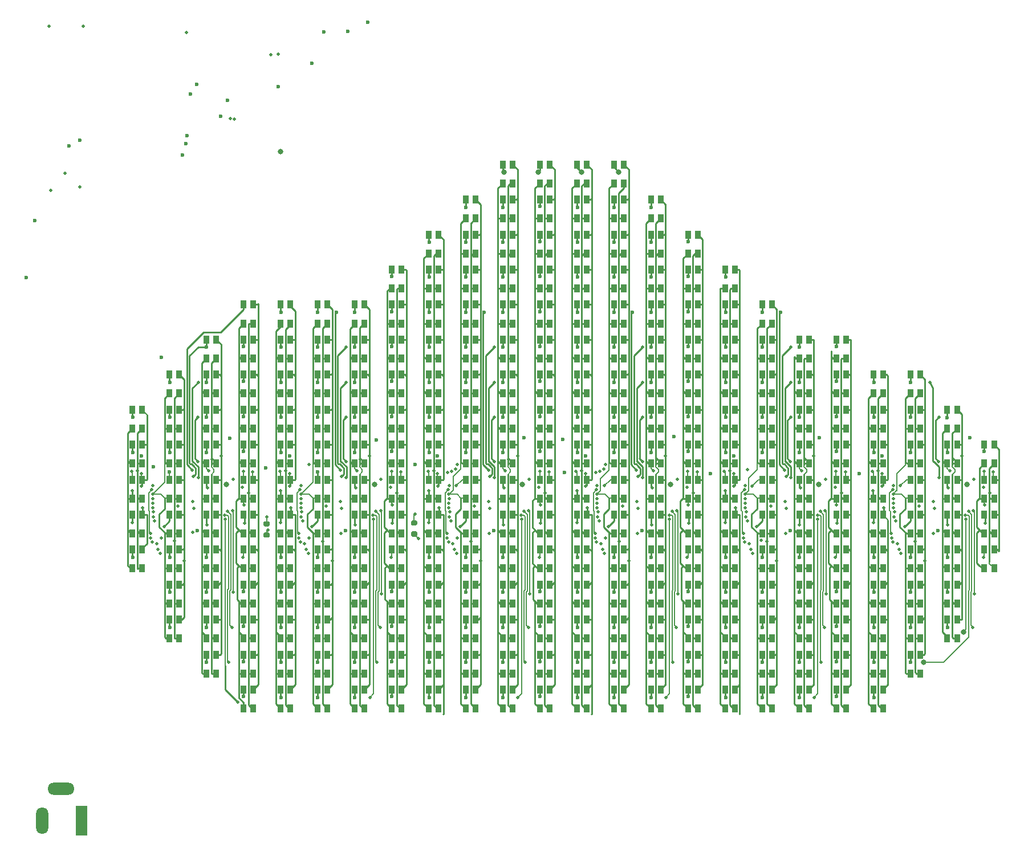
<source format=gbr>
%TF.GenerationSoftware,KiCad,Pcbnew,(5.1.7)-1*%
%TF.CreationDate,2021-01-23T13:14:38+03:00*%
%TF.ProjectId,LED_Cloud,4c45445f-436c-46f7-9564-2e6b69636164,rev?*%
%TF.SameCoordinates,Original*%
%TF.FileFunction,Copper,L1,Top*%
%TF.FilePolarity,Positive*%
%FSLAX46Y46*%
G04 Gerber Fmt 4.6, Leading zero omitted, Abs format (unit mm)*
G04 Created by KiCad (PCBNEW (5.1.7)-1) date 2021-01-23 13:14:38*
%MOMM*%
%LPD*%
G01*
G04 APERTURE LIST*
%TA.AperFunction,ComponentPad*%
%ADD10R,1.800000X4.400000*%
%TD*%
%TA.AperFunction,ComponentPad*%
%ADD11O,1.800000X4.000000*%
%TD*%
%TA.AperFunction,ComponentPad*%
%ADD12O,4.000000X1.800000*%
%TD*%
%TA.AperFunction,SMDPad,CuDef*%
%ADD13R,0.900000X1.200000*%
%TD*%
%TA.AperFunction,ViaPad*%
%ADD14C,0.500000*%
%TD*%
%TA.AperFunction,ViaPad*%
%ADD15C,0.600000*%
%TD*%
%TA.AperFunction,ViaPad*%
%ADD16C,0.800000*%
%TD*%
%TA.AperFunction,Conductor*%
%ADD17C,0.250000*%
%TD*%
%TA.AperFunction,Conductor*%
%ADD18C,0.200000*%
%TD*%
%TA.AperFunction,Conductor*%
%ADD19C,0.300000*%
%TD*%
G04 APERTURE END LIST*
D10*
%TO.P,J2,1*%
%TO.N,VBUS*%
X28700000Y-157090000D03*
D11*
%TO.P,J2,2*%
%TO.N,GND*%
X22900000Y-157090000D03*
D12*
%TO.P,J2,3*%
X25700000Y-152290000D03*
%TD*%
%TO.P,R9,2*%
%TO.N,IICRST*%
%TA.AperFunction,SMDPad,CuDef*%
G36*
G01*
X77825000Y-114095000D02*
X78375000Y-114095000D01*
G75*
G02*
X78575000Y-114295000I0J-200000D01*
G01*
X78575000Y-114695000D01*
G75*
G02*
X78375000Y-114895000I-200000J0D01*
G01*
X77825000Y-114895000D01*
G75*
G02*
X77625000Y-114695000I0J200000D01*
G01*
X77625000Y-114295000D01*
G75*
G02*
X77825000Y-114095000I200000J0D01*
G01*
G37*
%TD.AperFunction*%
%TO.P,R9,1*%
%TO.N,GND*%
%TA.AperFunction,SMDPad,CuDef*%
G36*
G01*
X77825000Y-112445000D02*
X78375000Y-112445000D01*
G75*
G02*
X78575000Y-112645000I0J-200000D01*
G01*
X78575000Y-113045000D01*
G75*
G02*
X78375000Y-113245000I-200000J0D01*
G01*
X77825000Y-113245000D01*
G75*
G02*
X77625000Y-113045000I0J200000D01*
G01*
X77625000Y-112645000D01*
G75*
G02*
X77825000Y-112445000I200000J0D01*
G01*
G37*
%TD.AperFunction*%
%TD*%
%TO.P,R6,2*%
%TO.N,+3V3*%
%TA.AperFunction,SMDPad,CuDef*%
G36*
G01*
X55915000Y-114230000D02*
X56465000Y-114230000D01*
G75*
G02*
X56665000Y-114430000I0J-200000D01*
G01*
X56665000Y-114830000D01*
G75*
G02*
X56465000Y-115030000I-200000J0D01*
G01*
X55915000Y-115030000D01*
G75*
G02*
X55715000Y-114830000I0J200000D01*
G01*
X55715000Y-114430000D01*
G75*
G02*
X55915000Y-114230000I200000J0D01*
G01*
G37*
%TD.AperFunction*%
%TO.P,R6,1*%
%TO.N,SDB*%
%TA.AperFunction,SMDPad,CuDef*%
G36*
G01*
X55915000Y-112580000D02*
X56465000Y-112580000D01*
G75*
G02*
X56665000Y-112780000I0J-200000D01*
G01*
X56665000Y-113180000D01*
G75*
G02*
X56465000Y-113380000I-200000J0D01*
G01*
X55915000Y-113380000D01*
G75*
G02*
X55715000Y-113180000I0J200000D01*
G01*
X55715000Y-112780000D01*
G75*
G02*
X55915000Y-112580000I200000J0D01*
G01*
G37*
%TD.AperFunction*%
%TD*%
D13*
%TO.P,D300,4*%
%TO.N,Net-(D268-Pad4)*%
X135275000Y-106400000D03*
%TO.P,D300,3*%
%TO.N,Net-(D296-Pad3)*%
X135275000Y-109200000D03*
%TO.P,D300,2*%
%TO.N,Net-(D296-Pad2)*%
X136725000Y-109200000D03*
%TO.P,D300,1*%
%TO.N,Net-(D296-Pad1)*%
X136725000Y-106400000D03*
%TD*%
%TO.P,D363,1*%
%TO.N,Net-(D361-Pad1)*%
X158725000Y-101200000D03*
%TO.P,D363,2*%
%TO.N,Net-(D361-Pad2)*%
X158725000Y-104000000D03*
%TO.P,D363,3*%
%TO.N,Net-(D361-Pad3)*%
X157275000Y-104000000D03*
%TO.P,D363,4*%
%TO.N,Net-(D331-Pad4)*%
X157275000Y-101200000D03*
%TD*%
%TO.P,D333,4*%
%TO.N,Net-(D333-Pad4)*%
X146275000Y-111600000D03*
%TO.P,D333,3*%
%TO.N,Net-(D329-Pad3)*%
X146275000Y-114400000D03*
%TO.P,D333,2*%
%TO.N,Net-(D329-Pad2)*%
X147725000Y-114400000D03*
%TO.P,D333,1*%
%TO.N,Net-(D329-Pad1)*%
X147725000Y-111600000D03*
%TD*%
%TO.P,D366,1*%
%TO.N,Net-(D361-Pad1)*%
X158725000Y-116800000D03*
%TO.P,D366,2*%
%TO.N,Net-(D361-Pad2)*%
X158725000Y-119600000D03*
%TO.P,D366,3*%
%TO.N,Net-(D361-Pad3)*%
X157275000Y-119600000D03*
%TO.P,D366,4*%
%TO.N,Net-(D334-Pad4)*%
X157275000Y-116800000D03*
%TD*%
%TO.P,D338,4*%
%TO.N,Net-(D338-Pad4)*%
X146275000Y-137600000D03*
%TO.P,D338,3*%
%TO.N,Net-(D329-Pad3)*%
X146275000Y-140400000D03*
%TO.P,D338,2*%
%TO.N,Net-(D329-Pad2)*%
X147725000Y-140400000D03*
%TO.P,D338,1*%
%TO.N,Net-(D329-Pad1)*%
X147725000Y-137600000D03*
%TD*%
%TO.P,D352,1*%
%TO.N,Net-(D345-Pad1)*%
X153225000Y-127200000D03*
%TO.P,D352,2*%
%TO.N,Net-(D345-Pad2)*%
X153225000Y-130000000D03*
%TO.P,D352,3*%
%TO.N,Net-(D345-Pad3)*%
X151775000Y-130000000D03*
%TO.P,D352,4*%
%TO.N,Net-(D336-Pad4)*%
X151775000Y-127200000D03*
%TD*%
%TO.P,D345,1*%
%TO.N,Net-(D345-Pad1)*%
X153225000Y-90800000D03*
%TO.P,D345,2*%
%TO.N,Net-(D345-Pad2)*%
X153225000Y-93600000D03*
%TO.P,D345,3*%
%TO.N,Net-(D345-Pad3)*%
X151775000Y-93600000D03*
%TO.P,D345,4*%
%TO.N,Net-(D329-Pad4)*%
X151775000Y-90800000D03*
%TD*%
%TO.P,D332,4*%
%TO.N,Net-(D332-Pad4)*%
X146275000Y-106400000D03*
%TO.P,D332,3*%
%TO.N,Net-(D329-Pad3)*%
X146275000Y-109200000D03*
%TO.P,D332,2*%
%TO.N,Net-(D329-Pad2)*%
X147725000Y-109200000D03*
%TO.P,D332,1*%
%TO.N,Net-(D329-Pad1)*%
X147725000Y-106400000D03*
%TD*%
%TO.P,D367,1*%
%TO.N,Net-(D361-Pad1)*%
X158725000Y-122000000D03*
%TO.P,D367,2*%
%TO.N,Net-(D361-Pad2)*%
X158725000Y-124800000D03*
%TO.P,D367,3*%
%TO.N,Net-(D361-Pad3)*%
X157275000Y-124800000D03*
%TO.P,D367,4*%
%TO.N,Net-(D335-Pad4)*%
X157275000Y-122000000D03*
%TD*%
%TO.P,D337,4*%
%TO.N,Net-(D337-Pad4)*%
X146275000Y-132400000D03*
%TO.P,D337,3*%
%TO.N,Net-(D329-Pad3)*%
X146275000Y-135200000D03*
%TO.P,D337,2*%
%TO.N,Net-(D329-Pad2)*%
X147725000Y-135200000D03*
%TO.P,D337,1*%
%TO.N,Net-(D329-Pad1)*%
X147725000Y-132400000D03*
%TD*%
%TO.P,D379,1*%
%TO.N,Net-(D378-Pad1)*%
X164225000Y-101200000D03*
%TO.P,D379,2*%
%TO.N,Net-(D378-Pad2)*%
X164225000Y-104000000D03*
%TO.P,D379,3*%
%TO.N,Net-(D378-Pad3)*%
X162775000Y-104000000D03*
%TO.P,D379,4*%
%TO.N,Net-(D331-Pad4)*%
X162775000Y-101200000D03*
%TD*%
%TO.P,D348,1*%
%TO.N,Net-(D345-Pad1)*%
X153225000Y-106400000D03*
%TO.P,D348,2*%
%TO.N,Net-(D345-Pad2)*%
X153225000Y-109200000D03*
%TO.P,D348,3*%
%TO.N,Net-(D345-Pad3)*%
X151775000Y-109200000D03*
%TO.P,D348,4*%
%TO.N,Net-(D332-Pad4)*%
X151775000Y-106400000D03*
%TD*%
%TO.P,D365,1*%
%TO.N,Net-(D361-Pad1)*%
X158725000Y-111600000D03*
%TO.P,D365,2*%
%TO.N,Net-(D361-Pad2)*%
X158725000Y-114400000D03*
%TO.P,D365,3*%
%TO.N,Net-(D361-Pad3)*%
X157275000Y-114400000D03*
%TO.P,D365,4*%
%TO.N,Net-(D333-Pad4)*%
X157275000Y-111600000D03*
%TD*%
%TO.P,D353,1*%
%TO.N,Net-(D345-Pad1)*%
X153225000Y-132400000D03*
%TO.P,D353,2*%
%TO.N,Net-(D345-Pad2)*%
X153225000Y-135200000D03*
%TO.P,D353,3*%
%TO.N,Net-(D345-Pad3)*%
X151775000Y-135200000D03*
%TO.P,D353,4*%
%TO.N,Net-(D337-Pad4)*%
X151775000Y-132400000D03*
%TD*%
%TO.P,D368,1*%
%TO.N,Net-(D361-Pad1)*%
X158725000Y-127200000D03*
%TO.P,D368,2*%
%TO.N,Net-(D361-Pad2)*%
X158725000Y-130000000D03*
%TO.P,D368,3*%
%TO.N,Net-(D361-Pad3)*%
X157275000Y-130000000D03*
%TO.P,D368,4*%
%TO.N,Net-(D336-Pad4)*%
X157275000Y-127200000D03*
%TD*%
%TO.P,D381,1*%
%TO.N,Net-(D378-Pad1)*%
X164225000Y-111600000D03*
%TO.P,D381,2*%
%TO.N,Net-(D378-Pad2)*%
X164225000Y-114400000D03*
%TO.P,D381,3*%
%TO.N,Net-(D378-Pad3)*%
X162775000Y-114400000D03*
%TO.P,D381,4*%
%TO.N,Net-(D333-Pad4)*%
X162775000Y-111600000D03*
%TD*%
%TO.P,D380,1*%
%TO.N,Net-(D378-Pad1)*%
X164225000Y-106400000D03*
%TO.P,D380,2*%
%TO.N,Net-(D378-Pad2)*%
X164225000Y-109200000D03*
%TO.P,D380,3*%
%TO.N,Net-(D378-Pad3)*%
X162775000Y-109200000D03*
%TO.P,D380,4*%
%TO.N,Net-(D332-Pad4)*%
X162775000Y-106400000D03*
%TD*%
%TO.P,D349,1*%
%TO.N,Net-(D345-Pad1)*%
X153225000Y-111600000D03*
%TO.P,D349,2*%
%TO.N,Net-(D345-Pad2)*%
X153225000Y-114400000D03*
%TO.P,D349,3*%
%TO.N,Net-(D345-Pad3)*%
X151775000Y-114400000D03*
%TO.P,D349,4*%
%TO.N,Net-(D333-Pad4)*%
X151775000Y-111600000D03*
%TD*%
%TO.P,D382,1*%
%TO.N,Net-(D378-Pad1)*%
X164225000Y-116800000D03*
%TO.P,D382,2*%
%TO.N,Net-(D378-Pad2)*%
X164225000Y-119600000D03*
%TO.P,D382,3*%
%TO.N,Net-(D378-Pad3)*%
X162775000Y-119600000D03*
%TO.P,D382,4*%
%TO.N,Net-(D334-Pad4)*%
X162775000Y-116800000D03*
%TD*%
%TO.P,D351,1*%
%TO.N,Net-(D345-Pad1)*%
X153225000Y-122000000D03*
%TO.P,D351,2*%
%TO.N,Net-(D345-Pad2)*%
X153225000Y-124800000D03*
%TO.P,D351,3*%
%TO.N,Net-(D345-Pad3)*%
X151775000Y-124800000D03*
%TO.P,D351,4*%
%TO.N,Net-(D335-Pad4)*%
X151775000Y-122000000D03*
%TD*%
%TO.P,D334,4*%
%TO.N,Net-(D334-Pad4)*%
X146275000Y-116800000D03*
%TO.P,D334,3*%
%TO.N,Net-(D329-Pad3)*%
X146275000Y-119600000D03*
%TO.P,D334,2*%
%TO.N,Net-(D329-Pad2)*%
X147725000Y-119600000D03*
%TO.P,D334,1*%
%TO.N,Net-(D329-Pad1)*%
X147725000Y-116800000D03*
%TD*%
%TO.P,D336,4*%
%TO.N,Net-(D336-Pad4)*%
X146275000Y-127200000D03*
%TO.P,D336,3*%
%TO.N,Net-(D329-Pad3)*%
X146275000Y-130000000D03*
%TO.P,D336,2*%
%TO.N,Net-(D329-Pad2)*%
X147725000Y-130000000D03*
%TO.P,D336,1*%
%TO.N,Net-(D329-Pad1)*%
X147725000Y-127200000D03*
%TD*%
%TO.P,D350,1*%
%TO.N,Net-(D345-Pad1)*%
X153225000Y-116800000D03*
%TO.P,D350,2*%
%TO.N,Net-(D345-Pad2)*%
X153225000Y-119600000D03*
%TO.P,D350,3*%
%TO.N,Net-(D345-Pad3)*%
X151775000Y-119600000D03*
%TO.P,D350,4*%
%TO.N,Net-(D334-Pad4)*%
X151775000Y-116800000D03*
%TD*%
%TO.P,D346,1*%
%TO.N,Net-(D345-Pad1)*%
X153225000Y-96000000D03*
%TO.P,D346,2*%
%TO.N,Net-(D345-Pad2)*%
X153225000Y-98800000D03*
%TO.P,D346,3*%
%TO.N,Net-(D345-Pad3)*%
X151775000Y-98800000D03*
%TO.P,D346,4*%
%TO.N,Net-(D330-Pad4)*%
X151775000Y-96000000D03*
%TD*%
%TO.P,D330,4*%
%TO.N,Net-(D330-Pad4)*%
X146275000Y-96000000D03*
%TO.P,D330,3*%
%TO.N,Net-(D329-Pad3)*%
X146275000Y-98800000D03*
%TO.P,D330,2*%
%TO.N,Net-(D329-Pad2)*%
X147725000Y-98800000D03*
%TO.P,D330,1*%
%TO.N,Net-(D329-Pad1)*%
X147725000Y-96000000D03*
%TD*%
%TO.P,D331,4*%
%TO.N,Net-(D331-Pad4)*%
X146275000Y-101200000D03*
%TO.P,D331,3*%
%TO.N,Net-(D329-Pad3)*%
X146275000Y-104000000D03*
%TO.P,D331,2*%
%TO.N,Net-(D329-Pad2)*%
X147725000Y-104000000D03*
%TO.P,D331,1*%
%TO.N,Net-(D329-Pad1)*%
X147725000Y-101200000D03*
%TD*%
%TO.P,D362,1*%
%TO.N,Net-(D361-Pad1)*%
X158725000Y-96000000D03*
%TO.P,D362,2*%
%TO.N,Net-(D361-Pad2)*%
X158725000Y-98800000D03*
%TO.P,D362,3*%
%TO.N,Net-(D361-Pad3)*%
X157275000Y-98800000D03*
%TO.P,D362,4*%
%TO.N,Net-(D330-Pad4)*%
X157275000Y-96000000D03*
%TD*%
%TO.P,D335,4*%
%TO.N,Net-(D335-Pad4)*%
X146275000Y-122000000D03*
%TO.P,D335,3*%
%TO.N,Net-(D329-Pad3)*%
X146275000Y-124800000D03*
%TO.P,D335,2*%
%TO.N,Net-(D329-Pad2)*%
X147725000Y-124800000D03*
%TO.P,D335,1*%
%TO.N,Net-(D329-Pad1)*%
X147725000Y-122000000D03*
%TD*%
%TO.P,D364,1*%
%TO.N,Net-(D361-Pad1)*%
X158725000Y-106400000D03*
%TO.P,D364,2*%
%TO.N,Net-(D361-Pad2)*%
X158725000Y-109200000D03*
%TO.P,D364,3*%
%TO.N,Net-(D361-Pad3)*%
X157275000Y-109200000D03*
%TO.P,D364,4*%
%TO.N,Net-(D332-Pad4)*%
X157275000Y-106400000D03*
%TD*%
%TO.P,D329,4*%
%TO.N,Net-(D329-Pad4)*%
X146275000Y-90800000D03*
%TO.P,D329,3*%
%TO.N,Net-(D329-Pad3)*%
X146275000Y-93600000D03*
%TO.P,D329,2*%
%TO.N,Net-(D329-Pad2)*%
X147725000Y-93600000D03*
%TO.P,D329,1*%
%TO.N,Net-(D329-Pad1)*%
X147725000Y-90800000D03*
%TD*%
%TO.P,D347,1*%
%TO.N,Net-(D345-Pad1)*%
X153225000Y-101200000D03*
%TO.P,D347,2*%
%TO.N,Net-(D345-Pad2)*%
X153225000Y-104000000D03*
%TO.P,D347,3*%
%TO.N,Net-(D345-Pad3)*%
X151775000Y-104000000D03*
%TO.P,D347,4*%
%TO.N,Net-(D331-Pad4)*%
X151775000Y-101200000D03*
%TD*%
%TO.P,D299,4*%
%TO.N,Net-(D267-Pad4)*%
X135275000Y-101200000D03*
%TO.P,D299,3*%
%TO.N,Net-(D296-Pad3)*%
X135275000Y-104000000D03*
%TO.P,D299,2*%
%TO.N,Net-(D296-Pad2)*%
X136725000Y-104000000D03*
%TO.P,D299,1*%
%TO.N,Net-(D296-Pad1)*%
X136725000Y-101200000D03*
%TD*%
%TO.P,D269,1*%
%TO.N,Net-(D262-Pad1)*%
X125725000Y-111600000D03*
%TO.P,D269,2*%
%TO.N,Net-(D262-Pad2)*%
X125725000Y-114400000D03*
%TO.P,D269,3*%
%TO.N,Net-(D262-Pad3)*%
X124275000Y-114400000D03*
%TO.P,D269,4*%
%TO.N,Net-(D269-Pad4)*%
X124275000Y-111600000D03*
%TD*%
%TO.P,D302,4*%
%TO.N,Net-(D270-Pad4)*%
X135275000Y-116800000D03*
%TO.P,D302,3*%
%TO.N,Net-(D296-Pad3)*%
X135275000Y-119600000D03*
%TO.P,D302,2*%
%TO.N,Net-(D296-Pad2)*%
X136725000Y-119600000D03*
%TO.P,D302,1*%
%TO.N,Net-(D296-Pad1)*%
X136725000Y-116800000D03*
%TD*%
%TO.P,D284,4*%
%TO.N,Net-(D268-Pad4)*%
X129775000Y-106400000D03*
%TO.P,D284,3*%
%TO.N,Net-(D279-Pad3)*%
X129775000Y-109200000D03*
%TO.P,D284,2*%
%TO.N,Net-(D279-Pad2)*%
X131225000Y-109200000D03*
%TO.P,D284,1*%
%TO.N,Net-(D279-Pad1)*%
X131225000Y-106400000D03*
%TD*%
%TO.P,D274,1*%
%TO.N,Net-(D262-Pad1)*%
X125725000Y-137600000D03*
%TO.P,D274,2*%
%TO.N,Net-(D262-Pad2)*%
X125725000Y-140400000D03*
%TO.P,D274,3*%
%TO.N,Net-(D262-Pad3)*%
X124275000Y-140400000D03*
%TO.P,D274,4*%
%TO.N,Net-(D274-Pad4)*%
X124275000Y-137600000D03*
%TD*%
%TO.P,D315,4*%
%TO.N,Net-(D267-Pad4)*%
X140775000Y-101200000D03*
%TO.P,D315,3*%
%TO.N,Net-(D312-Pad3)*%
X140775000Y-104000000D03*
%TO.P,D315,2*%
%TO.N,Net-(D312-Pad2)*%
X142225000Y-104000000D03*
%TO.P,D315,1*%
%TO.N,Net-(D312-Pad1)*%
X142225000Y-101200000D03*
%TD*%
%TO.P,D297,4*%
%TO.N,Net-(D265-Pad4)*%
X135275000Y-90800000D03*
%TO.P,D297,3*%
%TO.N,Net-(D296-Pad3)*%
X135275000Y-93600000D03*
%TO.P,D297,2*%
%TO.N,Net-(D296-Pad2)*%
X136725000Y-93600000D03*
%TO.P,D297,1*%
%TO.N,Net-(D296-Pad1)*%
X136725000Y-90800000D03*
%TD*%
%TO.P,D281,4*%
%TO.N,Net-(D265-Pad4)*%
X129775000Y-90800000D03*
%TO.P,D281,3*%
%TO.N,Net-(D279-Pad3)*%
X129775000Y-93600000D03*
%TO.P,D281,2*%
%TO.N,Net-(D279-Pad2)*%
X131225000Y-93600000D03*
%TO.P,D281,1*%
%TO.N,Net-(D279-Pad1)*%
X131225000Y-90800000D03*
%TD*%
%TO.P,D273,1*%
%TO.N,Net-(D262-Pad1)*%
X125725000Y-132400000D03*
%TO.P,D273,2*%
%TO.N,Net-(D262-Pad2)*%
X125725000Y-135200000D03*
%TO.P,D273,3*%
%TO.N,Net-(D262-Pad3)*%
X124275000Y-135200000D03*
%TO.P,D273,4*%
%TO.N,Net-(D273-Pad4)*%
X124275000Y-132400000D03*
%TD*%
%TO.P,D303,4*%
%TO.N,Net-(D271-Pad4)*%
X135275000Y-122000000D03*
%TO.P,D303,3*%
%TO.N,Net-(D296-Pad3)*%
X135275000Y-124800000D03*
%TO.P,D303,2*%
%TO.N,Net-(D296-Pad2)*%
X136725000Y-124800000D03*
%TO.P,D303,1*%
%TO.N,Net-(D296-Pad1)*%
X136725000Y-122000000D03*
%TD*%
%TO.P,D319,4*%
%TO.N,Net-(D271-Pad4)*%
X140775000Y-122000000D03*
%TO.P,D319,3*%
%TO.N,Net-(D312-Pad3)*%
X140775000Y-124800000D03*
%TO.P,D319,2*%
%TO.N,Net-(D312-Pad2)*%
X142225000Y-124800000D03*
%TO.P,D319,1*%
%TO.N,Net-(D312-Pad1)*%
X142225000Y-122000000D03*
%TD*%
%TO.P,D288,4*%
%TO.N,Net-(D272-Pad4)*%
X129775000Y-127200000D03*
%TO.P,D288,3*%
%TO.N,Net-(D279-Pad3)*%
X129775000Y-130000000D03*
%TO.P,D288,2*%
%TO.N,Net-(D279-Pad2)*%
X131225000Y-130000000D03*
%TO.P,D288,1*%
%TO.N,Net-(D279-Pad1)*%
X131225000Y-127200000D03*
%TD*%
%TO.P,D268,1*%
%TO.N,Net-(D262-Pad1)*%
X125725000Y-106400000D03*
%TO.P,D268,2*%
%TO.N,Net-(D262-Pad2)*%
X125725000Y-109200000D03*
%TO.P,D268,3*%
%TO.N,Net-(D262-Pad3)*%
X124275000Y-109200000D03*
%TO.P,D268,4*%
%TO.N,Net-(D268-Pad4)*%
X124275000Y-106400000D03*
%TD*%
%TO.P,D301,4*%
%TO.N,Net-(D269-Pad4)*%
X135275000Y-111600000D03*
%TO.P,D301,3*%
%TO.N,Net-(D296-Pad3)*%
X135275000Y-114400000D03*
%TO.P,D301,2*%
%TO.N,Net-(D296-Pad2)*%
X136725000Y-114400000D03*
%TO.P,D301,1*%
%TO.N,Net-(D296-Pad1)*%
X136725000Y-111600000D03*
%TD*%
%TO.P,D289,4*%
%TO.N,Net-(D273-Pad4)*%
X129775000Y-132400000D03*
%TO.P,D289,3*%
%TO.N,Net-(D279-Pad3)*%
X129775000Y-135200000D03*
%TO.P,D289,2*%
%TO.N,Net-(D279-Pad2)*%
X131225000Y-135200000D03*
%TO.P,D289,1*%
%TO.N,Net-(D279-Pad1)*%
X131225000Y-132400000D03*
%TD*%
%TO.P,D305,4*%
%TO.N,Net-(D273-Pad4)*%
X135275000Y-132400000D03*
%TO.P,D305,3*%
%TO.N,Net-(D296-Pad3)*%
X135275000Y-135200000D03*
%TO.P,D305,2*%
%TO.N,Net-(D296-Pad2)*%
X136725000Y-135200000D03*
%TO.P,D305,1*%
%TO.N,Net-(D296-Pad1)*%
X136725000Y-132400000D03*
%TD*%
%TO.P,D304,4*%
%TO.N,Net-(D272-Pad4)*%
X135275000Y-127200000D03*
%TO.P,D304,3*%
%TO.N,Net-(D296-Pad3)*%
X135275000Y-130000000D03*
%TO.P,D304,2*%
%TO.N,Net-(D296-Pad2)*%
X136725000Y-130000000D03*
%TO.P,D304,1*%
%TO.N,Net-(D296-Pad1)*%
X136725000Y-127200000D03*
%TD*%
%TO.P,D321,4*%
%TO.N,Net-(D273-Pad4)*%
X140775000Y-132400000D03*
%TO.P,D321,3*%
%TO.N,Net-(D312-Pad3)*%
X140775000Y-135200000D03*
%TO.P,D321,2*%
%TO.N,Net-(D312-Pad2)*%
X142225000Y-135200000D03*
%TO.P,D321,1*%
%TO.N,Net-(D312-Pad1)*%
X142225000Y-132400000D03*
%TD*%
%TO.P,D314,4*%
%TO.N,Net-(D266-Pad4)*%
X140775000Y-96000000D03*
%TO.P,D314,3*%
%TO.N,Net-(D312-Pad3)*%
X140775000Y-98800000D03*
%TO.P,D314,2*%
%TO.N,Net-(D312-Pad2)*%
X142225000Y-98800000D03*
%TO.P,D314,1*%
%TO.N,Net-(D312-Pad1)*%
X142225000Y-96000000D03*
%TD*%
%TO.P,D318,4*%
%TO.N,Net-(D270-Pad4)*%
X140775000Y-116800000D03*
%TO.P,D318,3*%
%TO.N,Net-(D312-Pad3)*%
X140775000Y-119600000D03*
%TO.P,D318,2*%
%TO.N,Net-(D312-Pad2)*%
X142225000Y-119600000D03*
%TO.P,D318,1*%
%TO.N,Net-(D312-Pad1)*%
X142225000Y-116800000D03*
%TD*%
%TO.P,D306,4*%
%TO.N,Net-(D274-Pad4)*%
X135275000Y-137600000D03*
%TO.P,D306,3*%
%TO.N,Net-(D296-Pad3)*%
X135275000Y-140400000D03*
%TO.P,D306,2*%
%TO.N,Net-(D296-Pad2)*%
X136725000Y-140400000D03*
%TO.P,D306,1*%
%TO.N,Net-(D296-Pad1)*%
X136725000Y-137600000D03*
%TD*%
%TO.P,D316,4*%
%TO.N,Net-(D268-Pad4)*%
X140775000Y-106400000D03*
%TO.P,D316,3*%
%TO.N,Net-(D312-Pad3)*%
X140775000Y-109200000D03*
%TO.P,D316,2*%
%TO.N,Net-(D312-Pad2)*%
X142225000Y-109200000D03*
%TO.P,D316,1*%
%TO.N,Net-(D312-Pad1)*%
X142225000Y-106400000D03*
%TD*%
%TO.P,D290,4*%
%TO.N,Net-(D274-Pad4)*%
X129775000Y-137600000D03*
%TO.P,D290,3*%
%TO.N,Net-(D279-Pad3)*%
X129775000Y-140400000D03*
%TO.P,D290,2*%
%TO.N,Net-(D279-Pad2)*%
X131225000Y-140400000D03*
%TO.P,D290,1*%
%TO.N,Net-(D279-Pad1)*%
X131225000Y-137600000D03*
%TD*%
%TO.P,D312,4*%
%TO.N,Net-(D264-Pad4)*%
X140775000Y-85600000D03*
%TO.P,D312,3*%
%TO.N,Net-(D312-Pad3)*%
X140775000Y-88400000D03*
%TO.P,D312,2*%
%TO.N,Net-(D312-Pad2)*%
X142225000Y-88400000D03*
%TO.P,D312,1*%
%TO.N,Net-(D312-Pad1)*%
X142225000Y-85600000D03*
%TD*%
%TO.P,D285,4*%
%TO.N,Net-(D269-Pad4)*%
X129775000Y-111600000D03*
%TO.P,D285,3*%
%TO.N,Net-(D279-Pad3)*%
X129775000Y-114400000D03*
%TO.P,D285,2*%
%TO.N,Net-(D279-Pad2)*%
X131225000Y-114400000D03*
%TO.P,D285,1*%
%TO.N,Net-(D279-Pad1)*%
X131225000Y-111600000D03*
%TD*%
%TO.P,D317,4*%
%TO.N,Net-(D269-Pad4)*%
X140775000Y-111600000D03*
%TO.P,D317,3*%
%TO.N,Net-(D312-Pad3)*%
X140775000Y-114400000D03*
%TO.P,D317,2*%
%TO.N,Net-(D312-Pad2)*%
X142225000Y-114400000D03*
%TO.P,D317,1*%
%TO.N,Net-(D312-Pad1)*%
X142225000Y-111600000D03*
%TD*%
%TO.P,D280,4*%
%TO.N,Net-(D264-Pad4)*%
X129775000Y-85600000D03*
%TO.P,D280,3*%
%TO.N,Net-(D279-Pad3)*%
X129775000Y-88400000D03*
%TO.P,D280,2*%
%TO.N,Net-(D279-Pad2)*%
X131225000Y-88400000D03*
%TO.P,D280,1*%
%TO.N,Net-(D279-Pad1)*%
X131225000Y-85600000D03*
%TD*%
%TO.P,D320,4*%
%TO.N,Net-(D272-Pad4)*%
X140775000Y-127200000D03*
%TO.P,D320,3*%
%TO.N,Net-(D312-Pad3)*%
X140775000Y-130000000D03*
%TO.P,D320,2*%
%TO.N,Net-(D312-Pad2)*%
X142225000Y-130000000D03*
%TO.P,D320,1*%
%TO.N,Net-(D312-Pad1)*%
X142225000Y-127200000D03*
%TD*%
%TO.P,D322,4*%
%TO.N,Net-(D274-Pad4)*%
X140775000Y-137600000D03*
%TO.P,D322,3*%
%TO.N,Net-(D312-Pad3)*%
X140775000Y-140400000D03*
%TO.P,D322,2*%
%TO.N,Net-(D312-Pad2)*%
X142225000Y-140400000D03*
%TO.P,D322,1*%
%TO.N,Net-(D312-Pad1)*%
X142225000Y-137600000D03*
%TD*%
%TO.P,D287,4*%
%TO.N,Net-(D271-Pad4)*%
X129775000Y-122000000D03*
%TO.P,D287,3*%
%TO.N,Net-(D279-Pad3)*%
X129775000Y-124800000D03*
%TO.P,D287,2*%
%TO.N,Net-(D279-Pad2)*%
X131225000Y-124800000D03*
%TO.P,D287,1*%
%TO.N,Net-(D279-Pad1)*%
X131225000Y-122000000D03*
%TD*%
%TO.P,D262,1*%
%TO.N,Net-(D262-Pad1)*%
X125725000Y-75200000D03*
%TO.P,D262,2*%
%TO.N,Net-(D262-Pad2)*%
X125725000Y-78000000D03*
%TO.P,D262,3*%
%TO.N,Net-(D262-Pad3)*%
X124275000Y-78000000D03*
%TO.P,D262,4*%
%TO.N,Net-(D262-Pad4)*%
X124275000Y-75200000D03*
%TD*%
%TO.P,D272,1*%
%TO.N,Net-(D262-Pad1)*%
X125725000Y-127200000D03*
%TO.P,D272,2*%
%TO.N,Net-(D262-Pad2)*%
X125725000Y-130000000D03*
%TO.P,D272,3*%
%TO.N,Net-(D262-Pad3)*%
X124275000Y-130000000D03*
%TO.P,D272,4*%
%TO.N,Net-(D272-Pad4)*%
X124275000Y-127200000D03*
%TD*%
%TO.P,D286,4*%
%TO.N,Net-(D270-Pad4)*%
X129775000Y-116800000D03*
%TO.P,D286,3*%
%TO.N,Net-(D279-Pad3)*%
X129775000Y-119600000D03*
%TO.P,D286,2*%
%TO.N,Net-(D279-Pad2)*%
X131225000Y-119600000D03*
%TO.P,D286,1*%
%TO.N,Net-(D279-Pad1)*%
X131225000Y-116800000D03*
%TD*%
%TO.P,D270,1*%
%TO.N,Net-(D262-Pad1)*%
X125725000Y-116800000D03*
%TO.P,D270,2*%
%TO.N,Net-(D262-Pad2)*%
X125725000Y-119600000D03*
%TO.P,D270,3*%
%TO.N,Net-(D262-Pad3)*%
X124275000Y-119600000D03*
%TO.P,D270,4*%
%TO.N,Net-(D270-Pad4)*%
X124275000Y-116800000D03*
%TD*%
%TO.P,D296,4*%
%TO.N,Net-(D264-Pad4)*%
X135275000Y-85600000D03*
%TO.P,D296,3*%
%TO.N,Net-(D296-Pad3)*%
X135275000Y-88400000D03*
%TO.P,D296,2*%
%TO.N,Net-(D296-Pad2)*%
X136725000Y-88400000D03*
%TO.P,D296,1*%
%TO.N,Net-(D296-Pad1)*%
X136725000Y-85600000D03*
%TD*%
%TO.P,D282,4*%
%TO.N,Net-(D266-Pad4)*%
X129775000Y-96000000D03*
%TO.P,D282,3*%
%TO.N,Net-(D279-Pad3)*%
X129775000Y-98800000D03*
%TO.P,D282,2*%
%TO.N,Net-(D279-Pad2)*%
X131225000Y-98800000D03*
%TO.P,D282,1*%
%TO.N,Net-(D279-Pad1)*%
X131225000Y-96000000D03*
%TD*%
%TO.P,D283,4*%
%TO.N,Net-(D267-Pad4)*%
X129775000Y-101200000D03*
%TO.P,D283,3*%
%TO.N,Net-(D279-Pad3)*%
X129775000Y-104000000D03*
%TO.P,D283,2*%
%TO.N,Net-(D279-Pad2)*%
X131225000Y-104000000D03*
%TO.P,D283,1*%
%TO.N,Net-(D279-Pad1)*%
X131225000Y-101200000D03*
%TD*%
%TO.P,D279,4*%
%TO.N,Net-(D263-Pad4)*%
X129775000Y-80400000D03*
%TO.P,D279,3*%
%TO.N,Net-(D279-Pad3)*%
X129775000Y-83200000D03*
%TO.P,D279,2*%
%TO.N,Net-(D279-Pad2)*%
X131225000Y-83200000D03*
%TO.P,D279,1*%
%TO.N,Net-(D279-Pad1)*%
X131225000Y-80400000D03*
%TD*%
%TO.P,D266,1*%
%TO.N,Net-(D262-Pad1)*%
X125725000Y-96000000D03*
%TO.P,D266,2*%
%TO.N,Net-(D262-Pad2)*%
X125725000Y-98800000D03*
%TO.P,D266,3*%
%TO.N,Net-(D262-Pad3)*%
X124275000Y-98800000D03*
%TO.P,D266,4*%
%TO.N,Net-(D266-Pad4)*%
X124275000Y-96000000D03*
%TD*%
%TO.P,D267,1*%
%TO.N,Net-(D262-Pad1)*%
X125725000Y-101200000D03*
%TO.P,D267,2*%
%TO.N,Net-(D262-Pad2)*%
X125725000Y-104000000D03*
%TO.P,D267,3*%
%TO.N,Net-(D262-Pad3)*%
X124275000Y-104000000D03*
%TO.P,D267,4*%
%TO.N,Net-(D267-Pad4)*%
X124275000Y-101200000D03*
%TD*%
%TO.P,D271,1*%
%TO.N,Net-(D262-Pad1)*%
X125725000Y-122000000D03*
%TO.P,D271,2*%
%TO.N,Net-(D262-Pad2)*%
X125725000Y-124800000D03*
%TO.P,D271,3*%
%TO.N,Net-(D262-Pad3)*%
X124275000Y-124800000D03*
%TO.P,D271,4*%
%TO.N,Net-(D271-Pad4)*%
X124275000Y-122000000D03*
%TD*%
%TO.P,D264,1*%
%TO.N,Net-(D262-Pad1)*%
X125725000Y-85600000D03*
%TO.P,D264,2*%
%TO.N,Net-(D262-Pad2)*%
X125725000Y-88400000D03*
%TO.P,D264,3*%
%TO.N,Net-(D262-Pad3)*%
X124275000Y-88400000D03*
%TO.P,D264,4*%
%TO.N,Net-(D264-Pad4)*%
X124275000Y-85600000D03*
%TD*%
%TO.P,D298,4*%
%TO.N,Net-(D266-Pad4)*%
X135275000Y-96000000D03*
%TO.P,D298,3*%
%TO.N,Net-(D296-Pad3)*%
X135275000Y-98800000D03*
%TO.P,D298,2*%
%TO.N,Net-(D296-Pad2)*%
X136725000Y-98800000D03*
%TO.P,D298,1*%
%TO.N,Net-(D296-Pad1)*%
X136725000Y-96000000D03*
%TD*%
%TO.P,D313,4*%
%TO.N,Net-(D265-Pad4)*%
X140775000Y-90800000D03*
%TO.P,D313,3*%
%TO.N,Net-(D312-Pad3)*%
X140775000Y-93600000D03*
%TO.P,D313,2*%
%TO.N,Net-(D312-Pad2)*%
X142225000Y-93600000D03*
%TO.P,D313,1*%
%TO.N,Net-(D312-Pad1)*%
X142225000Y-90800000D03*
%TD*%
%TO.P,D265,1*%
%TO.N,Net-(D262-Pad1)*%
X125725000Y-90800000D03*
%TO.P,D265,2*%
%TO.N,Net-(D262-Pad2)*%
X125725000Y-93600000D03*
%TO.P,D265,3*%
%TO.N,Net-(D262-Pad3)*%
X124275000Y-93600000D03*
%TO.P,D265,4*%
%TO.N,Net-(D265-Pad4)*%
X124275000Y-90800000D03*
%TD*%
%TO.P,D263,1*%
%TO.N,Net-(D262-Pad1)*%
X125725000Y-80400000D03*
%TO.P,D263,2*%
%TO.N,Net-(D262-Pad2)*%
X125725000Y-83200000D03*
%TO.P,D263,3*%
%TO.N,Net-(D262-Pad3)*%
X124275000Y-83200000D03*
%TO.P,D263,4*%
%TO.N,Net-(D263-Pad4)*%
X124275000Y-80400000D03*
%TD*%
%TO.P,D199,4*%
%TO.N,Net-(D199-Pad4)*%
X102275000Y-80400000D03*
%TO.P,D199,3*%
%TO.N,Net-(D195-Pad3)*%
X102275000Y-83200000D03*
%TO.P,D199,2*%
%TO.N,Net-(D195-Pad2)*%
X103725000Y-83200000D03*
%TO.P,D199,1*%
%TO.N,Net-(D195-Pad1)*%
X103725000Y-80400000D03*
%TD*%
%TO.P,D220,1*%
%TO.N,Net-(D211-Pad1)*%
X109225000Y-106400000D03*
%TO.P,D220,2*%
%TO.N,Net-(D211-Pad2)*%
X109225000Y-109200000D03*
%TO.P,D220,3*%
%TO.N,Net-(D211-Pad3)*%
X107775000Y-109200000D03*
%TO.P,D220,4*%
%TO.N,Net-(D204-Pad4)*%
X107775000Y-106400000D03*
%TD*%
%TO.P,D214,1*%
%TO.N,Net-(D211-Pad1)*%
X109225000Y-75200000D03*
%TO.P,D214,2*%
%TO.N,Net-(D211-Pad2)*%
X109225000Y-78000000D03*
%TO.P,D214,3*%
%TO.N,Net-(D211-Pad3)*%
X107775000Y-78000000D03*
%TO.P,D214,4*%
%TO.N,Net-(D198-Pad4)*%
X107775000Y-75200000D03*
%TD*%
%TO.P,D235,1*%
%TO.N,Net-(D228-Pad1)*%
X114725000Y-101200000D03*
%TO.P,D235,2*%
%TO.N,Net-(D228-Pad2)*%
X114725000Y-104000000D03*
%TO.P,D235,3*%
%TO.N,Net-(D228-Pad3)*%
X113275000Y-104000000D03*
%TO.P,D235,4*%
%TO.N,Net-(D203-Pad4)*%
X113275000Y-101200000D03*
%TD*%
%TO.P,D205,4*%
%TO.N,Net-(D205-Pad4)*%
X102275000Y-111600000D03*
%TO.P,D205,3*%
%TO.N,Net-(D195-Pad3)*%
X102275000Y-114400000D03*
%TO.P,D205,2*%
%TO.N,Net-(D195-Pad2)*%
X103725000Y-114400000D03*
%TO.P,D205,1*%
%TO.N,Net-(D195-Pad1)*%
X103725000Y-111600000D03*
%TD*%
%TO.P,D233,1*%
%TO.N,Net-(D228-Pad1)*%
X114725000Y-90800000D03*
%TO.P,D233,2*%
%TO.N,Net-(D228-Pad2)*%
X114725000Y-93600000D03*
%TO.P,D233,3*%
%TO.N,Net-(D228-Pad3)*%
X113275000Y-93600000D03*
%TO.P,D233,4*%
%TO.N,Net-(D201-Pad4)*%
X113275000Y-90800000D03*
%TD*%
%TO.P,D247,1*%
%TO.N,Net-(D245-Pad1)*%
X120225000Y-80400000D03*
%TO.P,D247,2*%
%TO.N,Net-(D245-Pad2)*%
X120225000Y-83200000D03*
%TO.P,D247,3*%
%TO.N,Net-(D245-Pad3)*%
X118775000Y-83200000D03*
%TO.P,D247,4*%
%TO.N,Net-(D199-Pad4)*%
X118775000Y-80400000D03*
%TD*%
%TO.P,D238,1*%
%TO.N,Net-(D228-Pad1)*%
X114725000Y-116800000D03*
%TO.P,D238,2*%
%TO.N,Net-(D228-Pad2)*%
X114725000Y-119600000D03*
%TO.P,D238,3*%
%TO.N,Net-(D228-Pad3)*%
X113275000Y-119600000D03*
%TO.P,D238,4*%
%TO.N,Net-(D206-Pad4)*%
X113275000Y-116800000D03*
%TD*%
%TO.P,D195,1*%
%TO.N,Net-(D195-Pad1)*%
X103725000Y-59600000D03*
%TO.P,D195,2*%
%TO.N,Net-(D195-Pad2)*%
X103725000Y-62400000D03*
%TO.P,D195,3*%
%TO.N,Net-(D195-Pad3)*%
X102275000Y-62400000D03*
%TO.P,D195,4*%
%TO.N,Net-(D195-Pad4)*%
X102275000Y-59600000D03*
%TD*%
%TO.P,D217,1*%
%TO.N,Net-(D211-Pad1)*%
X109225000Y-90800000D03*
%TO.P,D217,2*%
%TO.N,Net-(D211-Pad2)*%
X109225000Y-93600000D03*
%TO.P,D217,3*%
%TO.N,Net-(D211-Pad3)*%
X107775000Y-93600000D03*
%TO.P,D217,4*%
%TO.N,Net-(D201-Pad4)*%
X107775000Y-90800000D03*
%TD*%
%TO.P,D210,4*%
%TO.N,Net-(D210-Pad4)*%
X102275000Y-137600000D03*
%TO.P,D210,3*%
%TO.N,Net-(D195-Pad3)*%
X102275000Y-140400000D03*
%TO.P,D210,2*%
%TO.N,Net-(D195-Pad2)*%
X103725000Y-140400000D03*
%TO.P,D210,1*%
%TO.N,Net-(D195-Pad1)*%
X103725000Y-137600000D03*
%TD*%
%TO.P,D204,4*%
%TO.N,Net-(D204-Pad4)*%
X102275000Y-106400000D03*
%TO.P,D204,3*%
%TO.N,Net-(D195-Pad3)*%
X102275000Y-109200000D03*
%TO.P,D204,2*%
%TO.N,Net-(D195-Pad2)*%
X103725000Y-109200000D03*
%TO.P,D204,1*%
%TO.N,Net-(D195-Pad1)*%
X103725000Y-106400000D03*
%TD*%
%TO.P,D209,4*%
%TO.N,Net-(D209-Pad4)*%
X102275000Y-132400000D03*
%TO.P,D209,3*%
%TO.N,Net-(D195-Pad3)*%
X102275000Y-135200000D03*
%TO.P,D209,2*%
%TO.N,Net-(D195-Pad2)*%
X103725000Y-135200000D03*
%TO.P,D209,1*%
%TO.N,Net-(D195-Pad1)*%
X103725000Y-132400000D03*
%TD*%
%TO.P,D239,1*%
%TO.N,Net-(D228-Pad1)*%
X114725000Y-122000000D03*
%TO.P,D239,2*%
%TO.N,Net-(D228-Pad2)*%
X114725000Y-124800000D03*
%TO.P,D239,3*%
%TO.N,Net-(D228-Pad3)*%
X113275000Y-124800000D03*
%TO.P,D239,4*%
%TO.N,Net-(D207-Pad4)*%
X113275000Y-122000000D03*
%TD*%
%TO.P,D213,1*%
%TO.N,Net-(D211-Pad1)*%
X109225000Y-70000000D03*
%TO.P,D213,2*%
%TO.N,Net-(D211-Pad2)*%
X109225000Y-72800000D03*
%TO.P,D213,3*%
%TO.N,Net-(D211-Pad3)*%
X107775000Y-72800000D03*
%TO.P,D213,4*%
%TO.N,Net-(D197-Pad4)*%
X107775000Y-70000000D03*
%TD*%
%TO.P,D255,1*%
%TO.N,Net-(D245-Pad1)*%
X120225000Y-122000000D03*
%TO.P,D255,2*%
%TO.N,Net-(D245-Pad2)*%
X120225000Y-124800000D03*
%TO.P,D255,3*%
%TO.N,Net-(D245-Pad3)*%
X118775000Y-124800000D03*
%TO.P,D255,4*%
%TO.N,Net-(D207-Pad4)*%
X118775000Y-122000000D03*
%TD*%
%TO.P,D197,4*%
%TO.N,Net-(D197-Pad4)*%
X102275000Y-70000000D03*
%TO.P,D197,3*%
%TO.N,Net-(D195-Pad3)*%
X102275000Y-72800000D03*
%TO.P,D197,2*%
%TO.N,Net-(D195-Pad2)*%
X103725000Y-72800000D03*
%TO.P,D197,1*%
%TO.N,Net-(D195-Pad1)*%
X103725000Y-70000000D03*
%TD*%
%TO.P,D251,1*%
%TO.N,Net-(D245-Pad1)*%
X120225000Y-101200000D03*
%TO.P,D251,2*%
%TO.N,Net-(D245-Pad2)*%
X120225000Y-104000000D03*
%TO.P,D251,3*%
%TO.N,Net-(D245-Pad3)*%
X118775000Y-104000000D03*
%TO.P,D251,4*%
%TO.N,Net-(D203-Pad4)*%
X118775000Y-101200000D03*
%TD*%
%TO.P,D224,1*%
%TO.N,Net-(D211-Pad1)*%
X109225000Y-127200000D03*
%TO.P,D224,2*%
%TO.N,Net-(D211-Pad2)*%
X109225000Y-130000000D03*
%TO.P,D224,3*%
%TO.N,Net-(D211-Pad3)*%
X107775000Y-130000000D03*
%TO.P,D224,4*%
%TO.N,Net-(D208-Pad4)*%
X107775000Y-127200000D03*
%TD*%
%TO.P,D237,1*%
%TO.N,Net-(D228-Pad1)*%
X114725000Y-111600000D03*
%TO.P,D237,2*%
%TO.N,Net-(D228-Pad2)*%
X114725000Y-114400000D03*
%TO.P,D237,3*%
%TO.N,Net-(D228-Pad3)*%
X113275000Y-114400000D03*
%TO.P,D237,4*%
%TO.N,Net-(D205-Pad4)*%
X113275000Y-111600000D03*
%TD*%
%TO.P,D225,1*%
%TO.N,Net-(D211-Pad1)*%
X109225000Y-132400000D03*
%TO.P,D225,2*%
%TO.N,Net-(D211-Pad2)*%
X109225000Y-135200000D03*
%TO.P,D225,3*%
%TO.N,Net-(D211-Pad3)*%
X107775000Y-135200000D03*
%TO.P,D225,4*%
%TO.N,Net-(D209-Pad4)*%
X107775000Y-132400000D03*
%TD*%
%TO.P,D221,1*%
%TO.N,Net-(D211-Pad1)*%
X109225000Y-111600000D03*
%TO.P,D221,2*%
%TO.N,Net-(D211-Pad2)*%
X109225000Y-114400000D03*
%TO.P,D221,3*%
%TO.N,Net-(D211-Pad3)*%
X107775000Y-114400000D03*
%TO.P,D221,4*%
%TO.N,Net-(D205-Pad4)*%
X107775000Y-111600000D03*
%TD*%
%TO.P,D241,1*%
%TO.N,Net-(D228-Pad1)*%
X114725000Y-132400000D03*
%TO.P,D241,2*%
%TO.N,Net-(D228-Pad2)*%
X114725000Y-135200000D03*
%TO.P,D241,3*%
%TO.N,Net-(D228-Pad3)*%
X113275000Y-135200000D03*
%TO.P,D241,4*%
%TO.N,Net-(D209-Pad4)*%
X113275000Y-132400000D03*
%TD*%
%TO.P,D256,1*%
%TO.N,Net-(D245-Pad1)*%
X120225000Y-127200000D03*
%TO.P,D256,2*%
%TO.N,Net-(D245-Pad2)*%
X120225000Y-130000000D03*
%TO.P,D256,3*%
%TO.N,Net-(D245-Pad3)*%
X118775000Y-130000000D03*
%TO.P,D256,4*%
%TO.N,Net-(D208-Pad4)*%
X118775000Y-127200000D03*
%TD*%
%TO.P,D240,1*%
%TO.N,Net-(D228-Pad1)*%
X114725000Y-127200000D03*
%TO.P,D240,2*%
%TO.N,Net-(D228-Pad2)*%
X114725000Y-130000000D03*
%TO.P,D240,3*%
%TO.N,Net-(D228-Pad3)*%
X113275000Y-130000000D03*
%TO.P,D240,4*%
%TO.N,Net-(D208-Pad4)*%
X113275000Y-127200000D03*
%TD*%
%TO.P,D257,1*%
%TO.N,Net-(D245-Pad1)*%
X120225000Y-132400000D03*
%TO.P,D257,2*%
%TO.N,Net-(D245-Pad2)*%
X120225000Y-135200000D03*
%TO.P,D257,3*%
%TO.N,Net-(D245-Pad3)*%
X118775000Y-135200000D03*
%TO.P,D257,4*%
%TO.N,Net-(D209-Pad4)*%
X118775000Y-132400000D03*
%TD*%
%TO.P,D250,1*%
%TO.N,Net-(D245-Pad1)*%
X120225000Y-96000000D03*
%TO.P,D250,2*%
%TO.N,Net-(D245-Pad2)*%
X120225000Y-98800000D03*
%TO.P,D250,3*%
%TO.N,Net-(D245-Pad3)*%
X118775000Y-98800000D03*
%TO.P,D250,4*%
%TO.N,Net-(D202-Pad4)*%
X118775000Y-96000000D03*
%TD*%
%TO.P,D252,1*%
%TO.N,Net-(D245-Pad1)*%
X120225000Y-106400000D03*
%TO.P,D252,2*%
%TO.N,Net-(D245-Pad2)*%
X120225000Y-109200000D03*
%TO.P,D252,3*%
%TO.N,Net-(D245-Pad3)*%
X118775000Y-109200000D03*
%TO.P,D252,4*%
%TO.N,Net-(D204-Pad4)*%
X118775000Y-106400000D03*
%TD*%
%TO.P,D211,4*%
%TO.N,Net-(D195-Pad4)*%
X107775000Y-59600000D03*
%TO.P,D211,3*%
%TO.N,Net-(D211-Pad3)*%
X107775000Y-62400000D03*
%TO.P,D211,2*%
%TO.N,Net-(D211-Pad2)*%
X109225000Y-62400000D03*
%TO.P,D211,1*%
%TO.N,Net-(D211-Pad1)*%
X109225000Y-59600000D03*
%TD*%
%TO.P,D226,1*%
%TO.N,Net-(D211-Pad1)*%
X109225000Y-137600000D03*
%TO.P,D226,2*%
%TO.N,Net-(D211-Pad2)*%
X109225000Y-140400000D03*
%TO.P,D226,3*%
%TO.N,Net-(D211-Pad3)*%
X107775000Y-140400000D03*
%TO.P,D226,4*%
%TO.N,Net-(D210-Pad4)*%
X107775000Y-137600000D03*
%TD*%
%TO.P,D245,1*%
%TO.N,Net-(D245-Pad1)*%
X120225000Y-70000000D03*
%TO.P,D245,2*%
%TO.N,Net-(D245-Pad2)*%
X120225000Y-72800000D03*
%TO.P,D245,3*%
%TO.N,Net-(D245-Pad3)*%
X118775000Y-72800000D03*
%TO.P,D245,4*%
%TO.N,Net-(D197-Pad4)*%
X118775000Y-70000000D03*
%TD*%
%TO.P,D258,1*%
%TO.N,Net-(D245-Pad1)*%
X120225000Y-137600000D03*
%TO.P,D258,2*%
%TO.N,Net-(D245-Pad2)*%
X120225000Y-140400000D03*
%TO.P,D258,3*%
%TO.N,Net-(D245-Pad3)*%
X118775000Y-140400000D03*
%TO.P,D258,4*%
%TO.N,Net-(D210-Pad4)*%
X118775000Y-137600000D03*
%TD*%
%TO.P,D231,1*%
%TO.N,Net-(D228-Pad1)*%
X114725000Y-80400000D03*
%TO.P,D231,2*%
%TO.N,Net-(D228-Pad2)*%
X114725000Y-83200000D03*
%TO.P,D231,3*%
%TO.N,Net-(D228-Pad3)*%
X113275000Y-83200000D03*
%TO.P,D231,4*%
%TO.N,Net-(D199-Pad4)*%
X113275000Y-80400000D03*
%TD*%
%TO.P,D230,1*%
%TO.N,Net-(D228-Pad1)*%
X114725000Y-75200000D03*
%TO.P,D230,2*%
%TO.N,Net-(D228-Pad2)*%
X114725000Y-78000000D03*
%TO.P,D230,3*%
%TO.N,Net-(D228-Pad3)*%
X113275000Y-78000000D03*
%TO.P,D230,4*%
%TO.N,Net-(D198-Pad4)*%
X113275000Y-75200000D03*
%TD*%
%TO.P,D248,1*%
%TO.N,Net-(D245-Pad1)*%
X120225000Y-85600000D03*
%TO.P,D248,2*%
%TO.N,Net-(D245-Pad2)*%
X120225000Y-88400000D03*
%TO.P,D248,3*%
%TO.N,Net-(D245-Pad3)*%
X118775000Y-88400000D03*
%TO.P,D248,4*%
%TO.N,Net-(D200-Pad4)*%
X118775000Y-85600000D03*
%TD*%
%TO.P,D254,1*%
%TO.N,Net-(D245-Pad1)*%
X120225000Y-116800000D03*
%TO.P,D254,2*%
%TO.N,Net-(D245-Pad2)*%
X120225000Y-119600000D03*
%TO.P,D254,3*%
%TO.N,Net-(D245-Pad3)*%
X118775000Y-119600000D03*
%TO.P,D254,4*%
%TO.N,Net-(D206-Pad4)*%
X118775000Y-116800000D03*
%TD*%
%TO.P,D223,1*%
%TO.N,Net-(D211-Pad1)*%
X109225000Y-122000000D03*
%TO.P,D223,2*%
%TO.N,Net-(D211-Pad2)*%
X109225000Y-124800000D03*
%TO.P,D223,3*%
%TO.N,Net-(D211-Pad3)*%
X107775000Y-124800000D03*
%TO.P,D223,4*%
%TO.N,Net-(D207-Pad4)*%
X107775000Y-122000000D03*
%TD*%
%TO.P,D253,1*%
%TO.N,Net-(D245-Pad1)*%
X120225000Y-111600000D03*
%TO.P,D253,2*%
%TO.N,Net-(D245-Pad2)*%
X120225000Y-114400000D03*
%TO.P,D253,3*%
%TO.N,Net-(D245-Pad3)*%
X118775000Y-114400000D03*
%TO.P,D253,4*%
%TO.N,Net-(D205-Pad4)*%
X118775000Y-111600000D03*
%TD*%
%TO.P,D246,1*%
%TO.N,Net-(D245-Pad1)*%
X120225000Y-75200000D03*
%TO.P,D246,2*%
%TO.N,Net-(D245-Pad2)*%
X120225000Y-78000000D03*
%TO.P,D246,3*%
%TO.N,Net-(D245-Pad3)*%
X118775000Y-78000000D03*
%TO.P,D246,4*%
%TO.N,Net-(D198-Pad4)*%
X118775000Y-75200000D03*
%TD*%
%TO.P,D216,1*%
%TO.N,Net-(D211-Pad1)*%
X109225000Y-85600000D03*
%TO.P,D216,2*%
%TO.N,Net-(D211-Pad2)*%
X109225000Y-88400000D03*
%TO.P,D216,3*%
%TO.N,Net-(D211-Pad3)*%
X107775000Y-88400000D03*
%TO.P,D216,4*%
%TO.N,Net-(D200-Pad4)*%
X107775000Y-85600000D03*
%TD*%
%TO.P,D242,1*%
%TO.N,Net-(D228-Pad1)*%
X114725000Y-137600000D03*
%TO.P,D242,2*%
%TO.N,Net-(D228-Pad2)*%
X114725000Y-140400000D03*
%TO.P,D242,3*%
%TO.N,Net-(D228-Pad3)*%
X113275000Y-140400000D03*
%TO.P,D242,4*%
%TO.N,Net-(D210-Pad4)*%
X113275000Y-137600000D03*
%TD*%
%TO.P,D234,1*%
%TO.N,Net-(D228-Pad1)*%
X114725000Y-96000000D03*
%TO.P,D234,2*%
%TO.N,Net-(D228-Pad2)*%
X114725000Y-98800000D03*
%TO.P,D234,3*%
%TO.N,Net-(D228-Pad3)*%
X113275000Y-98800000D03*
%TO.P,D234,4*%
%TO.N,Net-(D202-Pad4)*%
X113275000Y-96000000D03*
%TD*%
%TO.P,D236,1*%
%TO.N,Net-(D228-Pad1)*%
X114725000Y-106400000D03*
%TO.P,D236,2*%
%TO.N,Net-(D228-Pad2)*%
X114725000Y-109200000D03*
%TO.P,D236,3*%
%TO.N,Net-(D228-Pad3)*%
X113275000Y-109200000D03*
%TO.P,D236,4*%
%TO.N,Net-(D204-Pad4)*%
X113275000Y-106400000D03*
%TD*%
%TO.P,D249,1*%
%TO.N,Net-(D245-Pad1)*%
X120225000Y-90800000D03*
%TO.P,D249,2*%
%TO.N,Net-(D245-Pad2)*%
X120225000Y-93600000D03*
%TO.P,D249,3*%
%TO.N,Net-(D245-Pad3)*%
X118775000Y-93600000D03*
%TO.P,D249,4*%
%TO.N,Net-(D201-Pad4)*%
X118775000Y-90800000D03*
%TD*%
%TO.P,D206,4*%
%TO.N,Net-(D206-Pad4)*%
X102275000Y-116800000D03*
%TO.P,D206,3*%
%TO.N,Net-(D195-Pad3)*%
X102275000Y-119600000D03*
%TO.P,D206,2*%
%TO.N,Net-(D195-Pad2)*%
X103725000Y-119600000D03*
%TO.P,D206,1*%
%TO.N,Net-(D195-Pad1)*%
X103725000Y-116800000D03*
%TD*%
%TO.P,D229,1*%
%TO.N,Net-(D228-Pad1)*%
X114725000Y-70000000D03*
%TO.P,D229,2*%
%TO.N,Net-(D228-Pad2)*%
X114725000Y-72800000D03*
%TO.P,D229,3*%
%TO.N,Net-(D228-Pad3)*%
X113275000Y-72800000D03*
%TO.P,D229,4*%
%TO.N,Net-(D197-Pad4)*%
X113275000Y-70000000D03*
%TD*%
%TO.P,D218,1*%
%TO.N,Net-(D211-Pad1)*%
X109225000Y-96000000D03*
%TO.P,D218,2*%
%TO.N,Net-(D211-Pad2)*%
X109225000Y-98800000D03*
%TO.P,D218,3*%
%TO.N,Net-(D211-Pad3)*%
X107775000Y-98800000D03*
%TO.P,D218,4*%
%TO.N,Net-(D202-Pad4)*%
X107775000Y-96000000D03*
%TD*%
%TO.P,D219,1*%
%TO.N,Net-(D211-Pad1)*%
X109225000Y-101200000D03*
%TO.P,D219,2*%
%TO.N,Net-(D211-Pad2)*%
X109225000Y-104000000D03*
%TO.P,D219,3*%
%TO.N,Net-(D211-Pad3)*%
X107775000Y-104000000D03*
%TO.P,D219,4*%
%TO.N,Net-(D203-Pad4)*%
X107775000Y-101200000D03*
%TD*%
%TO.P,D228,1*%
%TO.N,Net-(D228-Pad1)*%
X114725000Y-64800000D03*
%TO.P,D228,2*%
%TO.N,Net-(D228-Pad2)*%
X114725000Y-67600000D03*
%TO.P,D228,3*%
%TO.N,Net-(D228-Pad3)*%
X113275000Y-67600000D03*
%TO.P,D228,4*%
%TO.N,Net-(D196-Pad4)*%
X113275000Y-64800000D03*
%TD*%
%TO.P,D212,1*%
%TO.N,Net-(D211-Pad1)*%
X109225000Y-64800000D03*
%TO.P,D212,2*%
%TO.N,Net-(D211-Pad2)*%
X109225000Y-67600000D03*
%TO.P,D212,3*%
%TO.N,Net-(D211-Pad3)*%
X107775000Y-67600000D03*
%TO.P,D212,4*%
%TO.N,Net-(D196-Pad4)*%
X107775000Y-64800000D03*
%TD*%
%TO.P,D232,1*%
%TO.N,Net-(D228-Pad1)*%
X114725000Y-85600000D03*
%TO.P,D232,2*%
%TO.N,Net-(D228-Pad2)*%
X114725000Y-88400000D03*
%TO.P,D232,3*%
%TO.N,Net-(D228-Pad3)*%
X113275000Y-88400000D03*
%TO.P,D232,4*%
%TO.N,Net-(D200-Pad4)*%
X113275000Y-85600000D03*
%TD*%
%TO.P,D215,1*%
%TO.N,Net-(D211-Pad1)*%
X109225000Y-80400000D03*
%TO.P,D215,2*%
%TO.N,Net-(D211-Pad2)*%
X109225000Y-83200000D03*
%TO.P,D215,3*%
%TO.N,Net-(D211-Pad3)*%
X107775000Y-83200000D03*
%TO.P,D215,4*%
%TO.N,Net-(D199-Pad4)*%
X107775000Y-80400000D03*
%TD*%
%TO.P,D222,1*%
%TO.N,Net-(D211-Pad1)*%
X109225000Y-116800000D03*
%TO.P,D222,2*%
%TO.N,Net-(D211-Pad2)*%
X109225000Y-119600000D03*
%TO.P,D222,3*%
%TO.N,Net-(D211-Pad3)*%
X107775000Y-119600000D03*
%TO.P,D222,4*%
%TO.N,Net-(D206-Pad4)*%
X107775000Y-116800000D03*
%TD*%
%TO.P,D198,4*%
%TO.N,Net-(D198-Pad4)*%
X102275000Y-75200000D03*
%TO.P,D198,3*%
%TO.N,Net-(D195-Pad3)*%
X102275000Y-78000000D03*
%TO.P,D198,2*%
%TO.N,Net-(D195-Pad2)*%
X103725000Y-78000000D03*
%TO.P,D198,1*%
%TO.N,Net-(D195-Pad1)*%
X103725000Y-75200000D03*
%TD*%
%TO.P,D202,4*%
%TO.N,Net-(D202-Pad4)*%
X102275000Y-96000000D03*
%TO.P,D202,3*%
%TO.N,Net-(D195-Pad3)*%
X102275000Y-98800000D03*
%TO.P,D202,2*%
%TO.N,Net-(D195-Pad2)*%
X103725000Y-98800000D03*
%TO.P,D202,1*%
%TO.N,Net-(D195-Pad1)*%
X103725000Y-96000000D03*
%TD*%
%TO.P,D201,4*%
%TO.N,Net-(D201-Pad4)*%
X102275000Y-90800000D03*
%TO.P,D201,3*%
%TO.N,Net-(D195-Pad3)*%
X102275000Y-93600000D03*
%TO.P,D201,2*%
%TO.N,Net-(D195-Pad2)*%
X103725000Y-93600000D03*
%TO.P,D201,1*%
%TO.N,Net-(D195-Pad1)*%
X103725000Y-90800000D03*
%TD*%
%TO.P,D208,4*%
%TO.N,Net-(D208-Pad4)*%
X102275000Y-127200000D03*
%TO.P,D208,3*%
%TO.N,Net-(D195-Pad3)*%
X102275000Y-130000000D03*
%TO.P,D208,2*%
%TO.N,Net-(D195-Pad2)*%
X103725000Y-130000000D03*
%TO.P,D208,1*%
%TO.N,Net-(D195-Pad1)*%
X103725000Y-127200000D03*
%TD*%
%TO.P,D207,4*%
%TO.N,Net-(D207-Pad4)*%
X102275000Y-122000000D03*
%TO.P,D207,3*%
%TO.N,Net-(D195-Pad3)*%
X102275000Y-124800000D03*
%TO.P,D207,2*%
%TO.N,Net-(D195-Pad2)*%
X103725000Y-124800000D03*
%TO.P,D207,1*%
%TO.N,Net-(D195-Pad1)*%
X103725000Y-122000000D03*
%TD*%
%TO.P,D200,4*%
%TO.N,Net-(D200-Pad4)*%
X102275000Y-85600000D03*
%TO.P,D200,3*%
%TO.N,Net-(D195-Pad3)*%
X102275000Y-88400000D03*
%TO.P,D200,2*%
%TO.N,Net-(D195-Pad2)*%
X103725000Y-88400000D03*
%TO.P,D200,1*%
%TO.N,Net-(D195-Pad1)*%
X103725000Y-85600000D03*
%TD*%
%TO.P,D196,4*%
%TO.N,Net-(D196-Pad4)*%
X102275000Y-64800000D03*
%TO.P,D196,3*%
%TO.N,Net-(D195-Pad3)*%
X102275000Y-67600000D03*
%TO.P,D196,2*%
%TO.N,Net-(D195-Pad2)*%
X103725000Y-67600000D03*
%TO.P,D196,1*%
%TO.N,Net-(D195-Pad1)*%
X103725000Y-64800000D03*
%TD*%
%TO.P,D203,4*%
%TO.N,Net-(D203-Pad4)*%
X102275000Y-101200000D03*
%TO.P,D203,3*%
%TO.N,Net-(D195-Pad3)*%
X102275000Y-104000000D03*
%TO.P,D203,2*%
%TO.N,Net-(D195-Pad2)*%
X103725000Y-104000000D03*
%TO.P,D203,1*%
%TO.N,Net-(D195-Pad1)*%
X103725000Y-101200000D03*
%TD*%
%TO.P,D136,1*%
%TO.N,Net-(D133-Pad1)*%
X81725000Y-85600000D03*
%TO.P,D136,2*%
%TO.N,Net-(D133-Pad2)*%
X81725000Y-88400000D03*
%TO.P,D136,3*%
%TO.N,Net-(D133-Pad3)*%
X80275000Y-88400000D03*
%TO.P,D136,4*%
%TO.N,Net-(D136-Pad4)*%
X80275000Y-85600000D03*
%TD*%
%TO.P,D137,1*%
%TO.N,Net-(D133-Pad1)*%
X81725000Y-90800000D03*
%TO.P,D137,2*%
%TO.N,Net-(D133-Pad2)*%
X81725000Y-93600000D03*
%TO.P,D137,3*%
%TO.N,Net-(D133-Pad3)*%
X80275000Y-93600000D03*
%TO.P,D137,4*%
%TO.N,Net-(D137-Pad4)*%
X80275000Y-90800000D03*
%TD*%
%TO.P,D138,1*%
%TO.N,Net-(D133-Pad1)*%
X81725000Y-96000000D03*
%TO.P,D138,2*%
%TO.N,Net-(D133-Pad2)*%
X81725000Y-98800000D03*
%TO.P,D138,3*%
%TO.N,Net-(D133-Pad3)*%
X80275000Y-98800000D03*
%TO.P,D138,4*%
%TO.N,Net-(D138-Pad4)*%
X80275000Y-96000000D03*
%TD*%
%TO.P,D151,4*%
%TO.N,Net-(D135-Pad4)*%
X85775000Y-80400000D03*
%TO.P,D151,3*%
%TO.N,Net-(D148-Pad3)*%
X85775000Y-83200000D03*
%TO.P,D151,2*%
%TO.N,Net-(D148-Pad2)*%
X87225000Y-83200000D03*
%TO.P,D151,1*%
%TO.N,Net-(D148-Pad1)*%
X87225000Y-80400000D03*
%TD*%
%TO.P,D158,4*%
%TO.N,Net-(D142-Pad4)*%
X85775000Y-116800000D03*
%TO.P,D158,3*%
%TO.N,Net-(D148-Pad3)*%
X85775000Y-119600000D03*
%TO.P,D158,2*%
%TO.N,Net-(D148-Pad2)*%
X87225000Y-119600000D03*
%TO.P,D158,1*%
%TO.N,Net-(D148-Pad1)*%
X87225000Y-116800000D03*
%TD*%
%TO.P,D168,4*%
%TO.N,Net-(D136-Pad4)*%
X91275000Y-85600000D03*
%TO.P,D168,3*%
%TO.N,Net-(D163-Pad3)*%
X91275000Y-88400000D03*
%TO.P,D168,2*%
%TO.N,Net-(D163-Pad2)*%
X92725000Y-88400000D03*
%TO.P,D168,1*%
%TO.N,Net-(D163-Pad1)*%
X92725000Y-85600000D03*
%TD*%
%TO.P,D148,4*%
%TO.N,Net-(D148-Pad4)*%
X85775000Y-64800000D03*
%TO.P,D148,3*%
%TO.N,Net-(D148-Pad3)*%
X85775000Y-67600000D03*
%TO.P,D148,2*%
%TO.N,Net-(D148-Pad2)*%
X87225000Y-67600000D03*
%TO.P,D148,1*%
%TO.N,Net-(D148-Pad1)*%
X87225000Y-64800000D03*
%TD*%
%TO.P,D139,1*%
%TO.N,Net-(D133-Pad1)*%
X81725000Y-101200000D03*
%TO.P,D139,2*%
%TO.N,Net-(D133-Pad2)*%
X81725000Y-104000000D03*
%TO.P,D139,3*%
%TO.N,Net-(D133-Pad3)*%
X80275000Y-104000000D03*
%TO.P,D139,4*%
%TO.N,Net-(D139-Pad4)*%
X80275000Y-101200000D03*
%TD*%
%TO.P,D143,1*%
%TO.N,Net-(D133-Pad1)*%
X81725000Y-122000000D03*
%TO.P,D143,2*%
%TO.N,Net-(D133-Pad2)*%
X81725000Y-124800000D03*
%TO.P,D143,3*%
%TO.N,Net-(D133-Pad3)*%
X80275000Y-124800000D03*
%TO.P,D143,4*%
%TO.N,Net-(D143-Pad4)*%
X80275000Y-122000000D03*
%TD*%
%TO.P,D134,1*%
%TO.N,Net-(D133-Pad1)*%
X81725000Y-75200000D03*
%TO.P,D134,2*%
%TO.N,Net-(D133-Pad2)*%
X81725000Y-78000000D03*
%TO.P,D134,3*%
%TO.N,Net-(D133-Pad3)*%
X80275000Y-78000000D03*
%TO.P,D134,4*%
%TO.N,Net-(D134-Pad4)*%
X80275000Y-75200000D03*
%TD*%
%TO.P,D144,1*%
%TO.N,Net-(D133-Pad1)*%
X81725000Y-127200000D03*
%TO.P,D144,2*%
%TO.N,Net-(D133-Pad2)*%
X81725000Y-130000000D03*
%TO.P,D144,3*%
%TO.N,Net-(D133-Pad3)*%
X80275000Y-130000000D03*
%TO.P,D144,4*%
%TO.N,Net-(D144-Pad4)*%
X80275000Y-127200000D03*
%TD*%
%TO.P,D141,1*%
%TO.N,Net-(D133-Pad1)*%
X81725000Y-111600000D03*
%TO.P,D141,2*%
%TO.N,Net-(D133-Pad2)*%
X81725000Y-114400000D03*
%TO.P,D141,3*%
%TO.N,Net-(D133-Pad3)*%
X80275000Y-114400000D03*
%TO.P,D141,4*%
%TO.N,Net-(D141-Pad4)*%
X80275000Y-111600000D03*
%TD*%
%TO.P,D133,1*%
%TO.N,Net-(D133-Pad1)*%
X81725000Y-70000000D03*
%TO.P,D133,2*%
%TO.N,Net-(D133-Pad2)*%
X81725000Y-72800000D03*
%TO.P,D133,3*%
%TO.N,Net-(D133-Pad3)*%
X80275000Y-72800000D03*
%TO.P,D133,4*%
%TO.N,Net-(D133-Pad4)*%
X80275000Y-70000000D03*
%TD*%
%TO.P,D140,1*%
%TO.N,Net-(D133-Pad1)*%
X81725000Y-106400000D03*
%TO.P,D140,2*%
%TO.N,Net-(D133-Pad2)*%
X81725000Y-109200000D03*
%TO.P,D140,3*%
%TO.N,Net-(D133-Pad3)*%
X80275000Y-109200000D03*
%TO.P,D140,4*%
%TO.N,Net-(D140-Pad4)*%
X80275000Y-106400000D03*
%TD*%
%TO.P,D145,1*%
%TO.N,Net-(D133-Pad1)*%
X81725000Y-132400000D03*
%TO.P,D145,2*%
%TO.N,Net-(D133-Pad2)*%
X81725000Y-135200000D03*
%TO.P,D145,3*%
%TO.N,Net-(D133-Pad3)*%
X80275000Y-135200000D03*
%TO.P,D145,4*%
%TO.N,Net-(D145-Pad4)*%
X80275000Y-132400000D03*
%TD*%
%TO.P,D146,1*%
%TO.N,Net-(D133-Pad1)*%
X81725000Y-137600000D03*
%TO.P,D146,2*%
%TO.N,Net-(D133-Pad2)*%
X81725000Y-140400000D03*
%TO.P,D146,3*%
%TO.N,Net-(D133-Pad3)*%
X80275000Y-140400000D03*
%TO.P,D146,4*%
%TO.N,Net-(D146-Pad4)*%
X80275000Y-137600000D03*
%TD*%
%TO.P,D135,1*%
%TO.N,Net-(D133-Pad1)*%
X81725000Y-80400000D03*
%TO.P,D135,2*%
%TO.N,Net-(D133-Pad2)*%
X81725000Y-83200000D03*
%TO.P,D135,3*%
%TO.N,Net-(D133-Pad3)*%
X80275000Y-83200000D03*
%TO.P,D135,4*%
%TO.N,Net-(D135-Pad4)*%
X80275000Y-80400000D03*
%TD*%
%TO.P,D183,4*%
%TO.N,Net-(D135-Pad4)*%
X96775000Y-80400000D03*
%TO.P,D183,3*%
%TO.N,Net-(D179-Pad3)*%
X96775000Y-83200000D03*
%TO.P,D183,2*%
%TO.N,Net-(D179-Pad2)*%
X98225000Y-83200000D03*
%TO.P,D183,1*%
%TO.N,Net-(D179-Pad1)*%
X98225000Y-80400000D03*
%TD*%
%TO.P,D191,4*%
%TO.N,Net-(D143-Pad4)*%
X96775000Y-122000000D03*
%TO.P,D191,3*%
%TO.N,Net-(D179-Pad3)*%
X96775000Y-124800000D03*
%TO.P,D191,2*%
%TO.N,Net-(D179-Pad2)*%
X98225000Y-124800000D03*
%TO.P,D191,1*%
%TO.N,Net-(D179-Pad1)*%
X98225000Y-122000000D03*
%TD*%
%TO.P,D169,4*%
%TO.N,Net-(D137-Pad4)*%
X91275000Y-90800000D03*
%TO.P,D169,3*%
%TO.N,Net-(D163-Pad3)*%
X91275000Y-93600000D03*
%TO.P,D169,2*%
%TO.N,Net-(D163-Pad2)*%
X92725000Y-93600000D03*
%TO.P,D169,1*%
%TO.N,Net-(D163-Pad1)*%
X92725000Y-90800000D03*
%TD*%
%TO.P,D171,4*%
%TO.N,Net-(D139-Pad4)*%
X91275000Y-101200000D03*
%TO.P,D171,3*%
%TO.N,Net-(D163-Pad3)*%
X91275000Y-104000000D03*
%TO.P,D171,2*%
%TO.N,Net-(D163-Pad2)*%
X92725000Y-104000000D03*
%TO.P,D171,1*%
%TO.N,Net-(D163-Pad1)*%
X92725000Y-101200000D03*
%TD*%
%TO.P,D175,4*%
%TO.N,Net-(D143-Pad4)*%
X91275000Y-122000000D03*
%TO.P,D175,3*%
%TO.N,Net-(D163-Pad3)*%
X91275000Y-124800000D03*
%TO.P,D175,2*%
%TO.N,Net-(D163-Pad2)*%
X92725000Y-124800000D03*
%TO.P,D175,1*%
%TO.N,Net-(D163-Pad1)*%
X92725000Y-122000000D03*
%TD*%
%TO.P,D153,4*%
%TO.N,Net-(D137-Pad4)*%
X85775000Y-90800000D03*
%TO.P,D153,3*%
%TO.N,Net-(D148-Pad3)*%
X85775000Y-93600000D03*
%TO.P,D153,2*%
%TO.N,Net-(D148-Pad2)*%
X87225000Y-93600000D03*
%TO.P,D153,1*%
%TO.N,Net-(D148-Pad1)*%
X87225000Y-90800000D03*
%TD*%
%TO.P,D149,4*%
%TO.N,Net-(D133-Pad4)*%
X85775000Y-70000000D03*
%TO.P,D149,3*%
%TO.N,Net-(D148-Pad3)*%
X85775000Y-72800000D03*
%TO.P,D149,2*%
%TO.N,Net-(D148-Pad2)*%
X87225000Y-72800000D03*
%TO.P,D149,1*%
%TO.N,Net-(D148-Pad1)*%
X87225000Y-70000000D03*
%TD*%
%TO.P,D150,4*%
%TO.N,Net-(D134-Pad4)*%
X85775000Y-75200000D03*
%TO.P,D150,3*%
%TO.N,Net-(D148-Pad3)*%
X85775000Y-78000000D03*
%TO.P,D150,2*%
%TO.N,Net-(D148-Pad2)*%
X87225000Y-78000000D03*
%TO.P,D150,1*%
%TO.N,Net-(D148-Pad1)*%
X87225000Y-75200000D03*
%TD*%
%TO.P,D174,4*%
%TO.N,Net-(D142-Pad4)*%
X91275000Y-116800000D03*
%TO.P,D174,3*%
%TO.N,Net-(D163-Pad3)*%
X91275000Y-119600000D03*
%TO.P,D174,2*%
%TO.N,Net-(D163-Pad2)*%
X92725000Y-119600000D03*
%TO.P,D174,1*%
%TO.N,Net-(D163-Pad1)*%
X92725000Y-116800000D03*
%TD*%
%TO.P,D156,4*%
%TO.N,Net-(D140-Pad4)*%
X85775000Y-106400000D03*
%TO.P,D156,3*%
%TO.N,Net-(D148-Pad3)*%
X85775000Y-109200000D03*
%TO.P,D156,2*%
%TO.N,Net-(D148-Pad2)*%
X87225000Y-109200000D03*
%TO.P,D156,1*%
%TO.N,Net-(D148-Pad1)*%
X87225000Y-106400000D03*
%TD*%
%TO.P,D187,4*%
%TO.N,Net-(D139-Pad4)*%
X96775000Y-101200000D03*
%TO.P,D187,3*%
%TO.N,Net-(D179-Pad3)*%
X96775000Y-104000000D03*
%TO.P,D187,2*%
%TO.N,Net-(D179-Pad2)*%
X98225000Y-104000000D03*
%TO.P,D187,1*%
%TO.N,Net-(D179-Pad1)*%
X98225000Y-101200000D03*
%TD*%
%TO.P,D166,4*%
%TO.N,Net-(D134-Pad4)*%
X91275000Y-75200000D03*
%TO.P,D166,3*%
%TO.N,Net-(D163-Pad3)*%
X91275000Y-78000000D03*
%TO.P,D166,2*%
%TO.N,Net-(D163-Pad2)*%
X92725000Y-78000000D03*
%TO.P,D166,1*%
%TO.N,Net-(D163-Pad1)*%
X92725000Y-75200000D03*
%TD*%
%TO.P,D182,4*%
%TO.N,Net-(D134-Pad4)*%
X96775000Y-75200000D03*
%TO.P,D182,3*%
%TO.N,Net-(D179-Pad3)*%
X96775000Y-78000000D03*
%TO.P,D182,2*%
%TO.N,Net-(D179-Pad2)*%
X98225000Y-78000000D03*
%TO.P,D182,1*%
%TO.N,Net-(D179-Pad1)*%
X98225000Y-75200000D03*
%TD*%
%TO.P,D190,4*%
%TO.N,Net-(D142-Pad4)*%
X96775000Y-116800000D03*
%TO.P,D190,3*%
%TO.N,Net-(D179-Pad3)*%
X96775000Y-119600000D03*
%TO.P,D190,2*%
%TO.N,Net-(D179-Pad2)*%
X98225000Y-119600000D03*
%TO.P,D190,1*%
%TO.N,Net-(D179-Pad1)*%
X98225000Y-116800000D03*
%TD*%
%TO.P,D180,4*%
%TO.N,Net-(D148-Pad4)*%
X96775000Y-64800000D03*
%TO.P,D180,3*%
%TO.N,Net-(D179-Pad3)*%
X96775000Y-67600000D03*
%TO.P,D180,2*%
%TO.N,Net-(D179-Pad2)*%
X98225000Y-67600000D03*
%TO.P,D180,1*%
%TO.N,Net-(D179-Pad1)*%
X98225000Y-64800000D03*
%TD*%
%TO.P,D189,4*%
%TO.N,Net-(D141-Pad4)*%
X96775000Y-111600000D03*
%TO.P,D189,3*%
%TO.N,Net-(D179-Pad3)*%
X96775000Y-114400000D03*
%TO.P,D189,2*%
%TO.N,Net-(D179-Pad2)*%
X98225000Y-114400000D03*
%TO.P,D189,1*%
%TO.N,Net-(D179-Pad1)*%
X98225000Y-111600000D03*
%TD*%
%TO.P,D159,4*%
%TO.N,Net-(D143-Pad4)*%
X85775000Y-122000000D03*
%TO.P,D159,3*%
%TO.N,Net-(D148-Pad3)*%
X85775000Y-124800000D03*
%TO.P,D159,2*%
%TO.N,Net-(D148-Pad2)*%
X87225000Y-124800000D03*
%TO.P,D159,1*%
%TO.N,Net-(D148-Pad1)*%
X87225000Y-122000000D03*
%TD*%
%TO.P,D152,4*%
%TO.N,Net-(D136-Pad4)*%
X85775000Y-85600000D03*
%TO.P,D152,3*%
%TO.N,Net-(D148-Pad3)*%
X85775000Y-88400000D03*
%TO.P,D152,2*%
%TO.N,Net-(D148-Pad2)*%
X87225000Y-88400000D03*
%TO.P,D152,1*%
%TO.N,Net-(D148-Pad1)*%
X87225000Y-85600000D03*
%TD*%
%TO.P,D184,4*%
%TO.N,Net-(D136-Pad4)*%
X96775000Y-85600000D03*
%TO.P,D184,3*%
%TO.N,Net-(D179-Pad3)*%
X96775000Y-88400000D03*
%TO.P,D184,2*%
%TO.N,Net-(D179-Pad2)*%
X98225000Y-88400000D03*
%TO.P,D184,1*%
%TO.N,Net-(D179-Pad1)*%
X98225000Y-85600000D03*
%TD*%
%TO.P,D167,4*%
%TO.N,Net-(D135-Pad4)*%
X91275000Y-80400000D03*
%TO.P,D167,3*%
%TO.N,Net-(D163-Pad3)*%
X91275000Y-83200000D03*
%TO.P,D167,2*%
%TO.N,Net-(D163-Pad2)*%
X92725000Y-83200000D03*
%TO.P,D167,1*%
%TO.N,Net-(D163-Pad1)*%
X92725000Y-80400000D03*
%TD*%
%TO.P,D185,4*%
%TO.N,Net-(D137-Pad4)*%
X96775000Y-90800000D03*
%TO.P,D185,3*%
%TO.N,Net-(D179-Pad3)*%
X96775000Y-93600000D03*
%TO.P,D185,2*%
%TO.N,Net-(D179-Pad2)*%
X98225000Y-93600000D03*
%TO.P,D185,1*%
%TO.N,Net-(D179-Pad1)*%
X98225000Y-90800000D03*
%TD*%
%TO.P,D154,4*%
%TO.N,Net-(D138-Pad4)*%
X85775000Y-96000000D03*
%TO.P,D154,3*%
%TO.N,Net-(D148-Pad3)*%
X85775000Y-98800000D03*
%TO.P,D154,2*%
%TO.N,Net-(D148-Pad2)*%
X87225000Y-98800000D03*
%TO.P,D154,1*%
%TO.N,Net-(D148-Pad1)*%
X87225000Y-96000000D03*
%TD*%
%TO.P,D165,4*%
%TO.N,Net-(D133-Pad4)*%
X91275000Y-70000000D03*
%TO.P,D165,3*%
%TO.N,Net-(D163-Pad3)*%
X91275000Y-72800000D03*
%TO.P,D165,2*%
%TO.N,Net-(D163-Pad2)*%
X92725000Y-72800000D03*
%TO.P,D165,1*%
%TO.N,Net-(D163-Pad1)*%
X92725000Y-70000000D03*
%TD*%
%TO.P,D172,4*%
%TO.N,Net-(D140-Pad4)*%
X91275000Y-106400000D03*
%TO.P,D172,3*%
%TO.N,Net-(D163-Pad3)*%
X91275000Y-109200000D03*
%TO.P,D172,2*%
%TO.N,Net-(D163-Pad2)*%
X92725000Y-109200000D03*
%TO.P,D172,1*%
%TO.N,Net-(D163-Pad1)*%
X92725000Y-106400000D03*
%TD*%
%TO.P,D170,4*%
%TO.N,Net-(D138-Pad4)*%
X91275000Y-96000000D03*
%TO.P,D170,3*%
%TO.N,Net-(D163-Pad3)*%
X91275000Y-98800000D03*
%TO.P,D170,2*%
%TO.N,Net-(D163-Pad2)*%
X92725000Y-98800000D03*
%TO.P,D170,1*%
%TO.N,Net-(D163-Pad1)*%
X92725000Y-96000000D03*
%TD*%
%TO.P,D164,4*%
%TO.N,Net-(D148-Pad4)*%
X91275000Y-64800000D03*
%TO.P,D164,3*%
%TO.N,Net-(D163-Pad3)*%
X91275000Y-67600000D03*
%TO.P,D164,2*%
%TO.N,Net-(D163-Pad2)*%
X92725000Y-67600000D03*
%TO.P,D164,1*%
%TO.N,Net-(D163-Pad1)*%
X92725000Y-64800000D03*
%TD*%
%TO.P,D142,1*%
%TO.N,Net-(D133-Pad1)*%
X81725000Y-116800000D03*
%TO.P,D142,2*%
%TO.N,Net-(D133-Pad2)*%
X81725000Y-119600000D03*
%TO.P,D142,3*%
%TO.N,Net-(D133-Pad3)*%
X80275000Y-119600000D03*
%TO.P,D142,4*%
%TO.N,Net-(D142-Pad4)*%
X80275000Y-116800000D03*
%TD*%
%TO.P,D178,4*%
%TO.N,Net-(D146-Pad4)*%
X91275000Y-137600000D03*
%TO.P,D178,3*%
%TO.N,Net-(D163-Pad3)*%
X91275000Y-140400000D03*
%TO.P,D178,2*%
%TO.N,Net-(D163-Pad2)*%
X92725000Y-140400000D03*
%TO.P,D178,1*%
%TO.N,Net-(D163-Pad1)*%
X92725000Y-137600000D03*
%TD*%
%TO.P,D155,4*%
%TO.N,Net-(D139-Pad4)*%
X85775000Y-101200000D03*
%TO.P,D155,3*%
%TO.N,Net-(D148-Pad3)*%
X85775000Y-104000000D03*
%TO.P,D155,2*%
%TO.N,Net-(D148-Pad2)*%
X87225000Y-104000000D03*
%TO.P,D155,1*%
%TO.N,Net-(D148-Pad1)*%
X87225000Y-101200000D03*
%TD*%
%TO.P,D181,4*%
%TO.N,Net-(D133-Pad4)*%
X96775000Y-70000000D03*
%TO.P,D181,3*%
%TO.N,Net-(D179-Pad3)*%
X96775000Y-72800000D03*
%TO.P,D181,2*%
%TO.N,Net-(D179-Pad2)*%
X98225000Y-72800000D03*
%TO.P,D181,1*%
%TO.N,Net-(D179-Pad1)*%
X98225000Y-70000000D03*
%TD*%
%TO.P,D194,4*%
%TO.N,Net-(D146-Pad4)*%
X96775000Y-137600000D03*
%TO.P,D194,3*%
%TO.N,Net-(D179-Pad3)*%
X96775000Y-140400000D03*
%TO.P,D194,2*%
%TO.N,Net-(D179-Pad2)*%
X98225000Y-140400000D03*
%TO.P,D194,1*%
%TO.N,Net-(D179-Pad1)*%
X98225000Y-137600000D03*
%TD*%
%TO.P,D162,4*%
%TO.N,Net-(D146-Pad4)*%
X85775000Y-137600000D03*
%TO.P,D162,3*%
%TO.N,Net-(D148-Pad3)*%
X85775000Y-140400000D03*
%TO.P,D162,2*%
%TO.N,Net-(D148-Pad2)*%
X87225000Y-140400000D03*
%TO.P,D162,1*%
%TO.N,Net-(D148-Pad1)*%
X87225000Y-137600000D03*
%TD*%
%TO.P,D188,4*%
%TO.N,Net-(D140-Pad4)*%
X96775000Y-106400000D03*
%TO.P,D188,3*%
%TO.N,Net-(D179-Pad3)*%
X96775000Y-109200000D03*
%TO.P,D188,2*%
%TO.N,Net-(D179-Pad2)*%
X98225000Y-109200000D03*
%TO.P,D188,1*%
%TO.N,Net-(D179-Pad1)*%
X98225000Y-106400000D03*
%TD*%
%TO.P,D179,1*%
%TO.N,Net-(D179-Pad1)*%
X98225000Y-59600000D03*
%TO.P,D179,2*%
%TO.N,Net-(D179-Pad2)*%
X98225000Y-62400000D03*
%TO.P,D179,3*%
%TO.N,Net-(D179-Pad3)*%
X96775000Y-62400000D03*
%TO.P,D179,4*%
%TO.N,Net-(D163-Pad4)*%
X96775000Y-59600000D03*
%TD*%
%TO.P,D186,4*%
%TO.N,Net-(D138-Pad4)*%
X96775000Y-96000000D03*
%TO.P,D186,3*%
%TO.N,Net-(D179-Pad3)*%
X96775000Y-98800000D03*
%TO.P,D186,2*%
%TO.N,Net-(D179-Pad2)*%
X98225000Y-98800000D03*
%TO.P,D186,1*%
%TO.N,Net-(D179-Pad1)*%
X98225000Y-96000000D03*
%TD*%
%TO.P,D163,1*%
%TO.N,Net-(D163-Pad1)*%
X92725000Y-59600000D03*
%TO.P,D163,2*%
%TO.N,Net-(D163-Pad2)*%
X92725000Y-62400000D03*
%TO.P,D163,3*%
%TO.N,Net-(D163-Pad3)*%
X91275000Y-62400000D03*
%TO.P,D163,4*%
%TO.N,Net-(D163-Pad4)*%
X91275000Y-59600000D03*
%TD*%
%TO.P,D193,4*%
%TO.N,Net-(D145-Pad4)*%
X96775000Y-132400000D03*
%TO.P,D193,3*%
%TO.N,Net-(D179-Pad3)*%
X96775000Y-135200000D03*
%TO.P,D193,2*%
%TO.N,Net-(D179-Pad2)*%
X98225000Y-135200000D03*
%TO.P,D193,1*%
%TO.N,Net-(D179-Pad1)*%
X98225000Y-132400000D03*
%TD*%
%TO.P,D173,4*%
%TO.N,Net-(D141-Pad4)*%
X91275000Y-111600000D03*
%TO.P,D173,3*%
%TO.N,Net-(D163-Pad3)*%
X91275000Y-114400000D03*
%TO.P,D173,2*%
%TO.N,Net-(D163-Pad2)*%
X92725000Y-114400000D03*
%TO.P,D173,1*%
%TO.N,Net-(D163-Pad1)*%
X92725000Y-111600000D03*
%TD*%
%TO.P,D157,4*%
%TO.N,Net-(D141-Pad4)*%
X85775000Y-111600000D03*
%TO.P,D157,3*%
%TO.N,Net-(D148-Pad3)*%
X85775000Y-114400000D03*
%TO.P,D157,2*%
%TO.N,Net-(D148-Pad2)*%
X87225000Y-114400000D03*
%TO.P,D157,1*%
%TO.N,Net-(D148-Pad1)*%
X87225000Y-111600000D03*
%TD*%
%TO.P,D160,4*%
%TO.N,Net-(D144-Pad4)*%
X85775000Y-127200000D03*
%TO.P,D160,3*%
%TO.N,Net-(D148-Pad3)*%
X85775000Y-130000000D03*
%TO.P,D160,2*%
%TO.N,Net-(D148-Pad2)*%
X87225000Y-130000000D03*
%TO.P,D160,1*%
%TO.N,Net-(D148-Pad1)*%
X87225000Y-127200000D03*
%TD*%
%TO.P,D176,4*%
%TO.N,Net-(D144-Pad4)*%
X91275000Y-127200000D03*
%TO.P,D176,3*%
%TO.N,Net-(D163-Pad3)*%
X91275000Y-130000000D03*
%TO.P,D176,2*%
%TO.N,Net-(D163-Pad2)*%
X92725000Y-130000000D03*
%TO.P,D176,1*%
%TO.N,Net-(D163-Pad1)*%
X92725000Y-127200000D03*
%TD*%
%TO.P,D192,4*%
%TO.N,Net-(D144-Pad4)*%
X96775000Y-127200000D03*
%TO.P,D192,3*%
%TO.N,Net-(D179-Pad3)*%
X96775000Y-130000000D03*
%TO.P,D192,2*%
%TO.N,Net-(D179-Pad2)*%
X98225000Y-130000000D03*
%TO.P,D192,1*%
%TO.N,Net-(D179-Pad1)*%
X98225000Y-127200000D03*
%TD*%
%TO.P,D161,4*%
%TO.N,Net-(D145-Pad4)*%
X85775000Y-132400000D03*
%TO.P,D161,3*%
%TO.N,Net-(D148-Pad3)*%
X85775000Y-135200000D03*
%TO.P,D161,2*%
%TO.N,Net-(D148-Pad2)*%
X87225000Y-135200000D03*
%TO.P,D161,1*%
%TO.N,Net-(D148-Pad1)*%
X87225000Y-132400000D03*
%TD*%
%TO.P,D177,4*%
%TO.N,Net-(D145-Pad4)*%
X91275000Y-132400000D03*
%TO.P,D177,3*%
%TO.N,Net-(D163-Pad3)*%
X91275000Y-135200000D03*
%TO.P,D177,2*%
%TO.N,Net-(D163-Pad2)*%
X92725000Y-135200000D03*
%TO.P,D177,1*%
%TO.N,Net-(D163-Pad1)*%
X92725000Y-132400000D03*
%TD*%
%TO.P,D72,4*%
%TO.N,Net-(D104-Pad4)*%
X58275000Y-85600000D03*
%TO.P,D72,3*%
%TO.N,Net-(D71-Pad3)*%
X58275000Y-88400000D03*
%TO.P,D72,2*%
%TO.N,Net-(D71-Pad2)*%
X59725000Y-88400000D03*
%TO.P,D72,1*%
%TO.N,Net-(D71-Pad1)*%
X59725000Y-85600000D03*
%TD*%
%TO.P,D71,4*%
%TO.N,Net-(D103-Pad4)*%
X58275000Y-80400000D03*
%TO.P,D71,3*%
%TO.N,Net-(D71-Pad3)*%
X58275000Y-83200000D03*
%TO.P,D71,2*%
%TO.N,Net-(D71-Pad2)*%
X59725000Y-83200000D03*
%TO.P,D71,1*%
%TO.N,Net-(D71-Pad1)*%
X59725000Y-80400000D03*
%TD*%
%TO.P,D73,4*%
%TO.N,Net-(D105-Pad4)*%
X58275000Y-90800000D03*
%TO.P,D73,3*%
%TO.N,Net-(D71-Pad3)*%
X58275000Y-93600000D03*
%TO.P,D73,2*%
%TO.N,Net-(D71-Pad2)*%
X59725000Y-93600000D03*
%TO.P,D73,1*%
%TO.N,Net-(D71-Pad1)*%
X59725000Y-90800000D03*
%TD*%
%TO.P,D75,4*%
%TO.N,Net-(D107-Pad4)*%
X58275000Y-101200000D03*
%TO.P,D75,3*%
%TO.N,Net-(D71-Pad3)*%
X58275000Y-104000000D03*
%TO.P,D75,2*%
%TO.N,Net-(D71-Pad2)*%
X59725000Y-104000000D03*
%TO.P,D75,1*%
%TO.N,Net-(D71-Pad1)*%
X59725000Y-101200000D03*
%TD*%
%TO.P,D74,4*%
%TO.N,Net-(D106-Pad4)*%
X58275000Y-96000000D03*
%TO.P,D74,3*%
%TO.N,Net-(D71-Pad3)*%
X58275000Y-98800000D03*
%TO.P,D74,2*%
%TO.N,Net-(D71-Pad2)*%
X59725000Y-98800000D03*
%TO.P,D74,1*%
%TO.N,Net-(D71-Pad1)*%
X59725000Y-96000000D03*
%TD*%
%TO.P,D76,4*%
%TO.N,Net-(D108-Pad4)*%
X58275000Y-106400000D03*
%TO.P,D76,3*%
%TO.N,Net-(D71-Pad3)*%
X58275000Y-109200000D03*
%TO.P,D76,2*%
%TO.N,Net-(D71-Pad2)*%
X59725000Y-109200000D03*
%TO.P,D76,1*%
%TO.N,Net-(D71-Pad1)*%
X59725000Y-106400000D03*
%TD*%
%TO.P,D77,4*%
%TO.N,Net-(D109-Pad4)*%
X58275000Y-111600000D03*
%TO.P,D77,3*%
%TO.N,Net-(D71-Pad3)*%
X58275000Y-114400000D03*
%TO.P,D77,2*%
%TO.N,Net-(D71-Pad2)*%
X59725000Y-114400000D03*
%TO.P,D77,1*%
%TO.N,Net-(D71-Pad1)*%
X59725000Y-111600000D03*
%TD*%
%TO.P,D79,4*%
%TO.N,Net-(D111-Pad4)*%
X58275000Y-122000000D03*
%TO.P,D79,3*%
%TO.N,Net-(D71-Pad3)*%
X58275000Y-124800000D03*
%TO.P,D79,2*%
%TO.N,Net-(D71-Pad2)*%
X59725000Y-124800000D03*
%TO.P,D79,1*%
%TO.N,Net-(D71-Pad1)*%
X59725000Y-122000000D03*
%TD*%
%TO.P,D80,4*%
%TO.N,Net-(D112-Pad4)*%
X58275000Y-127200000D03*
%TO.P,D80,3*%
%TO.N,Net-(D71-Pad3)*%
X58275000Y-130000000D03*
%TO.P,D80,2*%
%TO.N,Net-(D71-Pad2)*%
X59725000Y-130000000D03*
%TO.P,D80,1*%
%TO.N,Net-(D71-Pad1)*%
X59725000Y-127200000D03*
%TD*%
%TO.P,D81,4*%
%TO.N,Net-(D113-Pad4)*%
X58275000Y-132400000D03*
%TO.P,D81,3*%
%TO.N,Net-(D71-Pad3)*%
X58275000Y-135200000D03*
%TO.P,D81,2*%
%TO.N,Net-(D71-Pad2)*%
X59725000Y-135200000D03*
%TO.P,D81,1*%
%TO.N,Net-(D71-Pad1)*%
X59725000Y-132400000D03*
%TD*%
%TO.P,D82,4*%
%TO.N,Net-(D114-Pad4)*%
X58275000Y-137600000D03*
%TO.P,D82,3*%
%TO.N,Net-(D71-Pad3)*%
X58275000Y-140400000D03*
%TO.P,D82,2*%
%TO.N,Net-(D71-Pad2)*%
X59725000Y-140400000D03*
%TO.P,D82,1*%
%TO.N,Net-(D71-Pad1)*%
X59725000Y-137600000D03*
%TD*%
%TO.P,D87,1*%
%TO.N,Net-(D87-Pad1)*%
X65225000Y-80400000D03*
%TO.P,D87,2*%
%TO.N,Net-(D87-Pad2)*%
X65225000Y-83200000D03*
%TO.P,D87,3*%
%TO.N,Net-(D87-Pad3)*%
X63775000Y-83200000D03*
%TO.P,D87,4*%
%TO.N,Net-(D103-Pad4)*%
X63775000Y-80400000D03*
%TD*%
%TO.P,D94,1*%
%TO.N,Net-(D87-Pad1)*%
X65225000Y-116800000D03*
%TO.P,D94,2*%
%TO.N,Net-(D87-Pad2)*%
X65225000Y-119600000D03*
%TO.P,D94,3*%
%TO.N,Net-(D87-Pad3)*%
X63775000Y-119600000D03*
%TO.P,D94,4*%
%TO.N,Net-(D110-Pad4)*%
X63775000Y-116800000D03*
%TD*%
%TO.P,D104,1*%
%TO.N,Net-(D103-Pad1)*%
X70725000Y-85600000D03*
%TO.P,D104,2*%
%TO.N,Net-(D103-Pad2)*%
X70725000Y-88400000D03*
%TO.P,D104,3*%
%TO.N,Net-(D103-Pad3)*%
X69275000Y-88400000D03*
%TO.P,D104,4*%
%TO.N,Net-(D104-Pad4)*%
X69275000Y-85600000D03*
%TD*%
%TO.P,D119,1*%
%TO.N,Net-(D118-Pad1)*%
X76225000Y-80400000D03*
%TO.P,D119,2*%
%TO.N,Net-(D118-Pad2)*%
X76225000Y-83200000D03*
%TO.P,D119,3*%
%TO.N,Net-(D118-Pad3)*%
X74775000Y-83200000D03*
%TO.P,D119,4*%
%TO.N,Net-(D103-Pad4)*%
X74775000Y-80400000D03*
%TD*%
%TO.P,D107,1*%
%TO.N,Net-(D103-Pad1)*%
X70725000Y-101200000D03*
%TO.P,D107,2*%
%TO.N,Net-(D103-Pad2)*%
X70725000Y-104000000D03*
%TO.P,D107,3*%
%TO.N,Net-(D103-Pad3)*%
X69275000Y-104000000D03*
%TO.P,D107,4*%
%TO.N,Net-(D107-Pad4)*%
X69275000Y-101200000D03*
%TD*%
%TO.P,D89,1*%
%TO.N,Net-(D87-Pad1)*%
X65225000Y-90800000D03*
%TO.P,D89,2*%
%TO.N,Net-(D87-Pad2)*%
X65225000Y-93600000D03*
%TO.P,D89,3*%
%TO.N,Net-(D87-Pad3)*%
X63775000Y-93600000D03*
%TO.P,D89,4*%
%TO.N,Net-(D105-Pad4)*%
X63775000Y-90800000D03*
%TD*%
%TO.P,D105,1*%
%TO.N,Net-(D103-Pad1)*%
X70725000Y-90800000D03*
%TO.P,D105,2*%
%TO.N,Net-(D103-Pad2)*%
X70725000Y-93600000D03*
%TO.P,D105,3*%
%TO.N,Net-(D103-Pad3)*%
X69275000Y-93600000D03*
%TO.P,D105,4*%
%TO.N,Net-(D105-Pad4)*%
X69275000Y-90800000D03*
%TD*%
%TO.P,D111,1*%
%TO.N,Net-(D103-Pad1)*%
X70725000Y-122000000D03*
%TO.P,D111,2*%
%TO.N,Net-(D103-Pad2)*%
X70725000Y-124800000D03*
%TO.P,D111,3*%
%TO.N,Net-(D103-Pad3)*%
X69275000Y-124800000D03*
%TO.P,D111,4*%
%TO.N,Net-(D111-Pad4)*%
X69275000Y-122000000D03*
%TD*%
%TO.P,D127,1*%
%TO.N,Net-(D118-Pad1)*%
X76225000Y-122000000D03*
%TO.P,D127,2*%
%TO.N,Net-(D118-Pad2)*%
X76225000Y-124800000D03*
%TO.P,D127,3*%
%TO.N,Net-(D118-Pad3)*%
X74775000Y-124800000D03*
%TO.P,D127,4*%
%TO.N,Net-(D111-Pad4)*%
X74775000Y-122000000D03*
%TD*%
%TO.P,D92,1*%
%TO.N,Net-(D87-Pad1)*%
X65225000Y-106400000D03*
%TO.P,D92,2*%
%TO.N,Net-(D87-Pad2)*%
X65225000Y-109200000D03*
%TO.P,D92,3*%
%TO.N,Net-(D87-Pad3)*%
X63775000Y-109200000D03*
%TO.P,D92,4*%
%TO.N,Net-(D108-Pad4)*%
X63775000Y-106400000D03*
%TD*%
%TO.P,D123,1*%
%TO.N,Net-(D118-Pad1)*%
X76225000Y-101200000D03*
%TO.P,D123,2*%
%TO.N,Net-(D118-Pad2)*%
X76225000Y-104000000D03*
%TO.P,D123,3*%
%TO.N,Net-(D118-Pad3)*%
X74775000Y-104000000D03*
%TO.P,D123,4*%
%TO.N,Net-(D107-Pad4)*%
X74775000Y-101200000D03*
%TD*%
%TO.P,D118,1*%
%TO.N,Net-(D118-Pad1)*%
X76225000Y-75200000D03*
%TO.P,D118,2*%
%TO.N,Net-(D118-Pad2)*%
X76225000Y-78000000D03*
%TO.P,D118,3*%
%TO.N,Net-(D118-Pad3)*%
X74775000Y-78000000D03*
%TO.P,D118,4*%
%TO.N,Net-(D118-Pad4)*%
X74775000Y-75200000D03*
%TD*%
%TO.P,D110,1*%
%TO.N,Net-(D103-Pad1)*%
X70725000Y-116800000D03*
%TO.P,D110,2*%
%TO.N,Net-(D103-Pad2)*%
X70725000Y-119600000D03*
%TO.P,D110,3*%
%TO.N,Net-(D103-Pad3)*%
X69275000Y-119600000D03*
%TO.P,D110,4*%
%TO.N,Net-(D110-Pad4)*%
X69275000Y-116800000D03*
%TD*%
%TO.P,D98,1*%
%TO.N,Net-(D87-Pad1)*%
X65225000Y-137600000D03*
%TO.P,D98,2*%
%TO.N,Net-(D87-Pad2)*%
X65225000Y-140400000D03*
%TO.P,D98,3*%
%TO.N,Net-(D87-Pad3)*%
X63775000Y-140400000D03*
%TO.P,D98,4*%
%TO.N,Net-(D114-Pad4)*%
X63775000Y-137600000D03*
%TD*%
%TO.P,D126,1*%
%TO.N,Net-(D118-Pad1)*%
X76225000Y-116800000D03*
%TO.P,D126,2*%
%TO.N,Net-(D118-Pad2)*%
X76225000Y-119600000D03*
%TO.P,D126,3*%
%TO.N,Net-(D118-Pad3)*%
X74775000Y-119600000D03*
%TO.P,D126,4*%
%TO.N,Net-(D110-Pad4)*%
X74775000Y-116800000D03*
%TD*%
%TO.P,D130,1*%
%TO.N,Net-(D118-Pad1)*%
X76225000Y-137600000D03*
%TO.P,D130,2*%
%TO.N,Net-(D118-Pad2)*%
X76225000Y-140400000D03*
%TO.P,D130,3*%
%TO.N,Net-(D118-Pad3)*%
X74775000Y-140400000D03*
%TO.P,D130,4*%
%TO.N,Net-(D114-Pad4)*%
X74775000Y-137600000D03*
%TD*%
%TO.P,D103,1*%
%TO.N,Net-(D103-Pad1)*%
X70725000Y-80400000D03*
%TO.P,D103,2*%
%TO.N,Net-(D103-Pad2)*%
X70725000Y-83200000D03*
%TO.P,D103,3*%
%TO.N,Net-(D103-Pad3)*%
X69275000Y-83200000D03*
%TO.P,D103,4*%
%TO.N,Net-(D103-Pad4)*%
X69275000Y-80400000D03*
%TD*%
%TO.P,D91,1*%
%TO.N,Net-(D87-Pad1)*%
X65225000Y-101200000D03*
%TO.P,D91,2*%
%TO.N,Net-(D87-Pad2)*%
X65225000Y-104000000D03*
%TO.P,D91,3*%
%TO.N,Net-(D87-Pad3)*%
X63775000Y-104000000D03*
%TO.P,D91,4*%
%TO.N,Net-(D107-Pad4)*%
X63775000Y-101200000D03*
%TD*%
%TO.P,D108,1*%
%TO.N,Net-(D103-Pad1)*%
X70725000Y-106400000D03*
%TO.P,D108,2*%
%TO.N,Net-(D103-Pad2)*%
X70725000Y-109200000D03*
%TO.P,D108,3*%
%TO.N,Net-(D103-Pad3)*%
X69275000Y-109200000D03*
%TO.P,D108,4*%
%TO.N,Net-(D108-Pad4)*%
X69275000Y-106400000D03*
%TD*%
%TO.P,D124,1*%
%TO.N,Net-(D118-Pad1)*%
X76225000Y-106400000D03*
%TO.P,D124,2*%
%TO.N,Net-(D118-Pad2)*%
X76225000Y-109200000D03*
%TO.P,D124,3*%
%TO.N,Net-(D118-Pad3)*%
X74775000Y-109200000D03*
%TO.P,D124,4*%
%TO.N,Net-(D108-Pad4)*%
X74775000Y-106400000D03*
%TD*%
%TO.P,D121,1*%
%TO.N,Net-(D118-Pad1)*%
X76225000Y-90800000D03*
%TO.P,D121,2*%
%TO.N,Net-(D118-Pad2)*%
X76225000Y-93600000D03*
%TO.P,D121,3*%
%TO.N,Net-(D118-Pad3)*%
X74775000Y-93600000D03*
%TO.P,D121,4*%
%TO.N,Net-(D105-Pad4)*%
X74775000Y-90800000D03*
%TD*%
%TO.P,D88,1*%
%TO.N,Net-(D87-Pad1)*%
X65225000Y-85600000D03*
%TO.P,D88,2*%
%TO.N,Net-(D87-Pad2)*%
X65225000Y-88400000D03*
%TO.P,D88,3*%
%TO.N,Net-(D87-Pad3)*%
X63775000Y-88400000D03*
%TO.P,D88,4*%
%TO.N,Net-(D104-Pad4)*%
X63775000Y-85600000D03*
%TD*%
%TO.P,D120,1*%
%TO.N,Net-(D118-Pad1)*%
X76225000Y-85600000D03*
%TO.P,D120,2*%
%TO.N,Net-(D118-Pad2)*%
X76225000Y-88400000D03*
%TO.P,D120,3*%
%TO.N,Net-(D118-Pad3)*%
X74775000Y-88400000D03*
%TO.P,D120,4*%
%TO.N,Net-(D104-Pad4)*%
X74775000Y-85600000D03*
%TD*%
%TO.P,D114,1*%
%TO.N,Net-(D103-Pad1)*%
X70725000Y-137600000D03*
%TO.P,D114,2*%
%TO.N,Net-(D103-Pad2)*%
X70725000Y-140400000D03*
%TO.P,D114,3*%
%TO.N,Net-(D103-Pad3)*%
X69275000Y-140400000D03*
%TO.P,D114,4*%
%TO.N,Net-(D114-Pad4)*%
X69275000Y-137600000D03*
%TD*%
%TO.P,D78,4*%
%TO.N,Net-(D110-Pad4)*%
X58275000Y-116800000D03*
%TO.P,D78,3*%
%TO.N,Net-(D71-Pad3)*%
X58275000Y-119600000D03*
%TO.P,D78,2*%
%TO.N,Net-(D71-Pad2)*%
X59725000Y-119600000D03*
%TO.P,D78,1*%
%TO.N,Net-(D71-Pad1)*%
X59725000Y-116800000D03*
%TD*%
%TO.P,D95,1*%
%TO.N,Net-(D87-Pad1)*%
X65225000Y-122000000D03*
%TO.P,D95,2*%
%TO.N,Net-(D87-Pad2)*%
X65225000Y-124800000D03*
%TO.P,D95,3*%
%TO.N,Net-(D87-Pad3)*%
X63775000Y-124800000D03*
%TO.P,D95,4*%
%TO.N,Net-(D111-Pad4)*%
X63775000Y-122000000D03*
%TD*%
%TO.P,D125,1*%
%TO.N,Net-(D118-Pad1)*%
X76225000Y-111600000D03*
%TO.P,D125,2*%
%TO.N,Net-(D118-Pad2)*%
X76225000Y-114400000D03*
%TO.P,D125,3*%
%TO.N,Net-(D118-Pad3)*%
X74775000Y-114400000D03*
%TO.P,D125,4*%
%TO.N,Net-(D109-Pad4)*%
X74775000Y-111600000D03*
%TD*%
%TO.P,D90,1*%
%TO.N,Net-(D87-Pad1)*%
X65225000Y-96000000D03*
%TO.P,D90,2*%
%TO.N,Net-(D87-Pad2)*%
X65225000Y-98800000D03*
%TO.P,D90,3*%
%TO.N,Net-(D87-Pad3)*%
X63775000Y-98800000D03*
%TO.P,D90,4*%
%TO.N,Net-(D106-Pad4)*%
X63775000Y-96000000D03*
%TD*%
%TO.P,D106,1*%
%TO.N,Net-(D103-Pad1)*%
X70725000Y-96000000D03*
%TO.P,D106,2*%
%TO.N,Net-(D103-Pad2)*%
X70725000Y-98800000D03*
%TO.P,D106,3*%
%TO.N,Net-(D103-Pad3)*%
X69275000Y-98800000D03*
%TO.P,D106,4*%
%TO.N,Net-(D106-Pad4)*%
X69275000Y-96000000D03*
%TD*%
%TO.P,D122,1*%
%TO.N,Net-(D118-Pad1)*%
X76225000Y-96000000D03*
%TO.P,D122,2*%
%TO.N,Net-(D118-Pad2)*%
X76225000Y-98800000D03*
%TO.P,D122,3*%
%TO.N,Net-(D118-Pad3)*%
X74775000Y-98800000D03*
%TO.P,D122,4*%
%TO.N,Net-(D106-Pad4)*%
X74775000Y-96000000D03*
%TD*%
%TO.P,D129,1*%
%TO.N,Net-(D118-Pad1)*%
X76225000Y-132400000D03*
%TO.P,D129,2*%
%TO.N,Net-(D118-Pad2)*%
X76225000Y-135200000D03*
%TO.P,D129,3*%
%TO.N,Net-(D118-Pad3)*%
X74775000Y-135200000D03*
%TO.P,D129,4*%
%TO.N,Net-(D113-Pad4)*%
X74775000Y-132400000D03*
%TD*%
%TO.P,D109,1*%
%TO.N,Net-(D103-Pad1)*%
X70725000Y-111600000D03*
%TO.P,D109,2*%
%TO.N,Net-(D103-Pad2)*%
X70725000Y-114400000D03*
%TO.P,D109,3*%
%TO.N,Net-(D103-Pad3)*%
X69275000Y-114400000D03*
%TO.P,D109,4*%
%TO.N,Net-(D109-Pad4)*%
X69275000Y-111600000D03*
%TD*%
%TO.P,D93,1*%
%TO.N,Net-(D87-Pad1)*%
X65225000Y-111600000D03*
%TO.P,D93,2*%
%TO.N,Net-(D87-Pad2)*%
X65225000Y-114400000D03*
%TO.P,D93,3*%
%TO.N,Net-(D87-Pad3)*%
X63775000Y-114400000D03*
%TO.P,D93,4*%
%TO.N,Net-(D109-Pad4)*%
X63775000Y-111600000D03*
%TD*%
%TO.P,D96,1*%
%TO.N,Net-(D87-Pad1)*%
X65225000Y-127200000D03*
%TO.P,D96,2*%
%TO.N,Net-(D87-Pad2)*%
X65225000Y-130000000D03*
%TO.P,D96,3*%
%TO.N,Net-(D87-Pad3)*%
X63775000Y-130000000D03*
%TO.P,D96,4*%
%TO.N,Net-(D112-Pad4)*%
X63775000Y-127200000D03*
%TD*%
%TO.P,D112,1*%
%TO.N,Net-(D103-Pad1)*%
X70725000Y-127200000D03*
%TO.P,D112,2*%
%TO.N,Net-(D103-Pad2)*%
X70725000Y-130000000D03*
%TO.P,D112,3*%
%TO.N,Net-(D103-Pad3)*%
X69275000Y-130000000D03*
%TO.P,D112,4*%
%TO.N,Net-(D112-Pad4)*%
X69275000Y-127200000D03*
%TD*%
%TO.P,D128,1*%
%TO.N,Net-(D118-Pad1)*%
X76225000Y-127200000D03*
%TO.P,D128,2*%
%TO.N,Net-(D118-Pad2)*%
X76225000Y-130000000D03*
%TO.P,D128,3*%
%TO.N,Net-(D118-Pad3)*%
X74775000Y-130000000D03*
%TO.P,D128,4*%
%TO.N,Net-(D112-Pad4)*%
X74775000Y-127200000D03*
%TD*%
%TO.P,D97,1*%
%TO.N,Net-(D87-Pad1)*%
X65225000Y-132400000D03*
%TO.P,D97,2*%
%TO.N,Net-(D87-Pad2)*%
X65225000Y-135200000D03*
%TO.P,D97,3*%
%TO.N,Net-(D87-Pad3)*%
X63775000Y-135200000D03*
%TO.P,D97,4*%
%TO.N,Net-(D113-Pad4)*%
X63775000Y-132400000D03*
%TD*%
%TO.P,D113,1*%
%TO.N,Net-(D103-Pad1)*%
X70725000Y-132400000D03*
%TO.P,D113,2*%
%TO.N,Net-(D103-Pad2)*%
X70725000Y-135200000D03*
%TO.P,D113,3*%
%TO.N,Net-(D103-Pad3)*%
X69275000Y-135200000D03*
%TO.P,D113,4*%
%TO.N,Net-(D113-Pad4)*%
X69275000Y-132400000D03*
%TD*%
%TO.P,D29,4*%
%TO.N,Net-(D13-Pad4)*%
X41775000Y-111600000D03*
%TO.P,D29,3*%
%TO.N,Net-(D25-Pad3)*%
X41775000Y-114400000D03*
%TO.P,D29,2*%
%TO.N,Net-(D25-Pad2)*%
X43225000Y-114400000D03*
%TO.P,D29,1*%
%TO.N,Net-(D25-Pad1)*%
X43225000Y-111600000D03*
%TD*%
%TO.P,D25,4*%
%TO.N,Net-(D25-Pad4)*%
X41775000Y-90800000D03*
%TO.P,D25,3*%
%TO.N,Net-(D25-Pad3)*%
X41775000Y-93600000D03*
%TO.P,D25,2*%
%TO.N,Net-(D25-Pad2)*%
X43225000Y-93600000D03*
%TO.P,D25,1*%
%TO.N,Net-(D25-Pad1)*%
X43225000Y-90800000D03*
%TD*%
%TO.P,D27,4*%
%TO.N,Net-(D11-Pad4)*%
X41775000Y-101200000D03*
%TO.P,D27,3*%
%TO.N,Net-(D25-Pad3)*%
X41775000Y-104000000D03*
%TO.P,D27,2*%
%TO.N,Net-(D25-Pad2)*%
X43225000Y-104000000D03*
%TO.P,D27,1*%
%TO.N,Net-(D25-Pad1)*%
X43225000Y-101200000D03*
%TD*%
%TO.P,D40,4*%
%TO.N,Net-(D40-Pad4)*%
X47275000Y-85600000D03*
%TO.P,D40,3*%
%TO.N,Net-(D40-Pad3)*%
X47275000Y-88400000D03*
%TO.P,D40,2*%
%TO.N,Net-(D40-Pad2)*%
X48725000Y-88400000D03*
%TO.P,D40,1*%
%TO.N,Net-(D40-Pad1)*%
X48725000Y-85600000D03*
%TD*%
%TO.P,D65,4*%
%TO.N,Net-(D49-Pad4)*%
X52775000Y-132400000D03*
%TO.P,D65,3*%
%TO.N,Net-(D55-Pad3)*%
X52775000Y-135200000D03*
%TO.P,D65,2*%
%TO.N,Net-(D55-Pad2)*%
X54225000Y-135200000D03*
%TO.P,D65,1*%
%TO.N,Net-(D55-Pad1)*%
X54225000Y-132400000D03*
%TD*%
%TO.P,D49,4*%
%TO.N,Net-(D49-Pad4)*%
X47275000Y-132400000D03*
%TO.P,D49,3*%
%TO.N,Net-(D40-Pad3)*%
X47275000Y-135200000D03*
%TO.P,D49,2*%
%TO.N,Net-(D40-Pad2)*%
X48725000Y-135200000D03*
%TO.P,D49,1*%
%TO.N,Net-(D40-Pad1)*%
X48725000Y-132400000D03*
%TD*%
%TO.P,D64,4*%
%TO.N,Net-(D32-Pad4)*%
X52775000Y-127200000D03*
%TO.P,D64,3*%
%TO.N,Net-(D55-Pad3)*%
X52775000Y-130000000D03*
%TO.P,D64,2*%
%TO.N,Net-(D55-Pad2)*%
X54225000Y-130000000D03*
%TO.P,D64,1*%
%TO.N,Net-(D55-Pad1)*%
X54225000Y-127200000D03*
%TD*%
%TO.P,D48,4*%
%TO.N,Net-(D32-Pad4)*%
X47275000Y-127200000D03*
%TO.P,D48,3*%
%TO.N,Net-(D40-Pad3)*%
X47275000Y-130000000D03*
%TO.P,D48,2*%
%TO.N,Net-(D40-Pad2)*%
X48725000Y-130000000D03*
%TO.P,D48,1*%
%TO.N,Net-(D40-Pad1)*%
X48725000Y-127200000D03*
%TD*%
%TO.P,D32,4*%
%TO.N,Net-(D32-Pad4)*%
X41775000Y-127200000D03*
%TO.P,D32,3*%
%TO.N,Net-(D25-Pad3)*%
X41775000Y-130000000D03*
%TO.P,D32,2*%
%TO.N,Net-(D25-Pad2)*%
X43225000Y-130000000D03*
%TO.P,D32,1*%
%TO.N,Net-(D25-Pad1)*%
X43225000Y-127200000D03*
%TD*%
%TO.P,D61,4*%
%TO.N,Net-(D13-Pad4)*%
X52775000Y-111600000D03*
%TO.P,D61,3*%
%TO.N,Net-(D55-Pad3)*%
X52775000Y-114400000D03*
%TO.P,D61,2*%
%TO.N,Net-(D55-Pad2)*%
X54225000Y-114400000D03*
%TO.P,D61,1*%
%TO.N,Net-(D55-Pad1)*%
X54225000Y-111600000D03*
%TD*%
%TO.P,D45,4*%
%TO.N,Net-(D13-Pad4)*%
X47275000Y-111600000D03*
%TO.P,D45,3*%
%TO.N,Net-(D40-Pad3)*%
X47275000Y-114400000D03*
%TO.P,D45,2*%
%TO.N,Net-(D40-Pad2)*%
X48725000Y-114400000D03*
%TO.P,D45,1*%
%TO.N,Net-(D40-Pad1)*%
X48725000Y-111600000D03*
%TD*%
%TO.P,D58,4*%
%TO.N,Net-(D10-Pad4)*%
X52775000Y-96000000D03*
%TO.P,D58,3*%
%TO.N,Net-(D55-Pad3)*%
X52775000Y-98800000D03*
%TO.P,D58,2*%
%TO.N,Net-(D55-Pad2)*%
X54225000Y-98800000D03*
%TO.P,D58,1*%
%TO.N,Net-(D55-Pad1)*%
X54225000Y-96000000D03*
%TD*%
%TO.P,D42,4*%
%TO.N,Net-(D10-Pad4)*%
X47275000Y-96000000D03*
%TO.P,D42,3*%
%TO.N,Net-(D40-Pad3)*%
X47275000Y-98800000D03*
%TO.P,D42,2*%
%TO.N,Net-(D40-Pad2)*%
X48725000Y-98800000D03*
%TO.P,D42,1*%
%TO.N,Net-(D40-Pad1)*%
X48725000Y-96000000D03*
%TD*%
%TO.P,D26,4*%
%TO.N,Net-(D10-Pad4)*%
X41775000Y-96000000D03*
%TO.P,D26,3*%
%TO.N,Net-(D25-Pad3)*%
X41775000Y-98800000D03*
%TO.P,D26,2*%
%TO.N,Net-(D25-Pad2)*%
X43225000Y-98800000D03*
%TO.P,D26,1*%
%TO.N,Net-(D25-Pad1)*%
X43225000Y-96000000D03*
%TD*%
%TO.P,D66,4*%
%TO.N,Net-(D66-Pad4)*%
X52775000Y-137600000D03*
%TO.P,D66,3*%
%TO.N,Net-(D55-Pad3)*%
X52775000Y-140400000D03*
%TO.P,D66,2*%
%TO.N,Net-(D55-Pad2)*%
X54225000Y-140400000D03*
%TO.P,D66,1*%
%TO.N,Net-(D55-Pad1)*%
X54225000Y-137600000D03*
%TD*%
%TO.P,D56,4*%
%TO.N,Net-(D40-Pad4)*%
X52775000Y-85600000D03*
%TO.P,D56,3*%
%TO.N,Net-(D55-Pad3)*%
X52775000Y-88400000D03*
%TO.P,D56,2*%
%TO.N,Net-(D55-Pad2)*%
X54225000Y-88400000D03*
%TO.P,D56,1*%
%TO.N,Net-(D55-Pad1)*%
X54225000Y-85600000D03*
%TD*%
%TO.P,D62,4*%
%TO.N,Net-(D14-Pad4)*%
X52775000Y-116800000D03*
%TO.P,D62,3*%
%TO.N,Net-(D55-Pad3)*%
X52775000Y-119600000D03*
%TO.P,D62,2*%
%TO.N,Net-(D55-Pad2)*%
X54225000Y-119600000D03*
%TO.P,D62,1*%
%TO.N,Net-(D55-Pad1)*%
X54225000Y-116800000D03*
%TD*%
%TO.P,D46,4*%
%TO.N,Net-(D14-Pad4)*%
X47275000Y-116800000D03*
%TO.P,D46,3*%
%TO.N,Net-(D40-Pad3)*%
X47275000Y-119600000D03*
%TO.P,D46,2*%
%TO.N,Net-(D40-Pad2)*%
X48725000Y-119600000D03*
%TO.P,D46,1*%
%TO.N,Net-(D40-Pad1)*%
X48725000Y-116800000D03*
%TD*%
%TO.P,D30,4*%
%TO.N,Net-(D14-Pad4)*%
X41775000Y-116800000D03*
%TO.P,D30,3*%
%TO.N,Net-(D25-Pad3)*%
X41775000Y-119600000D03*
%TO.P,D30,2*%
%TO.N,Net-(D25-Pad2)*%
X43225000Y-119600000D03*
%TO.P,D30,1*%
%TO.N,Net-(D25-Pad1)*%
X43225000Y-116800000D03*
%TD*%
%TO.P,D57,4*%
%TO.N,Net-(D25-Pad4)*%
X52775000Y-90800000D03*
%TO.P,D57,3*%
%TO.N,Net-(D55-Pad3)*%
X52775000Y-93600000D03*
%TO.P,D57,2*%
%TO.N,Net-(D55-Pad2)*%
X54225000Y-93600000D03*
%TO.P,D57,1*%
%TO.N,Net-(D55-Pad1)*%
X54225000Y-90800000D03*
%TD*%
%TO.P,D41,4*%
%TO.N,Net-(D25-Pad4)*%
X47275000Y-90800000D03*
%TO.P,D41,3*%
%TO.N,Net-(D40-Pad3)*%
X47275000Y-93600000D03*
%TO.P,D41,2*%
%TO.N,Net-(D40-Pad2)*%
X48725000Y-93600000D03*
%TO.P,D41,1*%
%TO.N,Net-(D40-Pad1)*%
X48725000Y-90800000D03*
%TD*%
%TO.P,D59,4*%
%TO.N,Net-(D11-Pad4)*%
X52775000Y-101200000D03*
%TO.P,D59,3*%
%TO.N,Net-(D55-Pad3)*%
X52775000Y-104000000D03*
%TO.P,D59,2*%
%TO.N,Net-(D55-Pad2)*%
X54225000Y-104000000D03*
%TO.P,D59,1*%
%TO.N,Net-(D55-Pad1)*%
X54225000Y-101200000D03*
%TD*%
%TO.P,D43,4*%
%TO.N,Net-(D11-Pad4)*%
X47275000Y-101200000D03*
%TO.P,D43,3*%
%TO.N,Net-(D40-Pad3)*%
X47275000Y-104000000D03*
%TO.P,D43,2*%
%TO.N,Net-(D40-Pad2)*%
X48725000Y-104000000D03*
%TO.P,D43,1*%
%TO.N,Net-(D40-Pad1)*%
X48725000Y-101200000D03*
%TD*%
%TO.P,D60,4*%
%TO.N,Net-(D12-Pad4)*%
X52775000Y-106400000D03*
%TO.P,D60,3*%
%TO.N,Net-(D55-Pad3)*%
X52775000Y-109200000D03*
%TO.P,D60,2*%
%TO.N,Net-(D55-Pad2)*%
X54225000Y-109200000D03*
%TO.P,D60,1*%
%TO.N,Net-(D55-Pad1)*%
X54225000Y-106400000D03*
%TD*%
%TO.P,D44,4*%
%TO.N,Net-(D12-Pad4)*%
X47275000Y-106400000D03*
%TO.P,D44,3*%
%TO.N,Net-(D40-Pad3)*%
X47275000Y-109200000D03*
%TO.P,D44,2*%
%TO.N,Net-(D40-Pad2)*%
X48725000Y-109200000D03*
%TO.P,D44,1*%
%TO.N,Net-(D40-Pad1)*%
X48725000Y-106400000D03*
%TD*%
%TO.P,D28,4*%
%TO.N,Net-(D12-Pad4)*%
X41775000Y-106400000D03*
%TO.P,D28,3*%
%TO.N,Net-(D25-Pad3)*%
X41775000Y-109200000D03*
%TO.P,D28,2*%
%TO.N,Net-(D25-Pad2)*%
X43225000Y-109200000D03*
%TO.P,D28,1*%
%TO.N,Net-(D25-Pad1)*%
X43225000Y-106400000D03*
%TD*%
%TO.P,D55,4*%
%TO.N,Net-(D55-Pad4)*%
X52775000Y-80400000D03*
%TO.P,D55,3*%
%TO.N,Net-(D55-Pad3)*%
X52775000Y-83200000D03*
%TO.P,D55,2*%
%TO.N,Net-(D55-Pad2)*%
X54225000Y-83200000D03*
%TO.P,D55,1*%
%TO.N,Net-(D55-Pad1)*%
X54225000Y-80400000D03*
%TD*%
%TO.P,D63,4*%
%TO.N,Net-(D31-Pad4)*%
X52775000Y-122000000D03*
%TO.P,D63,3*%
%TO.N,Net-(D55-Pad3)*%
X52775000Y-124800000D03*
%TO.P,D63,2*%
%TO.N,Net-(D55-Pad2)*%
X54225000Y-124800000D03*
%TO.P,D63,1*%
%TO.N,Net-(D55-Pad1)*%
X54225000Y-122000000D03*
%TD*%
%TO.P,D47,4*%
%TO.N,Net-(D31-Pad4)*%
X47275000Y-122000000D03*
%TO.P,D47,3*%
%TO.N,Net-(D40-Pad3)*%
X47275000Y-124800000D03*
%TO.P,D47,2*%
%TO.N,Net-(D40-Pad2)*%
X48725000Y-124800000D03*
%TO.P,D47,1*%
%TO.N,Net-(D40-Pad1)*%
X48725000Y-122000000D03*
%TD*%
%TO.P,D31,4*%
%TO.N,Net-(D31-Pad4)*%
X41775000Y-122000000D03*
%TO.P,D31,3*%
%TO.N,Net-(D25-Pad3)*%
X41775000Y-124800000D03*
%TO.P,D31,2*%
%TO.N,Net-(D25-Pad2)*%
X43225000Y-124800000D03*
%TO.P,D31,1*%
%TO.N,Net-(D25-Pad1)*%
X43225000Y-122000000D03*
%TD*%
%TO.P,D14,1*%
%TO.N,Net-(D10-Pad1)*%
X37725000Y-116800000D03*
%TO.P,D14,2*%
%TO.N,Net-(D10-Pad2)*%
X37725000Y-119600000D03*
%TO.P,D14,3*%
%TO.N,Net-(D10-Pad3)*%
X36275000Y-119600000D03*
%TO.P,D14,4*%
%TO.N,Net-(D14-Pad4)*%
X36275000Y-116800000D03*
%TD*%
%TO.P,D13,1*%
%TO.N,Net-(D10-Pad1)*%
X37725000Y-111600000D03*
%TO.P,D13,2*%
%TO.N,Net-(D10-Pad2)*%
X37725000Y-114400000D03*
%TO.P,D13,3*%
%TO.N,Net-(D10-Pad3)*%
X36275000Y-114400000D03*
%TO.P,D13,4*%
%TO.N,Net-(D13-Pad4)*%
X36275000Y-111600000D03*
%TD*%
%TO.P,D12,1*%
%TO.N,Net-(D10-Pad1)*%
X37725000Y-106400000D03*
%TO.P,D12,2*%
%TO.N,Net-(D10-Pad2)*%
X37725000Y-109200000D03*
%TO.P,D12,3*%
%TO.N,Net-(D10-Pad3)*%
X36275000Y-109200000D03*
%TO.P,D12,4*%
%TO.N,Net-(D12-Pad4)*%
X36275000Y-106400000D03*
%TD*%
%TO.P,D11,1*%
%TO.N,Net-(D10-Pad1)*%
X37725000Y-101200000D03*
%TO.P,D11,2*%
%TO.N,Net-(D10-Pad2)*%
X37725000Y-104000000D03*
%TO.P,D11,3*%
%TO.N,Net-(D10-Pad3)*%
X36275000Y-104000000D03*
%TO.P,D11,4*%
%TO.N,Net-(D11-Pad4)*%
X36275000Y-101200000D03*
%TD*%
%TO.P,D10,1*%
%TO.N,Net-(D10-Pad1)*%
X37725000Y-96000000D03*
%TO.P,D10,2*%
%TO.N,Net-(D10-Pad2)*%
X37725000Y-98800000D03*
%TO.P,D10,3*%
%TO.N,Net-(D10-Pad3)*%
X36275000Y-98800000D03*
%TO.P,D10,4*%
%TO.N,Net-(D10-Pad4)*%
X36275000Y-96000000D03*
%TD*%
D14*
%TO.N,Net-(D10-Pad3)*%
X36260000Y-108020000D03*
%TO.N,Net-(D10-Pad2)*%
X37000001Y-105079999D03*
%TO.N,Net-(D10-Pad1)*%
X37580000Y-105500000D03*
X37593554Y-107393554D03*
X37810000Y-110550000D03*
D15*
%TO.N,Net-(D25-Pad4)*%
X52770000Y-91830000D03*
X47290000Y-91940000D03*
X41800000Y-91940000D03*
D14*
X46024999Y-91940000D03*
X46024999Y-106072901D03*
D15*
%TO.N,Net-(D10-Pad4)*%
X52770000Y-97030000D03*
X47290000Y-97140000D03*
X36370000Y-97140000D03*
X41800000Y-97140000D03*
D14*
X45989081Y-103690919D03*
X46010000Y-97140000D03*
D15*
%TO.N,Net-(D11-Pad4)*%
X52770000Y-102230000D03*
X47290000Y-102340000D03*
X36370000Y-102340000D03*
X41800000Y-102340000D03*
D14*
%TO.N,Net-(D12-Pad4)*%
X47436666Y-107591333D03*
X36150000Y-105210000D03*
X52750000Y-105190000D03*
D15*
X41750000Y-105240000D03*
D14*
%TO.N,Net-(D13-Pad4)*%
X52890000Y-112840000D03*
X36280000Y-112800000D03*
X40950000Y-113360000D03*
X47340000Y-113110000D03*
X51190000Y-106390000D03*
D15*
%TO.N,Net-(D14-Pad4)*%
X47290000Y-117940000D03*
X36370000Y-117940000D03*
X41800000Y-117940000D03*
D14*
X52660000Y-117940000D03*
X52620000Y-107520000D03*
D16*
%TO.N,VBUS*%
X94190000Y-107150000D03*
D15*
X81575001Y-102915000D03*
X103575001Y-102915000D03*
X125575001Y-102915000D03*
X147575001Y-102915000D03*
D16*
X116190000Y-107150000D03*
X138190000Y-107150000D03*
X160190000Y-107150000D03*
D15*
X59575001Y-102915000D03*
X37575001Y-102915000D03*
D16*
X72190000Y-107150000D03*
X50190000Y-107150000D03*
D15*
X45920000Y-113980000D03*
X67920000Y-113980000D03*
X89920000Y-113980000D03*
X111920000Y-113980000D03*
X133920000Y-113980000D03*
X155920000Y-113980000D03*
D14*
X129610000Y-115440000D03*
D16*
X58280000Y-57660000D03*
D14*
%TO.N,GND*%
X43060000Y-110360000D03*
X45190000Y-109660000D03*
X45350000Y-110700000D03*
X40524999Y-115080000D03*
X67350000Y-110700000D03*
X67190000Y-109660000D03*
X62524999Y-115080000D03*
X65060000Y-110360000D03*
X89350000Y-110700000D03*
X89190000Y-109660000D03*
X84524999Y-115080000D03*
X87060000Y-110360000D03*
X111350000Y-110700000D03*
X111190000Y-109660000D03*
X106524999Y-115080000D03*
X109060000Y-110360000D03*
X133350000Y-110700000D03*
X131060000Y-110360000D03*
X133190000Y-109660000D03*
X155350000Y-110700000D03*
X153060000Y-110360000D03*
X155190000Y-109660000D03*
D15*
X78210000Y-104160000D03*
X39340000Y-104450000D03*
D14*
X78230000Y-111510000D03*
D15*
X49410000Y-52440000D03*
X50380000Y-50040000D03*
X64670000Y-39920000D03*
X57880000Y-47990000D03*
X68240000Y-39820000D03*
X72500000Y-100500000D03*
X94400000Y-100200000D03*
X116700000Y-100000000D03*
X138300000Y-100200000D03*
X160600000Y-100200000D03*
X50700000Y-100300000D03*
X100200000Y-100400000D03*
X100400000Y-105300000D03*
X56100000Y-104700000D03*
X122100000Y-105500000D03*
X144210000Y-105500000D03*
D14*
%TO.N,+3V3*%
X45258376Y-114222026D03*
X67240000Y-114410000D03*
X89240000Y-114410000D03*
X111240000Y-114410000D03*
X133240000Y-114410000D03*
X155240000Y-114410000D03*
X23890000Y-39020000D03*
X44300000Y-39990000D03*
X28960000Y-39020000D03*
X56390000Y-113900000D03*
X26230000Y-60920000D03*
D15*
X21750000Y-67930000D03*
X20524999Y-76390000D03*
X40530000Y-88240000D03*
%TO.N,Net-(D107-Pad4)*%
X69290000Y-102340000D03*
X58370000Y-102340000D03*
X74770000Y-102230000D03*
X63800000Y-102340000D03*
D14*
%TO.N,SCL*%
X39850000Y-115940000D03*
X61850000Y-115940000D03*
X83850000Y-115940000D03*
X105850000Y-115940000D03*
X127850000Y-115940000D03*
X149850000Y-115940000D03*
X24140000Y-63460000D03*
%TO.N,SDA*%
X40090000Y-116760000D03*
X62090000Y-116760000D03*
X84090000Y-116760000D03*
X106090000Y-116760000D03*
X128090000Y-116760000D03*
X150090000Y-116760000D03*
X28450000Y-62960000D03*
%TO.N,SYNC*%
X40380000Y-117350000D03*
X62380000Y-117350000D03*
X84380000Y-117350000D03*
X106380000Y-117350000D03*
X128380000Y-117350000D03*
X150380000Y-117350000D03*
D15*
%TO.N,Net-(D103-Pad4)*%
X66525001Y-81540000D03*
D14*
X67125000Y-104960000D03*
D15*
X63800000Y-81540000D03*
X74770000Y-81430000D03*
X69290000Y-81540000D03*
X58370000Y-81540000D03*
D14*
%TO.N,Net-(D104-Pad4)*%
X67340001Y-105942697D03*
X68024999Y-86740000D03*
D15*
X58370000Y-86740000D03*
X69290000Y-86740000D03*
X74770000Y-86630000D03*
X63800000Y-86740000D03*
D14*
%TO.N,Net-(D105-Pad4)*%
X68024999Y-106072901D03*
X68024999Y-91940000D03*
D15*
X58370000Y-91940000D03*
X63800000Y-91940000D03*
X74770000Y-91830000D03*
X69290000Y-91940000D03*
D14*
%TO.N,Net-(D106-Pad4)*%
X67989081Y-103690919D03*
X68010000Y-97140000D03*
D15*
X69290000Y-97140000D03*
X74770000Y-97030000D03*
X58370000Y-97140000D03*
X63800000Y-97140000D03*
D14*
%TO.N,Net-(D108-Pad4)*%
X74750000Y-105190000D03*
X58150000Y-105210000D03*
X69436666Y-107591333D03*
D15*
X63730000Y-105240000D03*
D14*
%TO.N,Net-(D109-Pad4)*%
X74890000Y-112840000D03*
X58280000Y-112800000D03*
X69340000Y-113110000D03*
X62950000Y-113360000D03*
X73190000Y-106390000D03*
%TO.N,Net-(D110-Pad4)*%
X74620000Y-107520000D03*
X74660000Y-117940000D03*
D15*
X63800000Y-117940000D03*
X58370000Y-117940000D03*
X69290000Y-117940000D03*
D14*
%TO.N,Net-(D111-Pad4)*%
X73124978Y-111038164D03*
X73261184Y-123338490D03*
D15*
X74770000Y-123030000D03*
X63800000Y-123140000D03*
X69290000Y-123140000D03*
X58370000Y-123140000D03*
D14*
%TO.N,Net-(D112-Pad4)*%
X72410000Y-111120000D03*
X73050000Y-128340000D03*
D15*
X74770000Y-128230000D03*
X63800000Y-128340000D03*
X69290000Y-128340000D03*
X58370000Y-128340000D03*
D14*
%TO.N,Net-(D113-Pad4)*%
X71978513Y-111668896D03*
X72540000Y-133540000D03*
D15*
X69290000Y-133540000D03*
X63800000Y-133540000D03*
X74770000Y-133430000D03*
X58370000Y-133540000D03*
D14*
%TO.N,Net-(D114-Pad4)*%
X72035218Y-112316430D03*
X71520000Y-138740000D03*
D15*
X63800000Y-138740000D03*
X69290000Y-138740000D03*
X74770000Y-138630000D03*
X58370000Y-138740000D03*
D14*
%TO.N,SDB*%
X39198708Y-115697431D03*
X61198708Y-115697431D03*
X83198708Y-115697431D03*
X105198708Y-115697431D03*
X127198708Y-115697431D03*
X149198708Y-115697431D03*
X56210000Y-111980000D03*
%TO.N,IICRST*%
X38980963Y-115084986D03*
X60980963Y-115084986D03*
X82980963Y-115084986D03*
X104980963Y-115084986D03*
X126980963Y-115084986D03*
X148980963Y-115084986D03*
X78750000Y-115149950D03*
D15*
%TO.N,Net-(D133-Pad4)*%
X91290000Y-71140000D03*
X96770000Y-71030000D03*
X80370000Y-71140000D03*
D14*
X84248538Y-104857383D03*
D15*
X85800000Y-71140000D03*
%TO.N,Net-(D134-Pad4)*%
X85800000Y-76340000D03*
X91290000Y-76340000D03*
X96770000Y-76230000D03*
X80370000Y-76340000D03*
D14*
X84520000Y-104150000D03*
D15*
%TO.N,Net-(D135-Pad4)*%
X96770000Y-81430000D03*
X91290000Y-81540000D03*
X80370000Y-81540000D03*
X85800000Y-81540000D03*
D14*
X89125000Y-104960000D03*
D15*
X88525001Y-81540000D03*
%TO.N,Net-(D136-Pad4)*%
X80370000Y-86740000D03*
X96770000Y-86630000D03*
X91290000Y-86740000D03*
X85800000Y-86740000D03*
D14*
X89340001Y-105942697D03*
X90024999Y-86740000D03*
D15*
%TO.N,Net-(D137-Pad4)*%
X85800000Y-91940000D03*
X91290000Y-91940000D03*
X80370000Y-91940000D03*
X96770000Y-91830000D03*
D14*
X90024999Y-106072901D03*
X90024999Y-91940000D03*
D15*
%TO.N,Net-(D138-Pad4)*%
X91290000Y-97140000D03*
X96770000Y-97030000D03*
X80370000Y-97140000D03*
X85800000Y-97140000D03*
D14*
X89989081Y-103690919D03*
X90010000Y-97140000D03*
D15*
%TO.N,Net-(D139-Pad4)*%
X91290000Y-102340000D03*
X96770000Y-102230000D03*
X85800000Y-102340000D03*
X80370000Y-102340000D03*
D14*
%TO.N,Net-(D140-Pad4)*%
X96750000Y-105190000D03*
X80150000Y-105210000D03*
X91436666Y-107591333D03*
X84375923Y-107290000D03*
%TO.N,Net-(D141-Pad4)*%
X96890000Y-112840000D03*
X80280000Y-112800000D03*
X91340000Y-113110000D03*
X84950000Y-113360000D03*
X95190000Y-106390000D03*
D15*
%TO.N,Net-(D142-Pad4)*%
X80370000Y-117940000D03*
X91290000Y-117940000D03*
X85800000Y-117940000D03*
D14*
X96660000Y-117940000D03*
X96620000Y-107520000D03*
%TO.N,Net-(D143-Pad4)*%
X95124978Y-111038164D03*
X95261184Y-123338490D03*
D15*
X96770000Y-123030000D03*
X91290000Y-123140000D03*
X80370000Y-123140000D03*
X85800000Y-123140000D03*
%TO.N,Net-(D144-Pad4)*%
X80370000Y-128340000D03*
X85800000Y-128340000D03*
X96770000Y-128230000D03*
X91290000Y-128340000D03*
D14*
X94410000Y-111120000D03*
X95050000Y-128340000D03*
D15*
%TO.N,Net-(D145-Pad4)*%
X91290000Y-133540000D03*
X96770000Y-133430000D03*
X85800000Y-133540000D03*
X80370000Y-133540000D03*
D14*
X93978513Y-111668896D03*
X94540000Y-133540000D03*
D15*
%TO.N,Net-(D146-Pad4)*%
X96770000Y-138630000D03*
X80370000Y-138740000D03*
X91290000Y-138740000D03*
X85800000Y-138740000D03*
D14*
X94035218Y-112316430D03*
X93520000Y-138740000D03*
%TO.N,Net-(D163-Pad1)*%
X93450001Y-102900001D03*
X83291140Y-109246223D03*
%TO.N,Net-(D163-Pad2)*%
X92125002Y-103400001D03*
X83268727Y-109895849D03*
%TO.N,Net-(D163-Pad3)*%
X91630000Y-105120000D03*
X83264962Y-110545850D03*
%TO.N,Net-(D179-Pad1)*%
X83403147Y-111181004D03*
X98130000Y-105240000D03*
%TO.N,Net-(D179-Pad2)*%
X97548505Y-108364726D03*
X83340000Y-111930000D03*
%TO.N,Net-(D179-Pad3)*%
X96830000Y-110199989D03*
X83574050Y-112536402D03*
%TO.N,Net-(D195-Pad1)*%
X103810000Y-110550000D03*
X103593554Y-107393554D03*
X103580000Y-105500000D03*
%TO.N,Net-(D195-Pad2)*%
X103000001Y-105079999D03*
%TO.N,Net-(D195-Pad3)*%
X102260000Y-108020000D03*
D16*
%TO.N,Net-(D195-Pad4)*%
X103003843Y-60678514D03*
D14*
X105046542Y-105323813D03*
D16*
X108461486Y-60678514D03*
D15*
%TO.N,Net-(D196-Pad4)*%
X102370000Y-65940000D03*
X113290000Y-65940000D03*
X107800000Y-65940000D03*
D14*
X105677622Y-105168120D03*
D15*
%TO.N,Net-(D197-Pad4)*%
X102370000Y-71140000D03*
X107800000Y-71140000D03*
D14*
X106248538Y-104857383D03*
D15*
X113290000Y-71140000D03*
X118770000Y-71030000D03*
%TO.N,Net-(D198-Pad4)*%
X102370000Y-76340000D03*
D14*
X106520000Y-104150000D03*
D15*
X107800000Y-76340000D03*
X113290000Y-76340000D03*
X118770000Y-76230000D03*
%TO.N,Net-(D199-Pad4)*%
X113290000Y-81540000D03*
D14*
X111125000Y-104960000D03*
D15*
X118770000Y-81430000D03*
X107800000Y-81540000D03*
X110525001Y-81540000D03*
X102370000Y-81540000D03*
%TO.N,Net-(D200-Pad4)*%
X102370000Y-86740000D03*
X113290000Y-86740000D03*
X107800000Y-86740000D03*
X118770000Y-86630000D03*
D14*
X111340001Y-105942697D03*
X112024999Y-86740000D03*
D15*
%TO.N,Net-(D201-Pad4)*%
X102370000Y-91940000D03*
X113290000Y-91940000D03*
D14*
X112024999Y-106072901D03*
X112024999Y-91940000D03*
D15*
X107800000Y-91940000D03*
X118770000Y-91830000D03*
D14*
%TO.N,Net-(D202-Pad4)*%
X112010000Y-97140000D03*
D15*
X107800000Y-97140000D03*
X113290000Y-97140000D03*
X118770000Y-97030000D03*
X102370000Y-97140000D03*
D14*
X111989081Y-103690919D03*
D15*
%TO.N,Net-(D203-Pad4)*%
X102370000Y-102340000D03*
X118770000Y-102230000D03*
X113290000Y-102340000D03*
X107800000Y-102340000D03*
D14*
%TO.N,Net-(D204-Pad4)*%
X118750000Y-105190000D03*
X113436666Y-107591333D03*
X102150000Y-105210000D03*
X106370000Y-107320000D03*
%TO.N,Net-(D205-Pad4)*%
X106950000Y-113360000D03*
X102280000Y-112800000D03*
X113340000Y-113110000D03*
X118890000Y-112840000D03*
X117190000Y-106390000D03*
D15*
%TO.N,Net-(D206-Pad4)*%
X113290000Y-117940000D03*
X102370000Y-117940000D03*
D14*
X118620000Y-107520000D03*
D15*
X107800000Y-117940000D03*
D14*
X118660000Y-117940000D03*
%TO.N,Net-(D207-Pad4)*%
X117261184Y-123338490D03*
D15*
X113290000Y-123140000D03*
X118770000Y-123030000D03*
D14*
X117124978Y-111038164D03*
D15*
X107800000Y-123140000D03*
X102370000Y-123140000D03*
%TO.N,Net-(D208-Pad4)*%
X107800000Y-128340000D03*
X102370000Y-128340000D03*
X113290000Y-128340000D03*
D14*
X117050000Y-128340000D03*
X116410000Y-111120000D03*
D15*
X118770000Y-128230000D03*
%TO.N,Net-(D209-Pad4)*%
X118770000Y-133430000D03*
X102370000Y-133540000D03*
D14*
X115978513Y-111668896D03*
D15*
X113290000Y-133540000D03*
D14*
X116540000Y-133540000D03*
D15*
X107800000Y-133540000D03*
%TO.N,Net-(D210-Pad4)*%
X107800000Y-138740000D03*
X102370000Y-138740000D03*
X113290000Y-138740000D03*
X118770000Y-138630000D03*
D14*
X115520000Y-138740000D03*
X116035218Y-112316430D03*
%TO.N,Net-(D211-Pad3)*%
X105277329Y-108540219D03*
%TO.N,Net-(D211-Pad2)*%
X105153533Y-107902104D03*
X108510000Y-115560000D03*
X104975001Y-114435011D03*
%TO.N,Net-(D211-Pad1)*%
X105288139Y-107266182D03*
X109950001Y-118465000D03*
D15*
%TO.N,Net-(D262-Pad4)*%
X124370000Y-76340000D03*
D14*
X127610000Y-104940000D03*
%TO.N,Net-(D263-Pad4)*%
X133125000Y-104960000D03*
D15*
X129800000Y-81540000D03*
X132525001Y-81540000D03*
X124370000Y-81540000D03*
%TO.N,Net-(D264-Pad4)*%
X135290000Y-86740000D03*
X129800000Y-86740000D03*
X124370000Y-86740000D03*
X140770000Y-86630000D03*
D14*
X133340001Y-105942697D03*
X134024999Y-86740000D03*
D15*
%TO.N,Net-(D265-Pad4)*%
X129800000Y-91940000D03*
X140770000Y-91830000D03*
X124370000Y-91940000D03*
X135290000Y-91940000D03*
D14*
X134024999Y-91940000D03*
X134024999Y-106072901D03*
%TO.N,Net-(D266-Pad4)*%
X133989081Y-103690919D03*
X134010000Y-97140000D03*
D15*
X135290000Y-97140000D03*
X129800000Y-97140000D03*
X140770000Y-97030000D03*
X124370000Y-97140000D03*
%TO.N,Net-(D267-Pad4)*%
X124370000Y-102340000D03*
X140770000Y-102230000D03*
X135290000Y-102340000D03*
X129800000Y-102340000D03*
D14*
%TO.N,Net-(D268-Pad4)*%
X124150000Y-105210000D03*
X135436666Y-107591333D03*
X140750000Y-105190000D03*
X128300000Y-107330000D03*
%TO.N,Net-(D269-Pad4)*%
X124280000Y-112800000D03*
X135340000Y-113110000D03*
X128950000Y-113360000D03*
X139190000Y-106390000D03*
X140890000Y-112840000D03*
%TO.N,Net-(D270-Pad4)*%
X140660000Y-117940000D03*
D15*
X135290000Y-117940000D03*
X124370000Y-117940000D03*
X129800000Y-117940000D03*
D14*
X140620000Y-107520000D03*
D15*
%TO.N,Net-(D271-Pad4)*%
X124370000Y-123140000D03*
D14*
X139261184Y-123338490D03*
D15*
X135290000Y-123140000D03*
X129800000Y-123140000D03*
D14*
X139124978Y-111038164D03*
D15*
X140770000Y-123030000D03*
%TO.N,Net-(D272-Pad4)*%
X140770000Y-128230000D03*
D14*
X138410000Y-111120000D03*
D15*
X129800000Y-128340000D03*
D14*
X139050000Y-128340000D03*
D15*
X135290000Y-128340000D03*
X124370000Y-128340000D03*
%TO.N,Net-(D273-Pad4)*%
X129800000Y-133540000D03*
X140770000Y-133430000D03*
X135290000Y-133540000D03*
X124370000Y-133540000D03*
D14*
X137978513Y-111668896D03*
X138540000Y-133540000D03*
%TO.N,Net-(D274-Pad4)*%
X138035218Y-112316430D03*
D15*
X129800000Y-138740000D03*
X140770000Y-138630000D03*
X124370000Y-138740000D03*
X135290000Y-138740000D03*
D14*
X137520000Y-138740000D03*
D15*
%TO.N,Net-(D329-Pad4)*%
X151800000Y-91940000D03*
X146370000Y-91940000D03*
D14*
X156024999Y-106072901D03*
X154680000Y-91950000D03*
%TO.N,Net-(D330-Pad4)*%
X155989081Y-103690919D03*
X156010000Y-97140000D03*
D15*
X151800000Y-97140000D03*
X146370000Y-97140000D03*
X157200000Y-97220000D03*
%TO.N,Net-(D331-Pad4)*%
X146370000Y-102340000D03*
X162770000Y-102230000D03*
X157290000Y-102340000D03*
X151800000Y-102340000D03*
D14*
%TO.N,Net-(D332-Pad4)*%
X146150000Y-105210000D03*
X157436666Y-107591333D03*
X162750000Y-105190000D03*
X150320000Y-107270000D03*
%TO.N,Net-(D333-Pad4)*%
X157340000Y-113110000D03*
X150950000Y-113360000D03*
X161190000Y-106390000D03*
X146280000Y-112800000D03*
X162890000Y-112840000D03*
%TO.N,Net-(D334-Pad4)*%
X162660000Y-117940000D03*
D15*
X157290000Y-117940000D03*
X146370000Y-117940000D03*
D14*
X162620000Y-107520000D03*
D15*
X151800000Y-117940000D03*
%TO.N,Net-(D335-Pad4)*%
X146370000Y-123140000D03*
D14*
X161261184Y-123338490D03*
D15*
X151800000Y-123140000D03*
D14*
X161124978Y-111038164D03*
D15*
X157290000Y-123140000D03*
D14*
%TO.N,Net-(D336-Pad4)*%
X160410000Y-111120000D03*
D15*
X151800000Y-128340000D03*
D14*
X161050000Y-128340000D03*
D15*
X146370000Y-128340000D03*
X157290000Y-128340000D03*
%TO.N,Net-(D337-Pad4)*%
X151800000Y-133540000D03*
D14*
X159978513Y-111668896D03*
D15*
X146370000Y-133540000D03*
D16*
X153762095Y-133543063D03*
D14*
%TO.N,Net-(D338-Pad4)*%
X160035218Y-112316430D03*
D15*
X146370000Y-138740000D03*
D16*
X159650000Y-129015000D03*
D15*
%TO.N,EN*%
X44875000Y-49085000D03*
X71250000Y-38440000D03*
D14*
%TO.N,USB_D+*%
X57910000Y-43180000D03*
X50800000Y-52730000D03*
%TO.N,USB_D-*%
X51400000Y-52830000D03*
X56860000Y-43300000D03*
%TO.N,Net-(D25-Pad3)*%
X39277329Y-108540219D03*
%TO.N,Net-(D25-Pad2)*%
X38975001Y-114435011D03*
X39153533Y-107902104D03*
X42500000Y-115480000D03*
%TO.N,Net-(D25-Pad1)*%
X43950001Y-118465000D03*
X39288139Y-107266182D03*
D15*
%TO.N,Net-(D31-Pad4)*%
X52770000Y-123030000D03*
X47290000Y-123140000D03*
X41800000Y-123140000D03*
D14*
X51124978Y-111038164D03*
X51261184Y-123121184D03*
D15*
%TO.N,Net-(D32-Pad4)*%
X52770000Y-128230000D03*
X47290000Y-128340000D03*
X41800000Y-128340000D03*
D14*
X50410000Y-111120000D03*
X51050000Y-128340000D03*
%TO.N,Net-(D40-Pad4)*%
X45340001Y-105942697D03*
D15*
X47290000Y-86740000D03*
X52770000Y-86630000D03*
D14*
%TO.N,Net-(D40-Pad3)*%
X47630000Y-105120000D03*
X39264962Y-110545850D03*
%TO.N,Net-(D40-Pad2)*%
X48125002Y-103400001D03*
X39268727Y-109895849D03*
%TO.N,Net-(D40-Pad1)*%
X49450001Y-102900001D03*
X39291140Y-109246223D03*
D15*
%TO.N,Net-(D49-Pad4)*%
X52770000Y-133430000D03*
X47290000Y-133540000D03*
D14*
X50540000Y-133540000D03*
X49978513Y-111668896D03*
%TO.N,Net-(D55-Pad4)*%
X45125000Y-104960000D03*
%TO.N,Net-(D55-Pad3)*%
X39574050Y-112536402D03*
X52830000Y-110199989D03*
%TO.N,Net-(D55-Pad2)*%
X39340000Y-111930000D03*
X53548505Y-108364726D03*
%TO.N,Net-(D55-Pad1)*%
X54130000Y-105240000D03*
X39403147Y-111181004D03*
%TO.N,Net-(D66-Pad4)*%
X50035218Y-112316430D03*
D15*
X52779067Y-138620410D03*
D14*
X51890000Y-139420000D03*
%TO.N,Net-(D71-Pad3)*%
X58260000Y-108020000D03*
%TO.N,Net-(D71-Pad2)*%
X59000001Y-105079999D03*
%TO.N,Net-(D71-Pad1)*%
X59810000Y-110550000D03*
X59593554Y-107393554D03*
X59580000Y-105500000D03*
%TO.N,Net-(D87-Pad1)*%
X65950001Y-118465000D03*
X61288139Y-107266182D03*
%TO.N,Net-(D87-Pad2)*%
X64510000Y-115560000D03*
X61153533Y-107902104D03*
X60975001Y-114435011D03*
%TO.N,Net-(D87-Pad3)*%
X61277329Y-108540219D03*
%TO.N,Net-(D103-Pad1)*%
X71450001Y-102900001D03*
X61291140Y-109246223D03*
%TO.N,Net-(D103-Pad2)*%
X70125002Y-103400001D03*
X61268727Y-109895849D03*
%TO.N,Net-(D103-Pad3)*%
X61264962Y-110545850D03*
X69630000Y-105120000D03*
%TO.N,Net-(D118-Pad1)*%
X76130000Y-105240000D03*
X61403147Y-111181004D03*
%TO.N,Net-(D118-Pad2)*%
X75548505Y-108364726D03*
X61340000Y-111930000D03*
%TO.N,Net-(D118-Pad3)*%
X74830000Y-110199989D03*
X61574050Y-112536402D03*
%TO.N,Net-(D118-Pad4)*%
X62520000Y-104150000D03*
D15*
X74770000Y-76230000D03*
D14*
%TO.N,Net-(D133-Pad1)*%
X81810000Y-110550000D03*
X81593554Y-107393554D03*
X81580000Y-105500000D03*
%TO.N,Net-(D133-Pad2)*%
X81000001Y-105079999D03*
%TO.N,Net-(D133-Pad3)*%
X80260000Y-108020000D03*
D15*
%TO.N,Net-(D148-Pad4)*%
X96770000Y-65830000D03*
X91290000Y-65940000D03*
X85800000Y-65940000D03*
D14*
X83677622Y-105168120D03*
%TO.N,Net-(D148-Pad3)*%
X83277329Y-108540219D03*
%TO.N,Net-(D148-Pad2)*%
X86510000Y-115560000D03*
X82975001Y-114435011D03*
X83153533Y-107902104D03*
%TO.N,Net-(D148-Pad1)*%
X87950001Y-118465000D03*
X83288139Y-107266182D03*
%TO.N,Net-(D163-Pad4)*%
X83046542Y-105323813D03*
D16*
X96558514Y-60678514D03*
X91451486Y-60678514D03*
D14*
%TO.N,Net-(D228-Pad1)*%
X105291140Y-109246223D03*
X115450001Y-102900001D03*
%TO.N,Net-(D228-Pad2)*%
X105268727Y-109895849D03*
X114125002Y-103400001D03*
%TO.N,Net-(D228-Pad3)*%
X113630000Y-105120000D03*
X105264962Y-110545850D03*
%TO.N,Net-(D245-Pad1)*%
X120130000Y-105240000D03*
X105403147Y-111181004D03*
%TO.N,Net-(D245-Pad2)*%
X119548505Y-108364726D03*
X105340000Y-111930000D03*
%TO.N,Net-(D245-Pad3)*%
X118830000Y-110199989D03*
X105574050Y-112536402D03*
%TO.N,Net-(D262-Pad1)*%
X125810000Y-110550000D03*
X125593554Y-107393554D03*
X125580000Y-105500000D03*
%TO.N,Net-(D262-Pad2)*%
X125000001Y-105079999D03*
%TO.N,Net-(D262-Pad3)*%
X124260000Y-108020000D03*
%TO.N,Net-(D279-Pad3)*%
X127277329Y-108540219D03*
%TO.N,Net-(D279-Pad2)*%
X127153533Y-107902104D03*
X126975001Y-114435011D03*
X130510000Y-115560000D03*
%TO.N,Net-(D279-Pad1)*%
X127288139Y-107266182D03*
X131950001Y-118465000D03*
%TO.N,Net-(D296-Pad3)*%
X135630000Y-105120000D03*
X127264962Y-110545850D03*
%TO.N,Net-(D296-Pad2)*%
X127268727Y-109895849D03*
X136125002Y-103400001D03*
%TO.N,Net-(D296-Pad1)*%
X127291140Y-109246223D03*
X137450001Y-102900001D03*
%TO.N,Net-(D312-Pad3)*%
X127574050Y-112536402D03*
X140830000Y-110199989D03*
%TO.N,Net-(D312-Pad2)*%
X127340000Y-111930000D03*
X141548505Y-108364726D03*
%TO.N,Net-(D312-Pad1)*%
X127403147Y-111181004D03*
X142130000Y-105240000D03*
%TO.N,Net-(D345-Pad1)*%
X149288139Y-107266182D03*
X153950001Y-118465000D03*
%TO.N,Net-(D345-Pad2)*%
X152510000Y-115560000D03*
X149153533Y-107902104D03*
X148975001Y-114435011D03*
%TO.N,Net-(D345-Pad3)*%
X149277329Y-108540219D03*
%TO.N,Net-(D361-Pad1)*%
X149291140Y-109246223D03*
X159450001Y-102900001D03*
%TO.N,Net-(D361-Pad2)*%
X149268727Y-109895849D03*
X158125002Y-103400001D03*
%TO.N,Net-(D361-Pad3)*%
X157630000Y-105120000D03*
X149264962Y-110545850D03*
%TO.N,Net-(D378-Pad3)*%
X149574050Y-112536402D03*
X162830000Y-110199989D03*
%TO.N,Net-(D378-Pad2)*%
X163548505Y-108364726D03*
X149340000Y-111930000D03*
%TO.N,Net-(D378-Pad1)*%
X164130000Y-105240000D03*
X149403147Y-111181004D03*
D15*
%TO.N,IO_0*%
X45830000Y-47690000D03*
X62880000Y-44590000D03*
X43700000Y-58200000D03*
%TO.N,TXD_0*%
X44190000Y-56510000D03*
X26855000Y-56810000D03*
%TO.N,RXD_0*%
X28480000Y-56010000D03*
X44370000Y-55300000D03*
D14*
%TO.N,Net-(D329-Pad3)*%
X146260000Y-108020000D03*
%TO.N,Net-(D329-Pad2)*%
X147000001Y-105079999D03*
%TO.N,Net-(D329-Pad1)*%
X147810000Y-110550000D03*
X147593554Y-107393554D03*
X147580000Y-105500000D03*
%TD*%
D17*
%TO.N,Net-(D10-Pad3)*%
X36275000Y-104000000D02*
X35880000Y-104000000D01*
X35880000Y-104000000D02*
X35549999Y-103669999D01*
X35569998Y-109200000D02*
X35549999Y-109180001D01*
X36275000Y-109200000D02*
X35569998Y-109200000D01*
X35549999Y-103669999D02*
X35549999Y-109180001D01*
X36049998Y-114400000D02*
X35549999Y-113900001D01*
X36275000Y-114400000D02*
X36049998Y-114400000D01*
X35549999Y-109180001D02*
X35549999Y-113900001D01*
X35959998Y-119600000D02*
X35549999Y-119190001D01*
X36275000Y-119600000D02*
X35959998Y-119600000D01*
X35549999Y-113900001D02*
X35549999Y-119190001D01*
X36260000Y-109185000D02*
X36275000Y-109200000D01*
X36260000Y-108020000D02*
X36260000Y-109185000D01*
X35549999Y-99525001D02*
X36275000Y-98800000D01*
X35549999Y-99579999D02*
X35549999Y-99525001D01*
X35549999Y-99579999D02*
X35549999Y-103669999D01*
%TO.N,Net-(D10-Pad2)*%
X37000001Y-103975001D02*
X37000001Y-103829999D01*
X37025000Y-104000000D02*
X37000001Y-103975001D01*
X37725000Y-104000000D02*
X37025000Y-104000000D01*
X37210000Y-109200000D02*
X37000001Y-108990001D01*
X37725000Y-109200000D02*
X37210000Y-109200000D01*
X37725000Y-114400000D02*
X37330000Y-114400000D01*
X37000001Y-114070001D02*
X37000001Y-108990001D01*
X37330000Y-114400000D02*
X37000001Y-114070001D01*
X37060000Y-119600000D02*
X37000001Y-119659999D01*
X37725000Y-119600000D02*
X37060000Y-119600000D01*
X37000001Y-119659999D02*
X37000001Y-114070001D01*
X37000001Y-105079999D02*
X37000001Y-103829999D01*
X37000001Y-108990001D02*
X37000001Y-105079999D01*
X37000001Y-99524999D02*
X37725000Y-98800000D01*
X37000001Y-103829999D02*
X37000001Y-99524999D01*
%TO.N,Net-(D10-Pad1)*%
X38390000Y-101200000D02*
X38450001Y-101139999D01*
X37725000Y-101200000D02*
X38390000Y-101200000D01*
X38425001Y-111600001D02*
X38450001Y-111600001D01*
X37725000Y-111600000D02*
X38425001Y-111600001D01*
X37725000Y-106400000D02*
X38380002Y-106400000D01*
X38380002Y-106400000D02*
X38450001Y-106330001D01*
X38450001Y-101139999D02*
X38450001Y-106330001D01*
D18*
X37580000Y-106255000D02*
X37725000Y-106400000D01*
X37580000Y-105500000D02*
X37580000Y-106255000D01*
X37725000Y-96024998D02*
X38450001Y-96749999D01*
X37725000Y-96000000D02*
X37725000Y-96024998D01*
D17*
X38450001Y-96749999D02*
X38450001Y-101139999D01*
X37725000Y-107262108D02*
X37593554Y-107393554D01*
X37725000Y-106400000D02*
X37725000Y-107262108D01*
X37810000Y-111515000D02*
X37725000Y-111600000D01*
X37810000Y-110550000D02*
X37810000Y-111515000D01*
X37725000Y-116635000D02*
X38450001Y-115909999D01*
X37725000Y-116800000D02*
X37725000Y-116635000D01*
X38450001Y-111600001D02*
X38450001Y-115909999D01*
%TO.N,Net-(D25-Pad4)*%
X52770000Y-91830000D02*
X52770000Y-90805000D01*
X41775000Y-90800000D02*
X41775000Y-91915000D01*
X47275000Y-90800000D02*
X47275000Y-91925000D01*
X46024999Y-91940000D02*
X45150031Y-92814968D01*
X45150031Y-92814968D02*
X45150031Y-95590000D01*
X45189990Y-103699990D02*
X45255689Y-103699990D01*
X45150031Y-103660031D02*
X45189990Y-103699990D01*
X45150031Y-95590000D02*
X45150031Y-103660031D01*
X45255689Y-103699990D02*
X46050011Y-104494312D01*
X46050011Y-106047889D02*
X46024999Y-106072901D01*
X46050011Y-104494312D02*
X46050011Y-106047889D01*
%TO.N,Net-(D10-Pad4)*%
X36275000Y-96000000D02*
X36275000Y-97045000D01*
X52770000Y-97030000D02*
X52770000Y-96005000D01*
X41775000Y-96000000D02*
X41775000Y-97115000D01*
X47275000Y-96000000D02*
X47275000Y-97125000D01*
X45989081Y-103690919D02*
X45550041Y-103251879D01*
X45550041Y-103251879D02*
X45560000Y-103241920D01*
X45560000Y-97590000D02*
X46010000Y-97140000D01*
X45560000Y-103241920D02*
X45560000Y-97590000D01*
%TO.N,Net-(D11-Pad4)*%
X36275000Y-101200000D02*
X36275000Y-102245000D01*
X52770000Y-102230000D02*
X52770000Y-101205000D01*
X41775000Y-101200000D02*
X41775000Y-102315000D01*
X47275000Y-101200000D02*
X47275000Y-102325000D01*
%TO.N,Net-(D12-Pad4)*%
X47275000Y-107429667D02*
X47436666Y-107591333D01*
X47275000Y-106400000D02*
X47275000Y-107429667D01*
D18*
X36275000Y-105335000D02*
X36150000Y-105210000D01*
X36275000Y-106400000D02*
X36275000Y-105335000D01*
X52750000Y-106375000D02*
X52775000Y-106400000D01*
X52750000Y-105190000D02*
X52750000Y-106375000D01*
X41775000Y-105265000D02*
X41750000Y-105240000D01*
X41775000Y-106400000D02*
X41775000Y-105265000D01*
D17*
%TO.N,Net-(D13-Pad4)*%
X52890000Y-111715000D02*
X52775000Y-111600000D01*
X52890000Y-112840000D02*
X52890000Y-111715000D01*
X36280000Y-111605000D02*
X36275000Y-111600000D01*
X36280000Y-112800000D02*
X36280000Y-111605000D01*
X41775000Y-111600000D02*
X41775000Y-112535000D01*
X41775000Y-112535000D02*
X40950000Y-113360000D01*
X47275000Y-113045000D02*
X47340000Y-113110000D01*
X47275000Y-111600000D02*
X47275000Y-113045000D01*
%TO.N,Net-(D14-Pad4)*%
X36275000Y-116800000D02*
X36275000Y-117845000D01*
X41775000Y-116800000D02*
X41775000Y-117915000D01*
X47275000Y-116800000D02*
X47275000Y-117925000D01*
D18*
X52775000Y-117825000D02*
X52660000Y-117940000D01*
X52775000Y-116800000D02*
X52775000Y-117825000D01*
%TO.N,GND*%
X78100000Y-112845000D02*
X78100000Y-111640000D01*
X78100000Y-111640000D02*
X78230000Y-111510000D01*
%TO.N,+3V3*%
X56190000Y-114100000D02*
X56390000Y-113900000D01*
X56190000Y-114630000D02*
X56190000Y-114100000D01*
D17*
%TO.N,Net-(D107-Pad4)*%
X69275000Y-101200000D02*
X69275000Y-102325000D01*
X74770000Y-102230000D02*
X74770000Y-101205000D01*
X63775000Y-101200000D02*
X63775000Y-102315000D01*
X58275000Y-101200000D02*
X58275000Y-102245000D01*
%TO.N,Net-(D103-Pad4)*%
X69275000Y-80400000D02*
X69275000Y-81525000D01*
X74770000Y-81430000D02*
X74770000Y-80405000D01*
X58275000Y-80400000D02*
X58275000Y-81445000D01*
X63775000Y-80400000D02*
X63775000Y-81515000D01*
X67125000Y-104960000D02*
X66350011Y-104185011D01*
X66350011Y-104185011D02*
X66350011Y-81714990D01*
X66350011Y-81714990D02*
X66525001Y-81540000D01*
%TO.N,Net-(D104-Pad4)*%
X69275000Y-85600000D02*
X69275000Y-86725000D01*
X58275000Y-85600000D02*
X58275000Y-86645000D01*
X74770000Y-86630000D02*
X74770000Y-85605000D01*
X63775000Y-85600000D02*
X63775000Y-86715000D01*
X67650001Y-104707999D02*
X67650001Y-105632697D01*
X67650001Y-105632697D02*
X67340001Y-105942697D01*
X66840000Y-104100000D02*
X67090000Y-104100000D01*
X67377001Y-104387001D02*
X67377001Y-104434999D01*
X67090000Y-104100000D02*
X67377001Y-104387001D01*
X67377001Y-104434999D02*
X67650001Y-104707999D01*
X66750021Y-88014978D02*
X66750021Y-104010021D01*
X68024999Y-86740000D02*
X66750021Y-88014978D01*
X66750021Y-104010021D02*
X66840000Y-104100000D01*
%TO.N,Net-(D105-Pad4)*%
X69275000Y-90800000D02*
X69275000Y-91925000D01*
X58275000Y-90800000D02*
X58275000Y-91845000D01*
X74770000Y-91830000D02*
X74770000Y-90805000D01*
X63775000Y-90800000D02*
X63775000Y-91915000D01*
X68050011Y-106047889D02*
X68024999Y-106072901D01*
X68050011Y-104494312D02*
X68050011Y-106047889D01*
X68024999Y-91940000D02*
X67150031Y-92814968D01*
X67150031Y-103660031D02*
X67189990Y-103699990D01*
X67150031Y-95590000D02*
X67150031Y-103660031D01*
X67189990Y-103699990D02*
X67255689Y-103699990D01*
X67150031Y-92814968D02*
X67150031Y-95590000D01*
X67255689Y-103699990D02*
X68050011Y-104494312D01*
%TO.N,Net-(D106-Pad4)*%
X69275000Y-96000000D02*
X69275000Y-97125000D01*
X58275000Y-96000000D02*
X58275000Y-97045000D01*
X63775000Y-96000000D02*
X63775000Y-97115000D01*
X74770000Y-97030000D02*
X74770000Y-96005000D01*
X67560000Y-103241920D02*
X67560000Y-97590000D01*
X67560000Y-97590000D02*
X68010000Y-97140000D01*
X67989081Y-103690919D02*
X67550041Y-103251879D01*
X67550041Y-103251879D02*
X67560000Y-103241920D01*
D18*
%TO.N,Net-(D108-Pad4)*%
X58275000Y-105335000D02*
X58150000Y-105210000D01*
X58275000Y-106400000D02*
X58275000Y-105335000D01*
X74750000Y-106375000D02*
X74775000Y-106400000D01*
X74750000Y-105190000D02*
X74750000Y-106375000D01*
D17*
X69275000Y-107429667D02*
X69436666Y-107591333D01*
X69275000Y-106400000D02*
X69275000Y-107429667D01*
X63775000Y-105285000D02*
X63730000Y-105240000D01*
X63775000Y-106400000D02*
X63775000Y-105285000D01*
%TO.N,Net-(D109-Pad4)*%
X63775000Y-111600000D02*
X63775000Y-112535000D01*
X63775000Y-112535000D02*
X62950000Y-113360000D01*
X69275000Y-111600000D02*
X69275000Y-113045000D01*
X69275000Y-113045000D02*
X69340000Y-113110000D01*
X58280000Y-112800000D02*
X58280000Y-111605000D01*
X58280000Y-111605000D02*
X58275000Y-111600000D01*
X74890000Y-112840000D02*
X74890000Y-111715000D01*
X74890000Y-111715000D02*
X74775000Y-111600000D01*
%TO.N,Net-(D110-Pad4)*%
X63775000Y-116800000D02*
X63775000Y-117915000D01*
X69275000Y-116800000D02*
X69275000Y-117925000D01*
X58275000Y-116800000D02*
X58275000Y-117845000D01*
D18*
X74775000Y-116800000D02*
X74775000Y-117825000D01*
X74775000Y-117825000D02*
X74660000Y-117940000D01*
D17*
%TO.N,Net-(D111-Pad4)*%
X63775000Y-122000000D02*
X63775000Y-123115000D01*
X69275000Y-122000000D02*
X69275000Y-123125000D01*
X58275000Y-122000000D02*
X58275000Y-123045000D01*
X74770000Y-123030000D02*
X74770000Y-122005000D01*
D18*
X73261184Y-111174370D02*
X73124978Y-111038164D01*
X73261184Y-123338490D02*
X73261184Y-111174370D01*
D17*
%TO.N,Net-(D112-Pad4)*%
X63775000Y-127200000D02*
X63775000Y-128315000D01*
X69275000Y-127200000D02*
X69275000Y-128325000D01*
X58275000Y-127200000D02*
X58275000Y-128245000D01*
X74770000Y-128230000D02*
X74770000Y-127205000D01*
D18*
X72890010Y-122969660D02*
X72761182Y-123098488D01*
X72761182Y-128051182D02*
X73050000Y-128340000D01*
X72890010Y-111600010D02*
X72890010Y-122969660D01*
X72761182Y-123098488D02*
X72761182Y-128051182D01*
X72410000Y-111120000D02*
X72890010Y-111600010D01*
D17*
%TO.N,Net-(D113-Pad4)*%
X63775000Y-132400000D02*
X63775000Y-133515000D01*
X69275000Y-132400000D02*
X69275000Y-133525000D01*
X74770000Y-133430000D02*
X74770000Y-132405000D01*
X58275000Y-132400000D02*
X58275000Y-133445000D01*
D18*
X72411171Y-122920024D02*
X72539999Y-122791196D01*
X72539999Y-111876829D02*
X72332066Y-111668896D01*
X72332066Y-111668896D02*
X71978513Y-111668896D01*
X72539999Y-122791196D02*
X72539999Y-111876829D01*
X72540000Y-133540000D02*
X72411171Y-133411171D01*
X72411171Y-133411171D02*
X72411171Y-122920024D01*
D17*
%TO.N,Net-(D114-Pad4)*%
X63775000Y-137600000D02*
X63775000Y-138715000D01*
X69275000Y-137600000D02*
X69275000Y-138725000D01*
X58275000Y-137600000D02*
X58275000Y-138645000D01*
X74770000Y-138630000D02*
X74770000Y-137605000D01*
D18*
X72035218Y-138224782D02*
X72035218Y-112316430D01*
X71520000Y-138740000D02*
X72035218Y-138224782D01*
%TO.N,SDB*%
X56190000Y-112000000D02*
X56210000Y-111980000D01*
X56190000Y-112980000D02*
X56190000Y-112000000D01*
%TO.N,IICRST*%
X78100000Y-114499950D02*
X78750000Y-115149950D01*
X78100000Y-114495000D02*
X78100000Y-114499950D01*
D17*
%TO.N,Net-(D133-Pad4)*%
X91275000Y-70000000D02*
X91275000Y-71125000D01*
X85775000Y-70000000D02*
X85775000Y-71115000D01*
X96770000Y-71030000D02*
X96770000Y-70005000D01*
X80275000Y-70000000D02*
X80275000Y-71045000D01*
%TO.N,Net-(D134-Pad4)*%
X91275000Y-75200000D02*
X91275000Y-76325000D01*
X85775000Y-75200000D02*
X85775000Y-76315000D01*
X80275000Y-75200000D02*
X80275000Y-76245000D01*
X96770000Y-76230000D02*
X96770000Y-75205000D01*
%TO.N,Net-(D135-Pad4)*%
X91275000Y-80400000D02*
X91275000Y-81525000D01*
X96770000Y-81430000D02*
X96770000Y-80405000D01*
X80275000Y-80400000D02*
X80275000Y-81445000D01*
X85775000Y-80400000D02*
X85775000Y-81515000D01*
X89125000Y-104960000D02*
X88350011Y-104185011D01*
X88350011Y-104185011D02*
X88350011Y-81714990D01*
X88350011Y-81714990D02*
X88525001Y-81540000D01*
%TO.N,Net-(D136-Pad4)*%
X89377001Y-104434999D02*
X89650001Y-104707999D01*
X89650001Y-105632697D02*
X89340001Y-105942697D01*
X88840000Y-104100000D02*
X89090000Y-104100000D01*
X89650001Y-104707999D02*
X89650001Y-105632697D01*
X89377001Y-104387001D02*
X89377001Y-104434999D01*
X89090000Y-104100000D02*
X89377001Y-104387001D01*
X90024999Y-86740000D02*
X88750021Y-88014978D01*
X88750021Y-104010021D02*
X88840000Y-104100000D01*
X88750021Y-88014978D02*
X88750021Y-104010021D01*
X80275000Y-85600000D02*
X80275000Y-86645000D01*
X85775000Y-85600000D02*
X85775000Y-86715000D01*
X91275000Y-85600000D02*
X91275000Y-86725000D01*
X96770000Y-86630000D02*
X96770000Y-85605000D01*
%TO.N,Net-(D137-Pad4)*%
X89150031Y-103660031D02*
X89189990Y-103699990D01*
X90024999Y-91940000D02*
X89150031Y-92814968D01*
X90050011Y-104494312D02*
X90050011Y-106047889D01*
X90050011Y-106047889D02*
X90024999Y-106072901D01*
X89150031Y-92814968D02*
X89150031Y-95590000D01*
X89150031Y-95590000D02*
X89150031Y-103660031D01*
X89255689Y-103699990D02*
X90050011Y-104494312D01*
X89189990Y-103699990D02*
X89255689Y-103699990D01*
X91275000Y-90800000D02*
X91275000Y-91925000D01*
X85775000Y-90800000D02*
X85775000Y-91915000D01*
X96770000Y-91830000D02*
X96770000Y-90805000D01*
X80275000Y-90800000D02*
X80275000Y-91845000D01*
%TO.N,Net-(D138-Pad4)*%
X89560000Y-103241920D02*
X89560000Y-97590000D01*
X89560000Y-97590000D02*
X90010000Y-97140000D01*
X91275000Y-96000000D02*
X91275000Y-97125000D01*
X85775000Y-96000000D02*
X85775000Y-97115000D01*
X80275000Y-96000000D02*
X80275000Y-97045000D01*
X96770000Y-97030000D02*
X96770000Y-96005000D01*
X89550041Y-103251879D02*
X89560000Y-103241920D01*
X89989081Y-103690919D02*
X89550041Y-103251879D01*
%TO.N,Net-(D139-Pad4)*%
X91275000Y-101200000D02*
X91275000Y-102325000D01*
X96770000Y-102230000D02*
X96770000Y-101205000D01*
X85775000Y-101200000D02*
X85775000Y-102315000D01*
X80275000Y-101200000D02*
X80275000Y-102245000D01*
D18*
%TO.N,Net-(D140-Pad4)*%
X80275000Y-106400000D02*
X80275000Y-105335000D01*
X80275000Y-105335000D02*
X80150000Y-105210000D01*
X96750000Y-105190000D02*
X96750000Y-106375000D01*
X96750000Y-106375000D02*
X96775000Y-106400000D01*
D17*
X91275000Y-107429667D02*
X91436666Y-107591333D01*
X91275000Y-106400000D02*
X91275000Y-107429667D01*
D18*
X85775000Y-106400000D02*
X85250000Y-106400000D01*
X84375923Y-107274077D02*
X84375923Y-107290000D01*
X85250000Y-106400000D02*
X84375923Y-107274077D01*
D17*
%TO.N,Net-(D141-Pad4)*%
X85775000Y-112535000D02*
X84950000Y-113360000D01*
X85775000Y-111600000D02*
X85775000Y-112535000D01*
X96890000Y-112840000D02*
X96890000Y-111715000D01*
X96890000Y-111715000D02*
X96775000Y-111600000D01*
X91275000Y-111600000D02*
X91275000Y-113045000D01*
X91275000Y-113045000D02*
X91340000Y-113110000D01*
X80280000Y-112800000D02*
X80280000Y-111605000D01*
X80280000Y-111605000D02*
X80275000Y-111600000D01*
%TO.N,Net-(D142-Pad4)*%
X91275000Y-116800000D02*
X91275000Y-117925000D01*
X85775000Y-116800000D02*
X85775000Y-117915000D01*
X80275000Y-116800000D02*
X80275000Y-117845000D01*
D18*
X96775000Y-116800000D02*
X96775000Y-117825000D01*
X96775000Y-117825000D02*
X96660000Y-117940000D01*
%TO.N,Net-(D143-Pad4)*%
X95261184Y-123338490D02*
X95261184Y-111174370D01*
X95261184Y-111174370D02*
X95124978Y-111038164D01*
D17*
X85775000Y-122000000D02*
X85775000Y-123115000D01*
X91275000Y-122000000D02*
X91275000Y-123125000D01*
X80275000Y-122000000D02*
X80275000Y-123045000D01*
X96770000Y-123030000D02*
X96770000Y-122005000D01*
%TO.N,Net-(D144-Pad4)*%
X85775000Y-127200000D02*
X85775000Y-128315000D01*
X91275000Y-127200000D02*
X91275000Y-128325000D01*
X96770000Y-128230000D02*
X96770000Y-127205000D01*
X80275000Y-127200000D02*
X80275000Y-128245000D01*
D18*
X94761182Y-128051182D02*
X95050000Y-128340000D01*
X94890010Y-111600010D02*
X94890010Y-122969660D01*
X94890010Y-122969660D02*
X94761182Y-123098488D01*
X94410000Y-111120000D02*
X94890010Y-111600010D01*
X94761182Y-123098488D02*
X94761182Y-128051182D01*
D17*
%TO.N,Net-(D145-Pad4)*%
X85775000Y-132400000D02*
X85775000Y-133515000D01*
X91275000Y-132400000D02*
X91275000Y-133525000D01*
X96770000Y-133430000D02*
X96770000Y-132405000D01*
X80275000Y-132400000D02*
X80275000Y-133445000D01*
D18*
X94411171Y-122920024D02*
X94539999Y-122791196D01*
X94332066Y-111668896D02*
X93978513Y-111668896D01*
X94539999Y-111876829D02*
X94332066Y-111668896D01*
X94540000Y-133540000D02*
X94411171Y-133411171D01*
X94539999Y-122791196D02*
X94539999Y-111876829D01*
X94411171Y-133411171D02*
X94411171Y-122920024D01*
D17*
%TO.N,Net-(D146-Pad4)*%
X85775000Y-137600000D02*
X85775000Y-138715000D01*
X91275000Y-137600000D02*
X91275000Y-138725000D01*
X80275000Y-137600000D02*
X80275000Y-138645000D01*
X96770000Y-138630000D02*
X96770000Y-137605000D01*
D18*
X93520000Y-138740000D02*
X94035218Y-138224782D01*
X94035218Y-138224782D02*
X94035218Y-112316430D01*
D17*
%TO.N,Net-(D163-Pad1)*%
X93450001Y-101139999D02*
X93450001Y-102900001D01*
X93450001Y-102900001D02*
X93450001Y-106330001D01*
X93450001Y-132259999D02*
X93450001Y-136874999D01*
X93270002Y-64800000D02*
X93450001Y-64620001D01*
X92725000Y-64800000D02*
X93270002Y-64800000D01*
X92725000Y-59600000D02*
X93450001Y-60325001D01*
X93450001Y-136874999D02*
X92725000Y-137600000D01*
X93450001Y-60325001D02*
X93450001Y-64620001D01*
X92725000Y-75200000D02*
X93340000Y-75200000D01*
X93450001Y-75310001D02*
X93450001Y-80279999D01*
X93330000Y-80400000D02*
X93450001Y-80279999D01*
X93340000Y-75200000D02*
X93450001Y-75310001D01*
X93310000Y-132400000D02*
X93450001Y-132259999D01*
X93430000Y-85600000D02*
X93450001Y-85620001D01*
X92725000Y-90800000D02*
X93230000Y-90800000D01*
X93310002Y-96000000D02*
X93450001Y-95860001D01*
X93450001Y-95860001D02*
X93450001Y-101139999D01*
X93280002Y-70000000D02*
X93450001Y-69830001D01*
X92725000Y-70000000D02*
X93280002Y-70000000D01*
X93450001Y-80279999D02*
X93450001Y-85620001D01*
X92725000Y-80400000D02*
X93330000Y-80400000D01*
X93450001Y-127219999D02*
X93450001Y-132259999D01*
X93390000Y-101200000D02*
X93450001Y-101139999D01*
X93450001Y-69830001D02*
X93450001Y-75310001D01*
X92725000Y-132400000D02*
X93310000Y-132400000D01*
X93230000Y-90800000D02*
X93450001Y-91020001D01*
X92725000Y-106400000D02*
X93380002Y-106400000D01*
X93030000Y-122000000D02*
X93450001Y-121579999D01*
X93430002Y-127200000D02*
X93450001Y-127219999D01*
X92725000Y-85600000D02*
X93430000Y-85600000D01*
X92725000Y-116800000D02*
X93190002Y-116800000D01*
X92725000Y-96000000D02*
X93310002Y-96000000D01*
X92725000Y-101200000D02*
X93390000Y-101200000D01*
X93450001Y-111600001D02*
X93450001Y-117059999D01*
X93450001Y-85620001D02*
X93450001Y-91020001D01*
X92725000Y-111600000D02*
X93425001Y-111600001D01*
X93380002Y-106400000D02*
X93450001Y-106330001D01*
X93450001Y-64620001D02*
X93450001Y-69830001D01*
X93450001Y-117059999D02*
X93450001Y-121579999D01*
X92725000Y-127200000D02*
X93430002Y-127200000D01*
X93425001Y-111600001D02*
X93450001Y-111600001D01*
X93450001Y-91020001D02*
X93450001Y-95860001D01*
X93450001Y-121579999D02*
X93450001Y-127219999D01*
X92725000Y-122000000D02*
X93030000Y-122000000D01*
X93190002Y-116800000D02*
X93450001Y-117059999D01*
X93450001Y-106880001D02*
X93450001Y-111600001D01*
X93450001Y-106330001D02*
X93450001Y-106880001D01*
%TO.N,Net-(D163-Pad2)*%
X92490002Y-140400000D02*
X92000001Y-139909999D01*
X92010002Y-67600000D02*
X92000001Y-67589999D01*
X92725000Y-140400000D02*
X92490002Y-140400000D01*
X92725000Y-62400000D02*
X92370002Y-62400000D01*
X92370002Y-62400000D02*
X92000001Y-62770001D01*
X92000001Y-135210001D02*
X92000001Y-129810001D01*
X92725000Y-72800000D02*
X92340000Y-72800000D01*
X92120000Y-78000000D02*
X92000001Y-78119999D01*
X92000001Y-73229999D02*
X92000001Y-67589999D01*
X92000001Y-67589999D02*
X92000001Y-62770001D01*
X92000001Y-139909999D02*
X92000001Y-135210001D01*
X92000001Y-78119999D02*
X92000001Y-73229999D01*
X92000001Y-83199999D02*
X92000001Y-78119999D01*
X92725000Y-93600000D02*
X92190000Y-93600000D01*
X92725000Y-83200000D02*
X92024999Y-83199999D01*
X92725000Y-78000000D02*
X92120000Y-78000000D01*
X92010002Y-135200000D02*
X92000001Y-135210001D01*
X92000001Y-73139999D02*
X92000001Y-73229999D01*
X92725000Y-135200000D02*
X92010002Y-135200000D01*
X92250000Y-124800000D02*
X92000001Y-124550001D01*
X92725000Y-98800000D02*
X92060000Y-98800000D01*
X92725000Y-124800000D02*
X92250000Y-124800000D01*
X92330000Y-114400000D02*
X92000001Y-114070001D01*
X92725000Y-109200000D02*
X92210000Y-109200000D01*
X92725000Y-114400000D02*
X92330000Y-114400000D01*
X92000001Y-114070001D02*
X92000001Y-108990001D01*
X92025000Y-104000000D02*
X92000001Y-103975001D01*
X92000001Y-119659999D02*
X92000001Y-114070001D01*
X92190000Y-130000000D02*
X92000001Y-129810001D01*
X92000001Y-103829999D02*
X92000001Y-98740001D01*
X92725000Y-119600000D02*
X92060000Y-119600000D01*
X92000001Y-98740001D02*
X92000001Y-93410001D01*
X92060000Y-98800000D02*
X92000001Y-98740001D01*
X92725000Y-130000000D02*
X92190000Y-130000000D01*
X92210000Y-109200000D02*
X92000001Y-108990001D01*
X92000001Y-103975001D02*
X92000001Y-103829999D01*
X92060000Y-119600000D02*
X92000001Y-119659999D01*
X92000001Y-124550001D02*
X92000001Y-119659999D01*
X92725000Y-104000000D02*
X92025000Y-104000000D01*
X92000001Y-129810001D02*
X92000001Y-124550001D01*
X92000001Y-104199999D02*
X92000001Y-103829999D01*
D18*
X92000001Y-103525002D02*
X92125002Y-103400001D01*
X92000001Y-104199999D02*
X92000001Y-103525002D01*
D17*
X92725000Y-67600000D02*
X92010002Y-67600000D01*
X92000001Y-88499999D02*
X92000001Y-83199999D01*
X92100000Y-88400000D02*
X92000001Y-88499999D01*
X92190000Y-93600000D02*
X92000001Y-93410001D01*
X92024999Y-83199999D02*
X92000001Y-83199999D01*
X92340000Y-72800000D02*
X92000001Y-73139999D01*
X92000001Y-93410001D02*
X92000001Y-88499999D01*
X92725000Y-88400000D02*
X92100000Y-88400000D01*
D18*
X92000001Y-104530001D02*
X92390000Y-104920000D01*
X92000001Y-104199999D02*
X92000001Y-104530001D01*
X92390000Y-105250002D02*
X92000001Y-105640001D01*
X92390000Y-104920000D02*
X92390000Y-105250002D01*
D17*
X92000001Y-108990001D02*
X92000001Y-105640001D01*
%TO.N,Net-(D163-Pad3)*%
X90549999Y-98539999D02*
X90549999Y-103349999D01*
X90549999Y-103349999D02*
X90549999Y-103669999D01*
X90549999Y-139674999D02*
X91275000Y-140400000D01*
X90630000Y-67600000D02*
X90549999Y-67680001D01*
X91275000Y-67600000D02*
X90630000Y-67600000D01*
X91275000Y-62400000D02*
X90549999Y-63125001D01*
X91275000Y-129765002D02*
X90549999Y-129040001D01*
X91275000Y-130000000D02*
X91275000Y-129765002D01*
X90549999Y-63125001D02*
X90549999Y-67680001D01*
X91275000Y-72800000D02*
X90589998Y-72800000D01*
X90679998Y-135200000D02*
X90549999Y-135070001D01*
X90589998Y-72800000D02*
X90549999Y-72760001D01*
X90549999Y-83150001D02*
X90549999Y-88119999D01*
X91275000Y-135200000D02*
X90679998Y-135200000D01*
X90549999Y-72760001D02*
X90549999Y-78029999D01*
X90549999Y-124499999D02*
X90549999Y-129040001D01*
X91275000Y-83200000D02*
X90599998Y-83200000D01*
X91275000Y-78000000D02*
X90579998Y-78000000D01*
X90549999Y-129040001D02*
X90549999Y-135070001D01*
X90579998Y-78000000D02*
X90549999Y-78029999D01*
X90830000Y-88400000D02*
X90549999Y-88119999D01*
X90549999Y-135070001D02*
X90549999Y-139674999D01*
X91275000Y-98800000D02*
X90810000Y-98800000D01*
X90549999Y-67680001D02*
X90549999Y-72760001D01*
X90810000Y-98800000D02*
X90549999Y-98539999D01*
X90880000Y-104000000D02*
X90549999Y-103669999D01*
X91275000Y-93600000D02*
X90890000Y-93600000D01*
X91049998Y-114400000D02*
X90549999Y-113900001D01*
X90599998Y-83200000D02*
X90549999Y-83150001D01*
X91275000Y-88400000D02*
X90830000Y-88400000D01*
X90549999Y-78029999D02*
X90549999Y-83150001D01*
X90890000Y-93600000D02*
X90549999Y-93259999D01*
X90549999Y-88119999D02*
X90549999Y-93259999D01*
X90549999Y-109180001D02*
X90549999Y-113900001D01*
X90549999Y-119190001D02*
X90549999Y-124499999D01*
X90549999Y-113900001D02*
X90549999Y-119190001D01*
X91275000Y-119600000D02*
X90959998Y-119600000D01*
X90549999Y-103669999D02*
X90549999Y-109180001D01*
X91275000Y-114400000D02*
X91049998Y-114400000D01*
X91275000Y-124800000D02*
X90850000Y-124800000D01*
X90850000Y-124800000D02*
X90549999Y-124499999D01*
X90549999Y-93259999D02*
X90549999Y-98539999D01*
X91275000Y-109200000D02*
X90569998Y-109200000D01*
X91275000Y-104000000D02*
X90880000Y-104000000D01*
X90569998Y-109200000D02*
X90549999Y-109180001D01*
X90959998Y-119600000D02*
X90549999Y-119190001D01*
D18*
X91275000Y-104765000D02*
X91630000Y-105120000D01*
X91275000Y-104000000D02*
X91275000Y-104765000D01*
D17*
%TO.N,Net-(D179-Pad1)*%
X98770002Y-64800000D02*
X98950001Y-64620001D01*
X98225000Y-59600000D02*
X98950001Y-60325001D01*
X98950001Y-136874999D02*
X98225000Y-137600000D01*
X98950001Y-60325001D02*
X98950001Y-64620001D01*
X98225000Y-64800000D02*
X98770002Y-64800000D01*
X98950001Y-64620001D02*
X98950001Y-69830001D01*
X98830000Y-80400000D02*
X98950001Y-80279999D01*
X98810000Y-132400000D02*
X98950001Y-132259999D01*
X98225000Y-70000000D02*
X98780002Y-70000000D01*
X98225000Y-132400000D02*
X98810000Y-132400000D01*
X98225000Y-80400000D02*
X98830000Y-80400000D01*
X98950001Y-132259999D02*
X98950001Y-136874999D01*
X98930000Y-85600000D02*
X98950001Y-85620001D01*
X98730000Y-90800000D02*
X98950001Y-91020001D01*
X98950001Y-127219999D02*
X98950001Y-132259999D01*
X98950001Y-91020001D02*
X98950001Y-95860001D01*
X98225000Y-101200000D02*
X98890000Y-101200000D01*
X98810002Y-96000000D02*
X98950001Y-95860001D01*
X98890000Y-101200000D02*
X98950001Y-101139999D01*
X98840000Y-75200000D02*
X98950001Y-75310001D01*
X98780002Y-70000000D02*
X98950001Y-69830001D01*
X98225000Y-75200000D02*
X98840000Y-75200000D01*
X98225000Y-90800000D02*
X98730000Y-90800000D01*
X98950001Y-80279999D02*
X98950001Y-85620001D01*
X98950001Y-75310001D02*
X98950001Y-80279999D01*
X98225000Y-111600000D02*
X98925001Y-111600001D01*
X98225000Y-106400000D02*
X98880002Y-106400000D01*
X98225000Y-116800000D02*
X98690002Y-116800000D01*
X98950001Y-69830001D02*
X98950001Y-75310001D01*
X98950001Y-121579999D02*
X98950001Y-127219999D01*
X98925001Y-111600001D02*
X98950001Y-111600001D01*
X98950001Y-117059999D02*
X98950001Y-121579999D01*
X98225000Y-127200000D02*
X98930002Y-127200000D01*
X98225000Y-96000000D02*
X98810002Y-96000000D01*
X98950001Y-106330001D02*
X98950001Y-111600001D01*
X98950001Y-95860001D02*
X98950001Y-101139999D01*
X98880002Y-106400000D02*
X98950001Y-106330001D01*
X98225000Y-122000000D02*
X98530000Y-122000000D01*
X98690002Y-116800000D02*
X98950001Y-117059999D01*
X98950001Y-111600001D02*
X98950001Y-117059999D01*
X98930002Y-127200000D02*
X98950001Y-127219999D01*
X98530000Y-122000000D02*
X98950001Y-121579999D01*
X98225000Y-85600000D02*
X98930000Y-85600000D01*
X98950001Y-101139999D02*
X98950001Y-106330001D01*
X98950001Y-85620001D02*
X98950001Y-91020001D01*
D18*
X98130000Y-106305000D02*
X98225000Y-106400000D01*
X98130000Y-105240000D02*
X98130000Y-106305000D01*
D17*
%TO.N,Net-(D179-Pad2)*%
X97990002Y-140400000D02*
X97500001Y-139909999D01*
X98225000Y-62400000D02*
X97870002Y-62400000D01*
X97510002Y-67600000D02*
X97500001Y-67589999D01*
X98225000Y-140400000D02*
X97990002Y-140400000D01*
X98225000Y-135200000D02*
X97510002Y-135200000D01*
X97500001Y-73229999D02*
X97500001Y-67589999D01*
X97500001Y-135210001D02*
X97500001Y-129810001D01*
X97500001Y-78119999D02*
X97500001Y-73229999D01*
X97510002Y-135200000D02*
X97500001Y-135210001D01*
X97620000Y-78000000D02*
X97500001Y-78119999D01*
X98225000Y-72800000D02*
X97840000Y-72800000D01*
X98225000Y-88400000D02*
X97600000Y-88400000D01*
X97500001Y-139909999D02*
X97500001Y-135210001D01*
X97500001Y-73139999D02*
X97500001Y-73229999D01*
X98225000Y-124800000D02*
X97750000Y-124800000D01*
X97560000Y-119600000D02*
X97500001Y-119659999D01*
X97500001Y-98740001D02*
X97500001Y-93410001D01*
X97750000Y-124800000D02*
X97500001Y-124550001D01*
X97500001Y-124550001D02*
X97500001Y-119659999D01*
X97690000Y-130000000D02*
X97500001Y-129810001D01*
X98225000Y-104000000D02*
X97525000Y-104000000D01*
X98225000Y-114400000D02*
X97830000Y-114400000D01*
X97500001Y-114070001D02*
X97500001Y-108990001D01*
X98225000Y-109200000D02*
X97710000Y-109200000D01*
X97525000Y-104000000D02*
X97500001Y-103975001D01*
X98225000Y-119600000D02*
X97560000Y-119600000D01*
X97500001Y-103975001D02*
X97500001Y-103829999D01*
X97710000Y-109200000D02*
X97500001Y-108990001D01*
X98225000Y-98800000D02*
X97560000Y-98800000D01*
X97830000Y-114400000D02*
X97500001Y-114070001D01*
X97560000Y-98800000D02*
X97500001Y-98740001D01*
X98225000Y-130000000D02*
X97690000Y-130000000D01*
X97500001Y-119659999D02*
X97500001Y-114070001D01*
X97500001Y-103829999D02*
X97500001Y-98740001D01*
X97500001Y-129810001D02*
X97500001Y-124550001D01*
X97500001Y-67589999D02*
X97500001Y-62770001D01*
X98225000Y-67600000D02*
X97510002Y-67600000D01*
X97870002Y-62400000D02*
X97500001Y-62770001D01*
X97500001Y-83199999D02*
X97500001Y-78119999D01*
X97500001Y-93410001D02*
X97500001Y-88499999D01*
X97500001Y-88499999D02*
X97500001Y-83199999D01*
X98225000Y-83200000D02*
X97524999Y-83199999D01*
X97840000Y-72800000D02*
X97500001Y-73139999D01*
X98225000Y-93600000D02*
X97690000Y-93600000D01*
X98225000Y-78000000D02*
X97620000Y-78000000D01*
X97524999Y-83199999D02*
X97500001Y-83199999D01*
X97600000Y-88400000D02*
X97500001Y-88499999D01*
X97690000Y-93600000D02*
X97500001Y-93410001D01*
X97500000Y-108316221D02*
X97548505Y-108364726D01*
X97500000Y-103830000D02*
X97500000Y-108316221D01*
X97500001Y-108413230D02*
X97548505Y-108364726D01*
X97500001Y-103829999D02*
X97500000Y-103830000D01*
X97500001Y-108990001D02*
X97500001Y-108413230D01*
%TO.N,Net-(D179-Pad3)*%
X96775000Y-67600000D02*
X96130000Y-67600000D01*
X96130000Y-67600000D02*
X96049999Y-67680001D01*
X96775000Y-130000000D02*
X96775000Y-129765002D01*
X96079998Y-78000000D02*
X96049999Y-78029999D01*
X96099998Y-83200000D02*
X96049999Y-83150001D01*
X96390000Y-93600000D02*
X96049999Y-93259999D01*
X96775000Y-83200000D02*
X96099998Y-83200000D01*
X96775000Y-129765002D02*
X96049999Y-129040001D01*
X96775000Y-72800000D02*
X96089998Y-72800000D01*
X96310000Y-98800000D02*
X96049999Y-98539999D01*
X96775000Y-98800000D02*
X96310000Y-98800000D01*
X96179998Y-135200000D02*
X96049999Y-135070001D01*
X96775000Y-135200000D02*
X96179998Y-135200000D01*
X96775000Y-78000000D02*
X96079998Y-78000000D01*
X96330000Y-88400000D02*
X96049999Y-88119999D01*
X96775000Y-104000000D02*
X96380000Y-104000000D01*
X96775000Y-109200000D02*
X96069998Y-109200000D01*
X96089998Y-72800000D02*
X96049999Y-72760001D01*
X96775000Y-88400000D02*
X96330000Y-88400000D01*
X96775000Y-119600000D02*
X96459998Y-119600000D01*
X96069998Y-109200000D02*
X96049999Y-109180001D01*
X96459998Y-119600000D02*
X96049999Y-119190001D01*
X96775000Y-93600000D02*
X96390000Y-93600000D01*
X96350000Y-124800000D02*
X96049999Y-124499999D01*
X96049999Y-103669999D02*
X96049999Y-109180001D01*
X96775000Y-114400000D02*
X96549998Y-114400000D01*
X96380000Y-104000000D02*
X96049999Y-103669999D01*
X96549998Y-114400000D02*
X96049999Y-113900001D01*
X96775000Y-124800000D02*
X96350000Y-124800000D01*
X96049999Y-102926701D02*
X96049999Y-103669999D01*
X96049999Y-87326701D02*
X96049999Y-88119999D01*
X96049999Y-124499999D02*
X96049999Y-128926701D01*
X96049999Y-135070001D02*
X96049999Y-139674999D01*
X96049999Y-71726701D02*
X96049999Y-72760001D01*
X96049999Y-82126701D02*
X96049999Y-83150001D01*
X95649988Y-109580012D02*
X95649988Y-113499990D01*
X96049999Y-83150001D02*
X96049999Y-87326701D01*
X96049999Y-128926701D02*
X96049999Y-129040001D01*
X96049999Y-63125001D02*
X96049999Y-67680001D01*
D18*
X96775000Y-109200000D02*
X96775000Y-110144989D01*
D17*
X96049999Y-72760001D02*
X96049999Y-76926701D01*
X96049999Y-97726701D02*
X96049999Y-98539999D01*
X96049999Y-76926701D02*
X96049999Y-78029999D01*
X96049999Y-92526701D02*
X96049999Y-93259999D01*
X96775000Y-62400000D02*
X96049999Y-63125001D01*
D18*
X96775000Y-110144989D02*
X96830000Y-110199989D01*
D17*
X95794988Y-119445012D02*
X95794988Y-124244988D01*
X96049999Y-67680001D02*
X96049999Y-71726701D01*
X96049999Y-129040001D02*
X96049999Y-134126701D01*
X95649988Y-118789990D02*
X96049999Y-119190001D01*
X95794988Y-124244988D02*
X96049999Y-124499999D01*
X96049999Y-109180001D02*
X95649988Y-109580012D01*
X96049999Y-78029999D02*
X96049999Y-82126701D01*
X95649988Y-114300012D02*
X95649988Y-118789990D01*
X96049999Y-139674999D02*
X96775000Y-140400000D01*
X96049999Y-93259999D02*
X96049999Y-97726701D01*
X96049999Y-88119999D02*
X96049999Y-92526701D01*
X96049999Y-98539999D02*
X96049999Y-102926701D01*
X96049999Y-134126701D02*
X96049999Y-135070001D01*
X95649988Y-113499990D02*
X96049999Y-113900001D01*
X96049999Y-113900001D02*
X95649988Y-114300012D01*
X96049999Y-119190001D02*
X95794988Y-119445012D01*
%TO.N,Net-(D195-Pad1)*%
X103810000Y-110550000D02*
X103810000Y-111515000D01*
X103725000Y-106400000D02*
X103725000Y-107262108D01*
X104425001Y-111600001D02*
X104450001Y-111600001D01*
X104450001Y-111600001D02*
X104450001Y-117059999D01*
X104450001Y-75310001D02*
X104450001Y-80279999D01*
X104450001Y-117059999D02*
X104450001Y-121579999D01*
X104270002Y-64800000D02*
X104450001Y-64620001D01*
X104450001Y-80279999D02*
X104450001Y-85620001D01*
X104450001Y-64620001D02*
X104450001Y-69830001D01*
X104280002Y-70000000D02*
X104450001Y-69830001D01*
X104340000Y-75200000D02*
X104450001Y-75310001D01*
X104330000Y-80400000D02*
X104450001Y-80279999D01*
X103725000Y-132400000D02*
X104310000Y-132400000D01*
X103725000Y-90800000D02*
X104230000Y-90800000D01*
X104450001Y-85620001D02*
X104450001Y-91020001D01*
X104450001Y-101139999D02*
X104450001Y-106330001D01*
X103725000Y-116800000D02*
X104190002Y-116800000D01*
X104450001Y-121579999D02*
X104450001Y-127219999D01*
X104430000Y-85600000D02*
X104450001Y-85620001D01*
X104450001Y-69830001D02*
X104450001Y-75310001D01*
X103725000Y-64800000D02*
X104270002Y-64800000D01*
X104450001Y-141220001D02*
X104450001Y-111600001D01*
X104450001Y-60325001D02*
X104450001Y-64620001D01*
X103725000Y-70000000D02*
X104280002Y-70000000D01*
X104380002Y-106400000D02*
X104450001Y-106330001D01*
X104190002Y-116800000D02*
X104450001Y-117059999D01*
X103725000Y-75200000D02*
X104340000Y-75200000D01*
X103725000Y-127200000D02*
X104430002Y-127200000D01*
X104310000Y-132400000D02*
X104450001Y-132259999D01*
X104390000Y-101200000D02*
X104450001Y-101139999D01*
X103725000Y-101200000D02*
X104390000Y-101200000D01*
X103725000Y-106400000D02*
X104380002Y-106400000D01*
X103725000Y-59600000D02*
X104450001Y-60325001D01*
X104450001Y-132259999D02*
X104450001Y-136874999D01*
X104395001Y-141275001D02*
X104450001Y-141220001D01*
X103725000Y-85600000D02*
X104430000Y-85600000D01*
X104450001Y-91020001D02*
X104450001Y-95860001D01*
X103725000Y-96000000D02*
X104310002Y-96000000D01*
X104450001Y-136874999D02*
X103725000Y-137600000D01*
X104450001Y-95860001D02*
X104450001Y-101139999D01*
X103725000Y-122000000D02*
X104030000Y-122000000D01*
X104310002Y-96000000D02*
X104450001Y-95860001D01*
X104430002Y-127200000D02*
X104450001Y-127219999D01*
D18*
X103580000Y-105500000D02*
X103580000Y-106255000D01*
D17*
X104230000Y-90800000D02*
X104450001Y-91020001D01*
D18*
X103580000Y-106255000D02*
X103725000Y-106400000D01*
D17*
X103725000Y-111600000D02*
X104425001Y-111600001D01*
X104030000Y-122000000D02*
X104450001Y-121579999D01*
X103725000Y-80400000D02*
X104330000Y-80400000D01*
X104450001Y-127219999D02*
X104450001Y-132259999D01*
%TO.N,Net-(D195-Pad2)*%
X103330000Y-114400000D02*
X103000001Y-114070001D01*
X103190000Y-130000000D02*
X103000001Y-129810001D01*
X103725000Y-124800000D02*
X103250000Y-124800000D01*
X103000001Y-124550001D02*
X103000001Y-119659999D01*
X103190000Y-93600000D02*
X103000001Y-93410001D01*
X103000001Y-114070001D02*
X103000001Y-108990001D01*
X103010002Y-135200000D02*
X103000001Y-135210001D01*
X103490002Y-140400000D02*
X103000001Y-139909999D01*
X103000001Y-73139999D02*
X103000001Y-73229999D01*
X103370002Y-62400000D02*
X103000001Y-62770001D01*
X103725000Y-62400000D02*
X103370002Y-62400000D01*
X103725000Y-72800000D02*
X103340000Y-72800000D01*
X103725000Y-88400000D02*
X103100000Y-88400000D01*
X103100000Y-88400000D02*
X103000001Y-88499999D01*
X103340000Y-72800000D02*
X103000001Y-73139999D01*
X103000001Y-93410001D02*
X103000001Y-88499999D01*
X103000001Y-103975001D02*
X103000001Y-103829999D01*
X103000001Y-73229999D02*
X103000001Y-67589999D01*
X103725000Y-104000000D02*
X103025000Y-104000000D01*
X103725000Y-98800000D02*
X103060000Y-98800000D01*
X103010002Y-67600000D02*
X103000001Y-67589999D01*
X103024999Y-83199999D02*
X103000001Y-83199999D01*
X103725000Y-140400000D02*
X103490002Y-140400000D01*
X103025000Y-104000000D02*
X103000001Y-103975001D01*
X103725000Y-135200000D02*
X103010002Y-135200000D01*
X103000001Y-129810001D02*
X103000001Y-124550001D01*
X103725000Y-114400000D02*
X103330000Y-114400000D01*
X103060000Y-119600000D02*
X103000001Y-119659999D01*
X103725000Y-109200000D02*
X103210000Y-109200000D01*
X103250000Y-124800000D02*
X103000001Y-124550001D01*
X103000001Y-67589999D02*
X103000001Y-62770001D01*
X103000001Y-78119999D02*
X103000001Y-73229999D01*
X103000001Y-98740001D02*
X103000001Y-93410001D01*
X103120000Y-78000000D02*
X103000001Y-78119999D01*
X103725000Y-78000000D02*
X103120000Y-78000000D01*
X103725000Y-83200000D02*
X103024999Y-83199999D01*
X103000001Y-83199999D02*
X103000001Y-78119999D01*
X103000001Y-105079999D02*
X103000001Y-103829999D01*
X103210000Y-109200000D02*
X103000001Y-108990001D01*
X103000001Y-103829999D02*
X103000001Y-98740001D01*
X103000001Y-108990001D02*
X103000001Y-105079999D01*
X103725000Y-130000000D02*
X103190000Y-130000000D01*
X103060000Y-98800000D02*
X103000001Y-98740001D01*
X103000001Y-88499999D02*
X103000001Y-83199999D01*
X103725000Y-67600000D02*
X103010002Y-67600000D01*
X103000001Y-139909999D02*
X103000001Y-135210001D01*
X103725000Y-93600000D02*
X103190000Y-93600000D01*
X103725000Y-119600000D02*
X103060000Y-119600000D01*
X103000001Y-135210001D02*
X103000001Y-129810001D01*
X103000001Y-119659999D02*
X103000001Y-114070001D01*
%TO.N,Net-(D195-Pad3)*%
X101549999Y-139674999D02*
X102275000Y-140400000D01*
X101890000Y-93600000D02*
X101549999Y-93259999D01*
X102275000Y-88400000D02*
X101830000Y-88400000D01*
X101549999Y-93259999D02*
X101549999Y-98539999D01*
X101549999Y-63125001D02*
X101549999Y-67680001D01*
X101579998Y-78000000D02*
X101549999Y-78029999D01*
X102049998Y-114400000D02*
X101549999Y-113900001D01*
X102275000Y-119600000D02*
X101959998Y-119600000D01*
X102275000Y-72800000D02*
X101589998Y-72800000D01*
X101549999Y-67680001D02*
X101549999Y-72760001D01*
X101549999Y-113900001D02*
X101549999Y-119190001D01*
X102260000Y-108020000D02*
X102260000Y-109185000D01*
X101549999Y-129040001D02*
X101549999Y-135070001D01*
X101549999Y-88119999D02*
X101549999Y-93259999D01*
X101630000Y-67600000D02*
X101549999Y-67680001D01*
X102275000Y-93600000D02*
X101890000Y-93600000D01*
X102275000Y-135200000D02*
X101679998Y-135200000D01*
X102275000Y-104000000D02*
X101880000Y-104000000D01*
X101830000Y-88400000D02*
X101549999Y-88119999D01*
X101810000Y-98800000D02*
X101549999Y-98539999D01*
X102275000Y-124800000D02*
X101850000Y-124800000D01*
X101569998Y-109200000D02*
X101549999Y-109180001D01*
X102275000Y-130000000D02*
X102275000Y-129765002D01*
X102275000Y-129765002D02*
X101549999Y-129040001D01*
X101880000Y-104000000D02*
X101549999Y-103669999D01*
X101850000Y-124800000D02*
X101549999Y-124499999D01*
X102275000Y-98800000D02*
X101810000Y-98800000D01*
X102260000Y-109185000D02*
X102275000Y-109200000D01*
X102275000Y-78000000D02*
X101579998Y-78000000D01*
X102275000Y-114400000D02*
X102049998Y-114400000D01*
X101549999Y-124499999D02*
X101549999Y-129040001D01*
X101549999Y-78029999D02*
X101549999Y-83150001D01*
X101549999Y-72760001D02*
X101549999Y-78029999D01*
X102275000Y-62400000D02*
X101549999Y-63125001D01*
X101549999Y-83150001D02*
X101549999Y-88119999D01*
X101679998Y-135200000D02*
X101549999Y-135070001D01*
X101549999Y-98539999D02*
X101549999Y-103669999D01*
X101549999Y-135070001D02*
X101549999Y-139674999D01*
X102275000Y-83200000D02*
X101599998Y-83200000D01*
X101589998Y-72800000D02*
X101549999Y-72760001D01*
X101599998Y-83200000D02*
X101549999Y-83150001D01*
X101959998Y-119600000D02*
X101549999Y-119190001D01*
X101549999Y-103669999D02*
X101549999Y-109180001D01*
X102275000Y-67600000D02*
X101630000Y-67600000D01*
X101549999Y-109180001D02*
X101549999Y-113900001D01*
X102275000Y-109200000D02*
X101569998Y-109200000D01*
X101549999Y-119190001D02*
X101549999Y-124499999D01*
%TO.N,Net-(D195-Pad4)*%
X107775000Y-59992028D02*
X108461486Y-60678514D01*
X102275000Y-60015000D02*
X102938514Y-60678514D01*
X107775000Y-59600000D02*
X107775000Y-59992028D01*
X102275000Y-59600000D02*
X102275000Y-60015000D01*
X102938514Y-60678514D02*
X103003843Y-60678514D01*
%TO.N,Net-(D196-Pad4)*%
X102275000Y-64800000D02*
X102275000Y-65845000D01*
X113275000Y-64800000D02*
X113275000Y-65925000D01*
X107775000Y-65915000D02*
X107800000Y-65940000D01*
X113275000Y-65925000D02*
X113290000Y-65940000D01*
X107775000Y-64800000D02*
X107775000Y-65915000D01*
X102275000Y-65845000D02*
X102370000Y-65940000D01*
%TO.N,Net-(D197-Pad4)*%
X113275000Y-70000000D02*
X113275000Y-71125000D01*
X107775000Y-70000000D02*
X107775000Y-71115000D01*
X118770000Y-71030000D02*
X118770000Y-70005000D01*
X102275000Y-70000000D02*
X102275000Y-71045000D01*
%TO.N,Net-(D198-Pad4)*%
X102275000Y-75200000D02*
X102275000Y-76245000D01*
X113275000Y-75200000D02*
X113275000Y-76325000D01*
X107775000Y-75200000D02*
X107775000Y-76315000D01*
X118770000Y-76230000D02*
X118770000Y-75205000D01*
%TO.N,Net-(D199-Pad4)*%
X111125000Y-104960000D02*
X110350011Y-104185011D01*
X110350011Y-104185011D02*
X110350011Y-81714990D01*
X102275000Y-80400000D02*
X102275000Y-81445000D01*
X113275000Y-80400000D02*
X113275000Y-81525000D01*
X118770000Y-81430000D02*
X118770000Y-80405000D01*
X110350011Y-81714990D02*
X110525001Y-81540000D01*
X107775000Y-80400000D02*
X107775000Y-81515000D01*
%TO.N,Net-(D200-Pad4)*%
X111377001Y-104434999D02*
X111650001Y-104707999D01*
X110750021Y-88014978D02*
X110750021Y-104010021D01*
X111090000Y-104100000D02*
X111377001Y-104387001D01*
X102275000Y-85600000D02*
X102275000Y-86645000D01*
X112024999Y-86740000D02*
X110750021Y-88014978D01*
X111650001Y-104707999D02*
X111650001Y-105632697D01*
X118770000Y-86630000D02*
X118770000Y-85605000D01*
X113275000Y-85600000D02*
X113275000Y-86725000D01*
X110840000Y-104100000D02*
X111090000Y-104100000D01*
X110750021Y-104010021D02*
X110840000Y-104100000D01*
X111377001Y-104387001D02*
X111377001Y-104434999D01*
X111650001Y-105632697D02*
X111340001Y-105942697D01*
X107775000Y-85600000D02*
X107775000Y-86715000D01*
%TO.N,Net-(D201-Pad4)*%
X111150031Y-92814968D02*
X111150031Y-95590000D01*
X111150031Y-103660031D02*
X111189990Y-103699990D01*
X112050011Y-104494312D02*
X112050011Y-106047889D01*
X112050011Y-106047889D02*
X112024999Y-106072901D01*
X111255689Y-103699990D02*
X112050011Y-104494312D01*
X111189990Y-103699990D02*
X111255689Y-103699990D01*
X113275000Y-90800000D02*
X113275000Y-91925000D01*
X107775000Y-90800000D02*
X107775000Y-91915000D01*
X112024999Y-91940000D02*
X111150031Y-92814968D01*
X111150031Y-95590000D02*
X111150031Y-103660031D01*
X118770000Y-91830000D02*
X118770000Y-90805000D01*
X102275000Y-90800000D02*
X102275000Y-91845000D01*
%TO.N,Net-(D202-Pad4)*%
X111550041Y-103251879D02*
X111560000Y-103241920D01*
X111989081Y-103690919D02*
X111550041Y-103251879D01*
X102275000Y-96000000D02*
X102275000Y-97045000D01*
X113275000Y-96000000D02*
X113275000Y-97125000D01*
X111560000Y-103241920D02*
X111560000Y-97590000D01*
X111560000Y-97590000D02*
X112010000Y-97140000D01*
X107775000Y-96000000D02*
X107775000Y-97115000D01*
X118770000Y-97030000D02*
X118770000Y-96005000D01*
%TO.N,Net-(D203-Pad4)*%
X102275000Y-101200000D02*
X102275000Y-102245000D01*
X118770000Y-102230000D02*
X118770000Y-101205000D01*
X113275000Y-101200000D02*
X113275000Y-102325000D01*
X107775000Y-101200000D02*
X107775000Y-102315000D01*
D18*
%TO.N,Net-(D204-Pad4)*%
X102275000Y-105335000D02*
X102150000Y-105210000D01*
D17*
X113275000Y-107429667D02*
X113436666Y-107591333D01*
D18*
X118750000Y-106375000D02*
X118775000Y-106400000D01*
D17*
X113275000Y-106400000D02*
X113275000Y-107429667D01*
D18*
X102275000Y-106400000D02*
X102275000Y-105335000D01*
X118750000Y-105190000D02*
X118750000Y-106375000D01*
X107775000Y-106400000D02*
X107290000Y-106400000D01*
X107290000Y-106400000D02*
X106370000Y-107320000D01*
D17*
%TO.N,Net-(D205-Pad4)*%
X107775000Y-112535000D02*
X106950000Y-113360000D01*
X118890000Y-111715000D02*
X118775000Y-111600000D01*
X107775000Y-111600000D02*
X107775000Y-112535000D01*
X118890000Y-112840000D02*
X118890000Y-111715000D01*
X113275000Y-111600000D02*
X113275000Y-113045000D01*
X113275000Y-113045000D02*
X113340000Y-113110000D01*
X102280000Y-111605000D02*
X102275000Y-111600000D01*
X102280000Y-112800000D02*
X102280000Y-111605000D01*
%TO.N,Net-(D206-Pad4)*%
X107775000Y-116800000D02*
X107775000Y-117915000D01*
X102275000Y-116800000D02*
X102275000Y-117845000D01*
D18*
X118775000Y-116800000D02*
X118775000Y-117825000D01*
X118775000Y-117825000D02*
X118660000Y-117940000D01*
D17*
X113275000Y-116800000D02*
X113275000Y-117925000D01*
%TO.N,Net-(D207-Pad4)*%
X107775000Y-122000000D02*
X107775000Y-123115000D01*
X118770000Y-123030000D02*
X118770000Y-122005000D01*
D18*
X117261184Y-111174370D02*
X117124978Y-111038164D01*
D17*
X113275000Y-122000000D02*
X113275000Y-123125000D01*
X102275000Y-122000000D02*
X102275000Y-123045000D01*
D18*
X117261184Y-123338490D02*
X117261184Y-111174370D01*
D17*
%TO.N,Net-(D208-Pad4)*%
X113275000Y-127200000D02*
X113275000Y-128325000D01*
X118770000Y-128230000D02*
X118770000Y-127205000D01*
X102275000Y-127200000D02*
X102275000Y-128245000D01*
X107775000Y-127200000D02*
X107775000Y-128315000D01*
D18*
X116761182Y-128051182D02*
X117050000Y-128340000D01*
X116890010Y-111600010D02*
X116890010Y-122969660D01*
X116410000Y-111120000D02*
X116890010Y-111600010D01*
X116761182Y-123098488D02*
X116761182Y-128051182D01*
X116890010Y-122969660D02*
X116761182Y-123098488D01*
D17*
%TO.N,Net-(D209-Pad4)*%
X102275000Y-132400000D02*
X102275000Y-133445000D01*
D18*
X116539999Y-111876829D02*
X116332066Y-111668896D01*
X116411171Y-122920024D02*
X116539999Y-122791196D01*
D17*
X107775000Y-132400000D02*
X107775000Y-133515000D01*
D18*
X116411171Y-133411171D02*
X116411171Y-122920024D01*
D17*
X113275000Y-132400000D02*
X113275000Y-133525000D01*
D18*
X116539999Y-122791196D02*
X116539999Y-111876829D01*
X116540000Y-133540000D02*
X116411171Y-133411171D01*
X116332066Y-111668896D02*
X115978513Y-111668896D01*
D17*
X118770000Y-133430000D02*
X118770000Y-132405000D01*
%TO.N,Net-(D210-Pad4)*%
X102275000Y-137600000D02*
X102275000Y-138645000D01*
X118770000Y-138630000D02*
X118770000Y-137605000D01*
X107775000Y-137600000D02*
X107775000Y-138715000D01*
D18*
X115520000Y-138740000D02*
X116035218Y-138224782D01*
D17*
X113275000Y-137600000D02*
X113275000Y-138725000D01*
D18*
X116035218Y-138224782D02*
X116035218Y-112316430D01*
D17*
%TO.N,Net-(D211-Pad3)*%
X107775000Y-93600000D02*
X107250000Y-93600000D01*
X107049999Y-93399999D02*
X107049999Y-98840001D01*
X107049999Y-114370001D02*
X107049999Y-119630001D01*
X107775000Y-88400000D02*
X107249998Y-88400000D01*
X107180000Y-135200000D02*
X107049999Y-135069999D01*
X107049999Y-88200001D02*
X107049999Y-93399999D01*
X107049999Y-135069999D02*
X107049999Y-139674999D01*
X107775000Y-119600000D02*
X107080000Y-119600000D01*
X107775000Y-135200000D02*
X107180000Y-135200000D01*
X107249998Y-88400000D02*
X107049999Y-88200001D01*
X107250000Y-93600000D02*
X107049999Y-93399999D01*
X107775000Y-104000000D02*
X107269998Y-104000000D01*
X107269998Y-104000000D02*
X107049999Y-103780001D01*
X107130000Y-67600000D02*
X107049999Y-67680001D01*
X107080000Y-119600000D02*
X107049999Y-119630001D01*
X107775000Y-67600000D02*
X107130000Y-67600000D01*
X107775000Y-72800000D02*
X107089998Y-72800000D01*
X107775000Y-83200000D02*
X107099998Y-83200000D01*
X107079998Y-78000000D02*
X107049999Y-78029999D01*
X107099998Y-83200000D02*
X107049999Y-83150001D01*
X107089998Y-72800000D02*
X107049999Y-72760001D01*
X107775000Y-78000000D02*
X107079998Y-78000000D01*
X107049999Y-139674999D02*
X107775000Y-140400000D01*
D18*
X107694999Y-109119999D02*
X107775000Y-109200000D01*
D17*
X107775000Y-130000000D02*
X107240000Y-130000000D01*
X107775000Y-114400000D02*
X107079998Y-114400000D01*
X107049999Y-98840001D02*
X107049999Y-103440001D01*
D18*
X107049999Y-109119999D02*
X107694999Y-109119999D01*
D17*
X107049999Y-103440001D02*
X107049999Y-103780001D01*
X107090000Y-98800000D02*
X107049999Y-98840001D01*
D18*
X106470219Y-108540219D02*
X105277329Y-108540219D01*
D17*
X107775000Y-62400000D02*
X107049999Y-63125001D01*
X107079998Y-114400000D02*
X107049999Y-114370001D01*
X107240000Y-130000000D02*
X107049999Y-129809999D01*
X106230000Y-111560000D02*
X107049999Y-110740001D01*
X107775000Y-114400000D02*
X107200000Y-114400000D01*
D18*
X107049999Y-109119999D02*
X106470219Y-108540219D01*
D17*
X107049999Y-124650001D02*
X107049999Y-129809999D01*
X107775000Y-98800000D02*
X107090000Y-98800000D01*
X107049999Y-129809999D02*
X107049999Y-135069999D01*
X106230000Y-113430000D02*
X106230000Y-111560000D01*
X107199998Y-124800000D02*
X107049999Y-124650001D01*
X107775000Y-124800000D02*
X107199998Y-124800000D01*
X107200000Y-114400000D02*
X106230000Y-113430000D01*
X107049999Y-119630001D02*
X107049999Y-124650001D01*
X107049999Y-63125001D02*
X107049999Y-88200001D01*
X107049999Y-109149999D02*
X107049999Y-110740001D01*
X107049999Y-109119999D02*
X107049999Y-109149999D01*
D18*
X107049999Y-104300001D02*
X107049999Y-105000001D01*
X107049999Y-103440001D02*
X107049999Y-104300001D01*
X105788140Y-108029408D02*
X105277329Y-108540219D01*
X105788140Y-106261860D02*
X105788140Y-108029408D01*
X107049999Y-105000001D02*
X105788140Y-106261860D01*
D17*
%TO.N,Net-(D211-Pad2)*%
X108500000Y-119480000D02*
X108500000Y-124760000D01*
X108840000Y-72800000D02*
X108500001Y-73139999D01*
X109225000Y-109200000D02*
X108610000Y-109200000D01*
X108690000Y-135200000D02*
X108500000Y-135010000D01*
X109225000Y-63105000D02*
X108500000Y-63830000D01*
X108500001Y-73139999D02*
X108500001Y-73229999D01*
X109225000Y-67600000D02*
X108510002Y-67600000D01*
X108500001Y-73229999D02*
X108500001Y-67589999D01*
X109225000Y-78000000D02*
X108620000Y-78000000D01*
X108510002Y-67600000D02*
X108500001Y-67589999D01*
X108540000Y-124800000D02*
X108500000Y-124760000D01*
X108620000Y-119600000D02*
X108500000Y-119480000D01*
X108500000Y-124760000D02*
X108500000Y-129990000D01*
X108500000Y-135010000D02*
X108500000Y-139675000D01*
X109225000Y-135200000D02*
X108690000Y-135200000D01*
X108500000Y-78460000D02*
X108500000Y-88490000D01*
X108500000Y-109090000D02*
X108500000Y-114400000D01*
X109225000Y-72800000D02*
X108840000Y-72800000D01*
X109225000Y-119600000D02*
X108620000Y-119600000D01*
X109225000Y-98800000D02*
X108580000Y-98800000D01*
X109225000Y-114400000D02*
X108500000Y-114400000D01*
X109225000Y-124800000D02*
X108540000Y-124800000D01*
X108580000Y-98800000D02*
X108500000Y-98880000D01*
X108500000Y-114400000D02*
X108500000Y-119480000D01*
X108500000Y-98880000D02*
X108500000Y-103930000D01*
X108500000Y-67589998D02*
X108500001Y-67589999D01*
X108620000Y-78000000D02*
X108500001Y-78119999D01*
X108500000Y-63830000D02*
X108500000Y-67589998D01*
X109225000Y-62400000D02*
X109225000Y-63105000D01*
X108524999Y-83199999D02*
X108500001Y-83199999D01*
X108610000Y-109200000D02*
X108500000Y-109090000D01*
X109225000Y-83200000D02*
X108524999Y-83199999D01*
X109225000Y-88400000D02*
X108590000Y-88400000D01*
X108590000Y-88400000D02*
X108500000Y-88490000D01*
X108510000Y-130000000D02*
X108500000Y-129990000D01*
X108500001Y-73139999D02*
X108500000Y-78460000D01*
D18*
X104975001Y-114435011D02*
X104825011Y-114285021D01*
X104699999Y-108355638D02*
X105153533Y-107902104D01*
X104825011Y-111125013D02*
X104699999Y-111000001D01*
D17*
X108570000Y-104000000D02*
X108500000Y-103930000D01*
X108500000Y-139675000D02*
X109225000Y-140400000D01*
X109225000Y-93600000D02*
X108560000Y-93600000D01*
X109225000Y-130000000D02*
X108510000Y-130000000D01*
X109225000Y-104000000D02*
X108570000Y-104000000D01*
X108500000Y-93540000D02*
X108500000Y-98880000D01*
D18*
X104825011Y-114285021D02*
X104825011Y-111125013D01*
D17*
X108500000Y-129990000D02*
X108500000Y-135010000D01*
X108500000Y-103930000D02*
X108500000Y-109090000D01*
D18*
X104699999Y-111000001D02*
X104699999Y-108355638D01*
D17*
X108560000Y-93600000D02*
X108500000Y-93540000D01*
X108500000Y-88490000D02*
X108500000Y-93540000D01*
%TO.N,Net-(D211-Pad1)*%
X109225000Y-70000000D02*
X109780002Y-70000000D01*
X109225000Y-90800000D02*
X109790000Y-90800000D01*
X109810002Y-96000000D02*
X109950001Y-95860001D01*
X109790000Y-90800000D02*
X109950001Y-90639999D01*
X109620000Y-127200000D02*
X109950001Y-126869999D01*
X109950001Y-95860001D02*
X109950001Y-101149999D01*
X109225000Y-132400000D02*
X109780002Y-132400000D01*
X109225000Y-122000000D02*
X109730000Y-122000000D01*
X109780002Y-132400000D02*
X109950001Y-132230001D01*
X109870002Y-106400000D02*
X109950001Y-106320001D01*
X109225000Y-59600000D02*
X109950001Y-60325001D01*
X109225000Y-64800000D02*
X109770002Y-64800000D01*
X109930000Y-85600000D02*
X109950001Y-85620001D01*
X109225000Y-75200000D02*
X109840000Y-75200000D01*
X109225000Y-85600000D02*
X109930000Y-85600000D01*
X109225000Y-127200000D02*
X109620000Y-127200000D01*
X109950001Y-132230001D02*
X109950001Y-136874999D01*
X109225000Y-96000000D02*
X109810002Y-96000000D01*
X109830000Y-80400000D02*
X109950001Y-80279999D01*
X109950001Y-126869999D02*
X109950001Y-132230001D01*
X109950001Y-121779999D02*
X109950001Y-126869999D01*
X109770002Y-64800000D02*
X109950001Y-64620001D01*
X109950001Y-111530001D02*
X109950001Y-116579999D01*
X109950001Y-136874999D02*
X109225000Y-137600000D01*
X109950001Y-101149999D02*
X109950001Y-106320001D01*
X109950001Y-116579999D02*
X109950001Y-121779999D01*
X109950001Y-90639999D02*
X109950001Y-95860001D01*
X109780002Y-70000000D02*
X109950001Y-69830001D01*
X109225000Y-101200000D02*
X109900000Y-101200000D01*
X109950001Y-106320001D02*
X109950001Y-111530001D01*
X109730000Y-116800000D02*
X109950001Y-116579999D01*
X109225000Y-111600000D02*
X109880002Y-111600000D01*
X109880002Y-111600000D02*
X109950001Y-111530001D01*
X109225000Y-80400000D02*
X109830000Y-80400000D01*
X109225000Y-116800000D02*
X109730000Y-116800000D01*
X109950001Y-60325001D02*
X109950001Y-90639999D01*
X109730000Y-122000000D02*
X109950001Y-121779999D01*
X109225000Y-106400000D02*
X109870002Y-106400000D01*
X109840000Y-75200000D02*
X109950001Y-75310001D01*
X109900000Y-101200000D02*
X109950001Y-101149999D01*
%TO.N,Net-(D262-Pad4)*%
X124275000Y-75200000D02*
X124275000Y-76245000D01*
%TO.N,Net-(D263-Pad4)*%
X133125000Y-104960000D02*
X132350011Y-104185011D01*
X132350011Y-104185011D02*
X132350011Y-81714990D01*
X124275000Y-80400000D02*
X124275000Y-81445000D01*
X132350011Y-81714990D02*
X132525001Y-81540000D01*
X129775000Y-80400000D02*
X129775000Y-81515000D01*
%TO.N,Net-(D264-Pad4)*%
X133377001Y-104434999D02*
X133650001Y-104707999D01*
X133090000Y-104100000D02*
X133377001Y-104387001D01*
X132750021Y-88014978D02*
X132750021Y-104010021D01*
X140770000Y-86630000D02*
X140770000Y-85605000D01*
X124275000Y-85600000D02*
X124275000Y-86645000D01*
X133650001Y-104707999D02*
X133650001Y-105632697D01*
X134024999Y-86740000D02*
X132750021Y-88014978D01*
X135275000Y-85600000D02*
X135275000Y-86725000D01*
X129775000Y-85600000D02*
X129775000Y-86715000D01*
X132750021Y-104010021D02*
X132840000Y-104100000D01*
X133650001Y-105632697D02*
X133340001Y-105942697D01*
X132840000Y-104100000D02*
X133090000Y-104100000D01*
X133377001Y-104387001D02*
X133377001Y-104434999D01*
%TO.N,Net-(D265-Pad4)*%
X140770000Y-91830000D02*
X140770000Y-90805000D01*
X124275000Y-90800000D02*
X124275000Y-91845000D01*
X133150031Y-92814968D02*
X133150031Y-95590000D01*
X133150031Y-103660031D02*
X133189990Y-103699990D01*
X133255689Y-103699990D02*
X134050011Y-104494312D01*
X135275000Y-90800000D02*
X135275000Y-91925000D01*
X129775000Y-90800000D02*
X129775000Y-91915000D01*
X133189990Y-103699990D02*
X133255689Y-103699990D01*
X134050011Y-106047889D02*
X134024999Y-106072901D01*
X134050011Y-104494312D02*
X134050011Y-106047889D01*
X133150031Y-95590000D02*
X133150031Y-103660031D01*
X134024999Y-91940000D02*
X133150031Y-92814968D01*
%TO.N,Net-(D266-Pad4)*%
X129775000Y-96000000D02*
X129775000Y-97115000D01*
X140770000Y-97030000D02*
X140770000Y-96005000D01*
X133560000Y-97590000D02*
X134010000Y-97140000D01*
X133989081Y-103690919D02*
X133550041Y-103251879D01*
X133550041Y-103251879D02*
X133560000Y-103241920D01*
X124275000Y-96000000D02*
X124275000Y-97045000D01*
X133560000Y-103241920D02*
X133560000Y-97590000D01*
X135275000Y-96000000D02*
X135275000Y-97125000D01*
%TO.N,Net-(D267-Pad4)*%
X124275000Y-101200000D02*
X124275000Y-102245000D01*
X140770000Y-102230000D02*
X140770000Y-101205000D01*
X135275000Y-101200000D02*
X135275000Y-102325000D01*
X129775000Y-101200000D02*
X129775000Y-102315000D01*
D18*
%TO.N,Net-(D268-Pad4)*%
X124275000Y-106400000D02*
X124275000Y-105335000D01*
X140750000Y-105190000D02*
X140750000Y-106375000D01*
D17*
X135275000Y-106400000D02*
X135275000Y-107429667D01*
D18*
X124275000Y-105335000D02*
X124150000Y-105210000D01*
X140750000Y-106375000D02*
X140775000Y-106400000D01*
D17*
X135275000Y-107429667D02*
X135436666Y-107591333D01*
D18*
X129775000Y-106400000D02*
X129230000Y-106400000D01*
X129230000Y-106400000D02*
X128300000Y-107330000D01*
D17*
%TO.N,Net-(D269-Pad4)*%
X124280000Y-111605000D02*
X124275000Y-111600000D01*
X124280000Y-112800000D02*
X124280000Y-111605000D01*
X135275000Y-113045000D02*
X135340000Y-113110000D01*
X135275000Y-111600000D02*
X135275000Y-113045000D01*
X129775000Y-112535000D02*
X128950000Y-113360000D01*
X129775000Y-111600000D02*
X129775000Y-112535000D01*
X140890000Y-112840000D02*
X140890000Y-111715000D01*
X140890000Y-111715000D02*
X140775000Y-111600000D01*
D18*
%TO.N,Net-(D270-Pad4)*%
X140775000Y-116800000D02*
X140775000Y-117825000D01*
X140775000Y-117825000D02*
X140660000Y-117940000D01*
D17*
X124275000Y-116800000D02*
X124275000Y-117845000D01*
X135275000Y-116800000D02*
X135275000Y-117925000D01*
X129775000Y-116800000D02*
X129775000Y-117915000D01*
D18*
%TO.N,Net-(D271-Pad4)*%
X139261184Y-123338490D02*
X139261184Y-111174370D01*
X139261184Y-111174370D02*
X139124978Y-111038164D01*
D17*
X135275000Y-122000000D02*
X135275000Y-123125000D01*
X124275000Y-122000000D02*
X124275000Y-123045000D01*
X140770000Y-123030000D02*
X140770000Y-122005000D01*
X129775000Y-122000000D02*
X129775000Y-123115000D01*
D18*
%TO.N,Net-(D272-Pad4)*%
X138761182Y-128051182D02*
X139050000Y-128340000D01*
D17*
X129775000Y-127200000D02*
X129775000Y-128315000D01*
D18*
X138761182Y-123098488D02*
X138761182Y-128051182D01*
X138890010Y-111600010D02*
X138890010Y-122969660D01*
X138410000Y-111120000D02*
X138890010Y-111600010D01*
X138890010Y-122969660D02*
X138761182Y-123098488D01*
D17*
X124275000Y-127200000D02*
X124275000Y-128245000D01*
X135275000Y-127200000D02*
X135275000Y-128325000D01*
X140770000Y-128230000D02*
X140770000Y-127205000D01*
%TO.N,Net-(D273-Pad4)*%
X124275000Y-132400000D02*
X124275000Y-133445000D01*
D18*
X138411171Y-122920024D02*
X138539999Y-122791196D01*
X138411171Y-133411171D02*
X138411171Y-122920024D01*
X138539999Y-111876829D02*
X138332066Y-111668896D01*
D17*
X129775000Y-132400000D02*
X129775000Y-133515000D01*
D18*
X138539999Y-122791196D02*
X138539999Y-111876829D01*
X138332066Y-111668896D02*
X137978513Y-111668896D01*
X138540000Y-133540000D02*
X138411171Y-133411171D01*
D17*
X135275000Y-132400000D02*
X135275000Y-133525000D01*
X140770000Y-133430000D02*
X140770000Y-132405000D01*
%TO.N,Net-(D274-Pad4)*%
X140770000Y-138630000D02*
X140770000Y-137605000D01*
D18*
X137520000Y-138740000D02*
X138035218Y-138224782D01*
D17*
X129775000Y-137600000D02*
X129775000Y-138715000D01*
X124275000Y-137600000D02*
X124275000Y-138645000D01*
X135275000Y-137600000D02*
X135275000Y-138725000D01*
D18*
X138035218Y-138224782D02*
X138035218Y-112316430D01*
D17*
%TO.N,Net-(D329-Pad4)*%
X151775000Y-90800000D02*
X151775000Y-91915000D01*
X146275000Y-90800000D02*
X146275000Y-91845000D01*
X156050011Y-106047889D02*
X156024999Y-106072901D01*
X156050011Y-104494312D02*
X156050011Y-106047889D01*
X155255689Y-103699990D02*
X156050011Y-104494312D01*
X155189990Y-103699990D02*
X155255689Y-103699990D01*
X155150031Y-92814968D02*
X155150031Y-103660031D01*
X155150031Y-103660031D02*
X155189990Y-103699990D01*
X154680000Y-91950000D02*
X155150031Y-92814968D01*
%TO.N,Net-(D330-Pad4)*%
X155550041Y-103251879D02*
X155560000Y-103241920D01*
X155989081Y-103690919D02*
X155550041Y-103251879D01*
X146275000Y-96000000D02*
X146275000Y-97045000D01*
X157275000Y-96000000D02*
X157275000Y-97125000D01*
X155560000Y-103241920D02*
X155560000Y-97590000D01*
X151775000Y-96000000D02*
X151775000Y-97115000D01*
X155560000Y-97590000D02*
X156010000Y-97140000D01*
X157275000Y-97145000D02*
X157200000Y-97220000D01*
X157275000Y-97125000D02*
X157275000Y-97145000D01*
%TO.N,Net-(D331-Pad4)*%
X162770000Y-102230000D02*
X162770000Y-101205000D01*
X146275000Y-101200000D02*
X146275000Y-102245000D01*
X157275000Y-101200000D02*
X157275000Y-102325000D01*
X151775000Y-101200000D02*
X151775000Y-102315000D01*
D18*
%TO.N,Net-(D332-Pad4)*%
X146275000Y-105335000D02*
X146150000Y-105210000D01*
D17*
X157275000Y-106400000D02*
X157275000Y-107429667D01*
D18*
X162750000Y-106375000D02*
X162775000Y-106400000D01*
D17*
X157275000Y-107429667D02*
X157436666Y-107591333D01*
D18*
X146275000Y-106400000D02*
X146275000Y-105335000D01*
X162750000Y-105190000D02*
X162750000Y-106375000D01*
X151775000Y-106400000D02*
X151190000Y-106400000D01*
X151190000Y-106400000D02*
X150320000Y-107270000D01*
D17*
%TO.N,Net-(D333-Pad4)*%
X151775000Y-112535000D02*
X150950000Y-113360000D01*
X162890000Y-111715000D02*
X162775000Y-111600000D01*
X162890000Y-112840000D02*
X162890000Y-111715000D01*
X151775000Y-111600000D02*
X151775000Y-112535000D01*
X146280000Y-111605000D02*
X146275000Y-111600000D01*
X146280000Y-112800000D02*
X146280000Y-111605000D01*
X157275000Y-111600000D02*
X157275000Y-113045000D01*
X157275000Y-113045000D02*
X157340000Y-113110000D01*
%TO.N,Net-(D334-Pad4)*%
X157275000Y-116800000D02*
X157275000Y-117925000D01*
X146275000Y-116800000D02*
X146275000Y-117845000D01*
D18*
X162775000Y-116800000D02*
X162775000Y-117825000D01*
X162775000Y-117825000D02*
X162660000Y-117940000D01*
D17*
X151775000Y-116800000D02*
X151775000Y-117915000D01*
D18*
%TO.N,Net-(D335-Pad4)*%
X161261184Y-111174370D02*
X161124978Y-111038164D01*
X161261184Y-123338490D02*
X161261184Y-111174370D01*
D17*
X157275000Y-122000000D02*
X157275000Y-123125000D01*
X146275000Y-122000000D02*
X146275000Y-123045000D01*
X151775000Y-122000000D02*
X151775000Y-123115000D01*
%TO.N,Net-(D336-Pad4)*%
X151775000Y-127200000D02*
X151775000Y-128315000D01*
D18*
X160761182Y-128051182D02*
X161050000Y-128340000D01*
X160761182Y-123098488D02*
X160761182Y-128051182D01*
X160890010Y-111600010D02*
X160890010Y-122969660D01*
X160410000Y-111120000D02*
X160890010Y-111600010D01*
X160890010Y-122969660D02*
X160761182Y-123098488D01*
D17*
X146275000Y-127200000D02*
X146275000Y-128245000D01*
X157275000Y-127200000D02*
X157275000Y-128325000D01*
%TO.N,Net-(D337-Pad4)*%
X146275000Y-132400000D02*
X146275000Y-133445000D01*
D18*
X160411171Y-122920024D02*
X160539999Y-122791196D01*
X160539999Y-111876829D02*
X160332066Y-111668896D01*
D17*
X151775000Y-132400000D02*
X151775000Y-133515000D01*
D18*
X160539999Y-122791196D02*
X160539999Y-111876829D01*
X160332066Y-111668896D02*
X159978513Y-111668896D01*
X160411171Y-129813831D02*
X156695002Y-133530000D01*
X160411171Y-122920024D02*
X160411171Y-129813831D01*
X153775158Y-133530000D02*
X153762095Y-133543063D01*
X156695002Y-133530000D02*
X153775158Y-133530000D01*
D17*
%TO.N,Net-(D338-Pad4)*%
X146275000Y-137600000D02*
X146275000Y-138645000D01*
D18*
X160035218Y-128629782D02*
X159650000Y-129015000D01*
X160035218Y-112316430D02*
X160035218Y-128629782D01*
D17*
%TO.N,Net-(D25-Pad3)*%
X41090000Y-98800000D02*
X41049999Y-98840001D01*
X41775000Y-98800000D02*
X41090000Y-98800000D01*
X41269998Y-104000000D02*
X41049999Y-103780001D01*
X41775000Y-104000000D02*
X41269998Y-104000000D01*
X41079998Y-114400000D02*
X41049999Y-114370001D01*
X41775000Y-114400000D02*
X41079998Y-114400000D01*
X41080000Y-119600000D02*
X41049999Y-119630001D01*
X41775000Y-119600000D02*
X41080000Y-119600000D01*
X41049999Y-114370001D02*
X41049999Y-119630001D01*
X41240000Y-130000000D02*
X41049999Y-129809999D01*
X41775000Y-130000000D02*
X41240000Y-130000000D01*
X41199998Y-124800000D02*
X41049999Y-124650001D01*
X41775000Y-124800000D02*
X41199998Y-124800000D01*
X41049999Y-124650001D02*
X41049999Y-129809999D01*
X41049999Y-119630001D02*
X41049999Y-124650001D01*
X41775000Y-114400000D02*
X41200000Y-114400000D01*
X41200000Y-114400000D02*
X40230000Y-113430000D01*
X40230000Y-111560000D02*
X41049999Y-110740001D01*
X40230000Y-113430000D02*
X40230000Y-111560000D01*
X41049999Y-109119999D02*
X41049999Y-110740001D01*
X41049999Y-98840001D02*
X41049999Y-103440001D01*
X41049999Y-103440001D02*
X41049999Y-103780001D01*
D18*
X41694999Y-109119999D02*
X41775000Y-109200000D01*
X41049999Y-109119999D02*
X41694999Y-109119999D01*
X41049999Y-103440001D02*
X41049999Y-106767549D01*
X41049999Y-109119999D02*
X40470219Y-108540219D01*
X40470219Y-108540219D02*
X39277329Y-108540219D01*
X41049999Y-106767549D02*
X39277329Y-108540219D01*
D17*
X41049999Y-94325001D02*
X41775000Y-93600000D01*
X41049999Y-98840001D02*
X41049999Y-94325001D01*
%TO.N,Net-(D25-Pad2)*%
X42510000Y-130000000D02*
X42500000Y-129990000D01*
X43225000Y-130000000D02*
X42510000Y-130000000D01*
X42540000Y-124800000D02*
X42500000Y-124760000D01*
X43225000Y-124800000D02*
X42540000Y-124800000D01*
X42500000Y-124760000D02*
X42500000Y-129990000D01*
X43225000Y-119600000D02*
X42620000Y-119600000D01*
X42620000Y-119600000D02*
X42500000Y-119480000D01*
X42500000Y-119480000D02*
X42500000Y-124760000D01*
X43225000Y-114400000D02*
X42500000Y-114400000D01*
X42500000Y-114400000D02*
X42500000Y-119480000D01*
X42610000Y-109200000D02*
X42500000Y-109090000D01*
X43225000Y-109200000D02*
X42610000Y-109200000D01*
X42500000Y-109090000D02*
X42500000Y-114400000D01*
X42570000Y-104000000D02*
X42500000Y-103930000D01*
X43225000Y-104000000D02*
X42570000Y-104000000D01*
X42500000Y-103930000D02*
X42500000Y-109090000D01*
X42580000Y-98800000D02*
X42500000Y-98880000D01*
X43225000Y-98800000D02*
X42580000Y-98800000D01*
X42500000Y-98880000D02*
X42500000Y-103930000D01*
D18*
X38699999Y-111000001D02*
X38699999Y-108355638D01*
X38699999Y-108355638D02*
X39153533Y-107902104D01*
X38975001Y-114435011D02*
X38825011Y-114285021D01*
X38825011Y-111125013D02*
X38699999Y-111000001D01*
X38825011Y-114285021D02*
X38825011Y-111125013D01*
D17*
X42515000Y-94310000D02*
X43225000Y-93600000D01*
X42500000Y-94310000D02*
X42515000Y-94310000D01*
X42500000Y-94310000D02*
X42500000Y-98880000D01*
%TO.N,Net-(D25-Pad1)*%
X43880002Y-111600000D02*
X43950001Y-111530001D01*
X43225000Y-111600000D02*
X43880002Y-111600000D01*
X43730000Y-116800000D02*
X43950001Y-116579999D01*
X43225000Y-116800000D02*
X43730000Y-116800000D01*
X43950001Y-111530001D02*
X43950001Y-116579999D01*
X43870002Y-106400000D02*
X43950001Y-106320001D01*
X43225000Y-106400000D02*
X43870002Y-106400000D01*
X43950001Y-106320001D02*
X43950001Y-111530001D01*
X43900000Y-101200000D02*
X43950001Y-101149999D01*
X43225000Y-101200000D02*
X43900000Y-101200000D01*
X43950001Y-101149999D02*
X43950001Y-106320001D01*
X43810002Y-96000000D02*
X43950001Y-95860001D01*
X43225000Y-96000000D02*
X43810002Y-96000000D01*
X43950001Y-95860001D02*
X43950001Y-101149999D01*
X43620000Y-127200000D02*
X43950001Y-126869999D01*
X43225000Y-127200000D02*
X43620000Y-127200000D01*
X43730000Y-122000000D02*
X43950001Y-121779999D01*
X43225000Y-122000000D02*
X43730000Y-122000000D01*
X43950001Y-121779999D02*
X43950001Y-126869999D01*
X43950001Y-116579999D02*
X43950001Y-121779999D01*
X43950001Y-91525001D02*
X43225000Y-90800000D01*
X43950001Y-95860001D02*
X43950001Y-91525001D01*
%TO.N,Net-(D31-Pad4)*%
X52770000Y-123030000D02*
X52770000Y-122005000D01*
X41775000Y-122000000D02*
X41775000Y-123115000D01*
X47275000Y-122000000D02*
X47275000Y-123125000D01*
D18*
X51261184Y-111174370D02*
X51261184Y-123121184D01*
X51124978Y-111038164D02*
X51261184Y-111174370D01*
D17*
%TO.N,Net-(D32-Pad4)*%
X52770000Y-128230000D02*
X52770000Y-127205000D01*
X41775000Y-127200000D02*
X41775000Y-128315000D01*
X47275000Y-127200000D02*
X47275000Y-128325000D01*
D18*
X50761182Y-128051182D02*
X51050000Y-128340000D01*
X50410000Y-111120000D02*
X50890010Y-111600010D01*
X50761182Y-122911182D02*
X50761182Y-128051182D01*
X50890010Y-111600010D02*
X50890010Y-122782354D01*
X50890010Y-122782354D02*
X50761182Y-122911182D01*
D17*
%TO.N,Net-(D40-Pad4)*%
X52770000Y-86630000D02*
X52770000Y-85605000D01*
X47275000Y-85600000D02*
X47275000Y-86725000D01*
X45650001Y-105632697D02*
X45340001Y-105942697D01*
X45650001Y-104707999D02*
X45650001Y-105632697D01*
X45377001Y-104434999D02*
X45650001Y-104707999D01*
X45377001Y-104387001D02*
X45377001Y-104434999D01*
X45090000Y-104100000D02*
X45377001Y-104387001D01*
X44750021Y-104010021D02*
X44840000Y-104100000D01*
X44750021Y-88014978D02*
X44750021Y-104010021D01*
X44840000Y-104100000D02*
X45090000Y-104100000D01*
X46024999Y-86740000D02*
X44750021Y-88014978D01*
X46024999Y-86740000D02*
X47290000Y-86740000D01*
D19*
X47275000Y-86725000D02*
X47290000Y-86740000D01*
D17*
%TO.N,Net-(D40-Pad3)*%
X47275000Y-130000000D02*
X47275000Y-129765002D01*
X47275000Y-129765002D02*
X46549999Y-129040001D01*
X46549999Y-124499999D02*
X46549999Y-129040001D01*
X47275000Y-135200000D02*
X46679998Y-135200000D01*
X46679998Y-135200000D02*
X46549999Y-135070001D01*
X46549999Y-129040001D02*
X46549999Y-135070001D01*
X47275000Y-93600000D02*
X46890000Y-93600000D01*
X46810000Y-98800000D02*
X46549999Y-98539999D01*
X46890000Y-93600000D02*
X46549999Y-93259999D01*
X47275000Y-98800000D02*
X46810000Y-98800000D01*
X47049998Y-114400000D02*
X46549999Y-113900001D01*
X46880000Y-104000000D02*
X46549999Y-103669999D01*
X47275000Y-114400000D02*
X47049998Y-114400000D01*
X47275000Y-104000000D02*
X46880000Y-104000000D01*
X46569998Y-109200000D02*
X46549999Y-109180001D01*
X46549999Y-93259999D02*
X46549999Y-98539999D01*
X46549999Y-103669999D02*
X46549999Y-109180001D01*
X47275000Y-109200000D02*
X46569998Y-109200000D01*
X46549999Y-109180001D02*
X46549999Y-113900001D01*
X47275000Y-119600000D02*
X46959998Y-119600000D01*
X46549999Y-113900001D02*
X46549999Y-119190001D01*
X46959998Y-119600000D02*
X46549999Y-119190001D01*
X46549999Y-119190001D02*
X46549999Y-124499999D01*
X47275000Y-124800000D02*
X46850000Y-124800000D01*
X46850000Y-124800000D02*
X46549999Y-124499999D01*
X46549999Y-98539999D02*
X46549999Y-103349999D01*
X46549999Y-103349999D02*
X46549999Y-103669999D01*
D18*
X47275000Y-104765000D02*
X47630000Y-105120000D01*
X47275000Y-104000000D02*
X47275000Y-104765000D01*
D17*
X47249998Y-88400000D02*
X46549999Y-89099999D01*
X47275000Y-88400000D02*
X47249998Y-88400000D01*
X46549999Y-89099999D02*
X46549999Y-93259999D01*
%TO.N,Net-(D40-Pad2)*%
X48000001Y-135210001D02*
X48000001Y-129810001D01*
X48010002Y-135200000D02*
X48000001Y-135210001D01*
X48725000Y-135200000D02*
X48010002Y-135200000D01*
X48725000Y-93600000D02*
X48190000Y-93600000D01*
X48190000Y-93600000D02*
X48000001Y-93410001D01*
X48025000Y-104000000D02*
X48000001Y-103975001D01*
X48000001Y-98740001D02*
X48000001Y-93410001D01*
X48330000Y-114400000D02*
X48000001Y-114070001D01*
X48000001Y-103975001D02*
X48000001Y-103829999D01*
X48000001Y-103829999D02*
X48000001Y-98740001D01*
X48060000Y-98800000D02*
X48000001Y-98740001D01*
X48725000Y-114400000D02*
X48330000Y-114400000D01*
X48000001Y-114070001D02*
X48000001Y-108990001D01*
X48725000Y-104000000D02*
X48025000Y-104000000D01*
X48725000Y-98800000D02*
X48060000Y-98800000D01*
X48210000Y-109200000D02*
X48000001Y-108990001D01*
X48725000Y-109200000D02*
X48210000Y-109200000D01*
X48725000Y-119600000D02*
X48060000Y-119600000D01*
X48060000Y-119600000D02*
X48000001Y-119659999D01*
X48000001Y-119659999D02*
X48000001Y-114070001D01*
X48725000Y-124800000D02*
X48250000Y-124800000D01*
X48250000Y-124800000D02*
X48000001Y-124550001D01*
X48000001Y-124550001D02*
X48000001Y-119659999D01*
X48190000Y-130000000D02*
X48000001Y-129810001D01*
X48725000Y-130000000D02*
X48190000Y-130000000D01*
X48000001Y-129810001D02*
X48000001Y-124550001D01*
D18*
X48000001Y-104199999D02*
X48000001Y-103525002D01*
X48000001Y-103525002D02*
X48125002Y-103400001D01*
D17*
X48000001Y-104199999D02*
X48000001Y-103829999D01*
D18*
X48000001Y-104199999D02*
X48000001Y-104530001D01*
X48000001Y-104530001D02*
X48390000Y-104920000D01*
X48390000Y-105250002D02*
X48000001Y-105640001D01*
X48390000Y-104920000D02*
X48390000Y-105250002D01*
D17*
X48000001Y-108990001D02*
X48000001Y-105640001D01*
X48725000Y-88400000D02*
X48720002Y-88400000D01*
X48720002Y-88400000D02*
X48000001Y-89120001D01*
X48000001Y-93410001D02*
X48000001Y-89120001D01*
%TO.N,Net-(D40-Pad1)*%
X49450001Y-127219999D02*
X49450001Y-132259999D01*
X49310000Y-132400000D02*
X49450001Y-132259999D01*
X48725000Y-132400000D02*
X49310000Y-132400000D01*
X49310002Y-96000000D02*
X49450001Y-95860001D01*
X49450001Y-91020001D02*
X49450001Y-95860001D01*
X49230000Y-90800000D02*
X49450001Y-91020001D01*
X49390000Y-101200000D02*
X49450001Y-101139999D01*
X48725000Y-101200000D02*
X49390000Y-101200000D01*
X49450001Y-95860001D02*
X49450001Y-101139999D01*
X48725000Y-90800000D02*
X49230000Y-90800000D01*
X48725000Y-96000000D02*
X49310002Y-96000000D01*
X49380002Y-106400000D02*
X49450001Y-106330001D01*
X49425001Y-111600001D02*
X49450001Y-111600001D01*
X48725000Y-111600000D02*
X49425001Y-111600001D01*
X48725000Y-106400000D02*
X49380002Y-106400000D01*
X49190002Y-116800000D02*
X49450001Y-117059999D01*
X49450001Y-111600001D02*
X49450001Y-117059999D01*
X48725000Y-116800000D02*
X49190002Y-116800000D01*
X49450001Y-117059999D02*
X49450001Y-121579999D01*
X48725000Y-122000000D02*
X49030000Y-122000000D01*
X49030000Y-122000000D02*
X49450001Y-121579999D01*
X49430002Y-127200000D02*
X49450001Y-127219999D01*
X48725000Y-127200000D02*
X49430002Y-127200000D01*
X49450001Y-121579999D02*
X49450001Y-127219999D01*
X49450001Y-106880001D02*
X49450001Y-111600001D01*
X49450001Y-106330001D02*
X49450001Y-106880001D01*
X49450001Y-102900001D02*
X49450001Y-106330001D01*
X49450001Y-101139999D02*
X49450001Y-102900001D01*
X49450001Y-86325001D02*
X48725000Y-85600000D01*
X49450001Y-91020001D02*
X49450001Y-86325001D01*
%TO.N,Net-(D49-Pad4)*%
X52770000Y-133430000D02*
X52770000Y-132405000D01*
X47275000Y-132400000D02*
X47275000Y-133525000D01*
D18*
X50411171Y-122766203D02*
X50539999Y-122637375D01*
X50411171Y-133411171D02*
X50411171Y-122766203D01*
X50540000Y-133540000D02*
X50411171Y-133411171D01*
X50332066Y-111668896D02*
X49978513Y-111668896D01*
X50539999Y-111876829D02*
X50332066Y-111668896D01*
X50539999Y-122637375D02*
X50539999Y-111876829D01*
D17*
%TO.N,Net-(D55-Pad4)*%
X45125000Y-104960000D02*
X44587500Y-104422500D01*
X44587500Y-104422500D02*
X44350011Y-104185011D01*
X44350011Y-104175710D02*
X44350011Y-86979987D01*
X44587500Y-104413199D02*
X44350011Y-104175710D01*
X44587500Y-104422500D02*
X44587500Y-104413199D01*
X52775000Y-80400000D02*
X52775000Y-81095000D01*
X49350001Y-84519999D02*
X46809999Y-84519999D01*
X52775000Y-81095000D02*
X49350001Y-84519999D01*
X44350011Y-86979987D02*
X46809999Y-84519999D01*
%TO.N,Net-(D55-Pad3)*%
X52775000Y-130000000D02*
X52775000Y-129765002D01*
X52775000Y-129765002D02*
X52049999Y-129040001D01*
X52775000Y-135200000D02*
X52179998Y-135200000D01*
X52179998Y-135200000D02*
X52049999Y-135070001D01*
X52775000Y-93600000D02*
X52390000Y-93600000D01*
X52310000Y-98800000D02*
X52049999Y-98539999D01*
X52390000Y-93600000D02*
X52049999Y-93259999D01*
X52775000Y-98800000D02*
X52310000Y-98800000D01*
X52330000Y-88400000D02*
X52049999Y-88119999D01*
X52775000Y-88400000D02*
X52330000Y-88400000D01*
X52549998Y-114400000D02*
X52049999Y-113900001D01*
X52380000Y-104000000D02*
X52049999Y-103669999D01*
X52775000Y-114400000D02*
X52549998Y-114400000D01*
X52775000Y-104000000D02*
X52380000Y-104000000D01*
X52069998Y-109200000D02*
X52049999Y-109180001D01*
X52049999Y-103669999D02*
X52049999Y-109180001D01*
X52775000Y-109200000D02*
X52069998Y-109200000D01*
X52775000Y-119600000D02*
X52459998Y-119600000D01*
X52459998Y-119600000D02*
X52049999Y-119190001D01*
X52775000Y-124800000D02*
X52350000Y-124800000D01*
X52350000Y-124800000D02*
X52049999Y-124499999D01*
X52049999Y-87326701D02*
X52049999Y-88119999D01*
X52049999Y-124499999D02*
X52049999Y-128926701D01*
X52049999Y-102926701D02*
X52049999Y-103669999D01*
X52049999Y-97726701D02*
X52049999Y-98539999D01*
X52049999Y-128926701D02*
X52049999Y-129040001D01*
D18*
X52775000Y-109200000D02*
X52775000Y-110144989D01*
D17*
X52049999Y-113900001D02*
X51649988Y-114300012D01*
X52049999Y-88119999D02*
X52049999Y-92526701D01*
D18*
X52775000Y-110144989D02*
X52830000Y-110199989D01*
D17*
X52049999Y-93259999D02*
X52049999Y-97726701D01*
X51794988Y-119445012D02*
X51794988Y-124244988D01*
X51794988Y-124244988D02*
X52049999Y-124499999D01*
X51649988Y-118789990D02*
X52049999Y-119190001D01*
X52049999Y-98539999D02*
X52049999Y-102926701D01*
X51649988Y-113499990D02*
X52049999Y-113900001D01*
X52049999Y-109180001D02*
X51649988Y-109580012D01*
X51649988Y-114300012D02*
X51649988Y-118789990D01*
X52049999Y-119190001D02*
X51794988Y-119445012D01*
X52049999Y-92526701D02*
X52049999Y-93259999D01*
X51649988Y-109580012D02*
X51649988Y-113499990D01*
X52049999Y-129040001D02*
X52049999Y-134126701D01*
X52049999Y-134126701D02*
X52049999Y-135070001D01*
X52775000Y-83200000D02*
X52775000Y-83255000D01*
X52729998Y-83200000D02*
X52049999Y-83879999D01*
X52775000Y-83200000D02*
X52729998Y-83200000D01*
X52049999Y-83879999D02*
X52049999Y-87326701D01*
%TO.N,Net-(D55-Pad2)*%
X53990002Y-140400000D02*
X53500001Y-139909999D01*
X54225000Y-140400000D02*
X53990002Y-140400000D01*
X53500001Y-135210001D02*
X53500001Y-129810001D01*
X53510002Y-135200000D02*
X53500001Y-135210001D01*
X54225000Y-135200000D02*
X53510002Y-135200000D01*
X53500001Y-139909999D02*
X53500001Y-135210001D01*
X53524999Y-83199999D02*
X53500001Y-83199999D01*
X54225000Y-83200000D02*
X53524999Y-83199999D01*
X54225000Y-93600000D02*
X53690000Y-93600000D01*
X53600000Y-88400000D02*
X53500001Y-88499999D01*
X53690000Y-93600000D02*
X53500001Y-93410001D01*
X54225000Y-88400000D02*
X53600000Y-88400000D01*
X53500001Y-88499999D02*
X53500001Y-83199999D01*
X53500001Y-93410001D02*
X53500001Y-88499999D01*
X53525000Y-104000000D02*
X53500001Y-103975001D01*
X53500001Y-98740001D02*
X53500001Y-93410001D01*
X53830000Y-114400000D02*
X53500001Y-114070001D01*
X53500001Y-103975001D02*
X53500001Y-103829999D01*
X53500001Y-103829999D02*
X53500001Y-98740001D01*
X53560000Y-98800000D02*
X53500001Y-98740001D01*
X54225000Y-114400000D02*
X53830000Y-114400000D01*
X53500001Y-114070001D02*
X53500001Y-108990001D01*
X54225000Y-104000000D02*
X53525000Y-104000000D01*
X54225000Y-98800000D02*
X53560000Y-98800000D01*
X53710000Y-109200000D02*
X53500001Y-108990001D01*
X54225000Y-109200000D02*
X53710000Y-109200000D01*
X54225000Y-119600000D02*
X53560000Y-119600000D01*
X53560000Y-119600000D02*
X53500001Y-119659999D01*
X53500001Y-119659999D02*
X53500001Y-114070001D01*
X54225000Y-124800000D02*
X53750000Y-124800000D01*
X53750000Y-124800000D02*
X53500001Y-124550001D01*
X53500001Y-124550001D02*
X53500001Y-119659999D01*
X53690000Y-130000000D02*
X53500001Y-129810001D01*
X54225000Y-130000000D02*
X53690000Y-130000000D01*
X53500001Y-129810001D02*
X53500001Y-124550001D01*
X53500000Y-108316221D02*
X53548505Y-108364726D01*
X53500001Y-108990001D02*
X53500001Y-108413230D01*
X53500001Y-103829999D02*
X53500000Y-103830000D01*
X53500001Y-108413230D02*
X53548505Y-108364726D01*
X53500000Y-103830000D02*
X53500000Y-108316221D01*
%TO.N,Net-(D55-Pad1)*%
X54950001Y-136874999D02*
X54225000Y-137600000D01*
X54950001Y-132259999D02*
X54950001Y-136874999D01*
X54950001Y-127219999D02*
X54950001Y-132259999D01*
X54810000Y-132400000D02*
X54950001Y-132259999D01*
X54225000Y-132400000D02*
X54810000Y-132400000D01*
X54810002Y-96000000D02*
X54950001Y-95860001D01*
X54950001Y-91020001D02*
X54950001Y-95860001D01*
X54730000Y-90800000D02*
X54950001Y-91020001D01*
X54890000Y-101200000D02*
X54950001Y-101139999D01*
X54225000Y-101200000D02*
X54890000Y-101200000D01*
X54950001Y-95860001D02*
X54950001Y-101139999D01*
X54225000Y-90800000D02*
X54730000Y-90800000D01*
X54930000Y-85600000D02*
X54950001Y-85620001D01*
X54225000Y-85600000D02*
X54930000Y-85600000D01*
X54950001Y-85620001D02*
X54950001Y-91020001D01*
X54225000Y-96000000D02*
X54810002Y-96000000D01*
X54880002Y-106400000D02*
X54950001Y-106330001D01*
X54950001Y-101139999D02*
X54950001Y-106330001D01*
X54925001Y-111600001D02*
X54950001Y-111600001D01*
X54225000Y-111600000D02*
X54925001Y-111600001D01*
X54225000Y-106400000D02*
X54880002Y-106400000D01*
X54950001Y-106330001D02*
X54950001Y-111600001D01*
X54690002Y-116800000D02*
X54950001Y-117059999D01*
X54950001Y-111600001D02*
X54950001Y-117059999D01*
X54225000Y-116800000D02*
X54690002Y-116800000D01*
X54950001Y-117059999D02*
X54950001Y-121579999D01*
X54225000Y-122000000D02*
X54530000Y-122000000D01*
X54530000Y-122000000D02*
X54950001Y-121579999D01*
X54930002Y-127200000D02*
X54950001Y-127219999D01*
X54225000Y-127200000D02*
X54930002Y-127200000D01*
X54950001Y-121579999D02*
X54950001Y-127219999D01*
D18*
X54130000Y-106305000D02*
X54225000Y-106400000D01*
X54130000Y-105240000D02*
X54130000Y-106305000D01*
D17*
X54950001Y-80279999D02*
X54950001Y-85620001D01*
X54225000Y-80400000D02*
X54830000Y-80400000D01*
X54830000Y-80400000D02*
X54950001Y-80279999D01*
D18*
%TO.N,Net-(D66-Pad4)*%
X50035218Y-134014782D02*
X50035218Y-112316430D01*
D17*
X52770000Y-137605000D02*
X52770000Y-138611343D01*
X52770000Y-138611343D02*
X52779067Y-138620410D01*
X50035218Y-134014782D02*
X50035218Y-137565218D01*
X50035218Y-137565218D02*
X51890000Y-139420000D01*
%TO.N,Net-(D55-Pad3)*%
X52775000Y-139501996D02*
X52775000Y-140400000D01*
X52049999Y-138776995D02*
X52775000Y-139501996D01*
X52049999Y-135070001D02*
X52049999Y-138776995D01*
%TO.N,Net-(D71-Pad3)*%
X57549999Y-139674999D02*
X58275000Y-140400000D01*
X57890000Y-93600000D02*
X57549999Y-93259999D01*
X57880000Y-104000000D02*
X57549999Y-103669999D01*
X57959998Y-119600000D02*
X57549999Y-119190001D01*
X58275000Y-88400000D02*
X57830000Y-88400000D01*
X57549999Y-93259999D02*
X57549999Y-98539999D01*
X58275000Y-109200000D02*
X57569998Y-109200000D01*
X57549999Y-124499999D02*
X57549999Y-129040001D01*
X58275000Y-135200000D02*
X57679998Y-135200000D01*
X57549999Y-129040001D02*
X57549999Y-135070001D01*
X58275000Y-129765002D02*
X57549999Y-129040001D01*
X57549999Y-135070001D02*
X57549999Y-139674999D01*
X57549999Y-98539999D02*
X57549999Y-103669999D01*
X57549999Y-109180001D02*
X57549999Y-113900001D01*
X58275000Y-104000000D02*
X57880000Y-104000000D01*
X57549999Y-88119999D02*
X57549999Y-93259999D01*
X58275000Y-98800000D02*
X57810000Y-98800000D01*
X57569998Y-109200000D02*
X57549999Y-109180001D01*
X58049998Y-114400000D02*
X57549999Y-113900001D01*
X57830000Y-88400000D02*
X57549999Y-88119999D01*
X57549999Y-103669999D02*
X57549999Y-109180001D01*
X57679998Y-135200000D02*
X57549999Y-135070001D01*
X57549999Y-113900001D02*
X57549999Y-119190001D01*
X58275000Y-130000000D02*
X58275000Y-129765002D01*
X57850000Y-124800000D02*
X57549999Y-124499999D01*
X57810000Y-98800000D02*
X57549999Y-98539999D01*
X58275000Y-93600000D02*
X57890000Y-93600000D01*
X58275000Y-114400000D02*
X58049998Y-114400000D01*
X58275000Y-124800000D02*
X57850000Y-124800000D01*
X58275000Y-119600000D02*
X57959998Y-119600000D01*
X57549999Y-119190001D02*
X57549999Y-124499999D01*
X58260000Y-108020000D02*
X58260000Y-109185000D01*
X58260000Y-109185000D02*
X58275000Y-109200000D01*
X58275000Y-83635000D02*
X57549999Y-84360001D01*
X58275000Y-83200000D02*
X58275000Y-83635000D01*
X57549999Y-84360001D02*
X57549999Y-88119999D01*
%TO.N,Net-(D71-Pad2)*%
X59330000Y-114400000D02*
X59000001Y-114070001D01*
X59000001Y-129810001D02*
X59000001Y-124550001D01*
X59025000Y-104000000D02*
X59000001Y-103975001D01*
X59000001Y-139909999D02*
X59000001Y-135210001D01*
X59725000Y-114400000D02*
X59330000Y-114400000D01*
X59000001Y-103829999D02*
X59000001Y-98740001D01*
X59190000Y-130000000D02*
X59000001Y-129810001D01*
X59000001Y-93410001D02*
X59000001Y-88499999D01*
X59000001Y-98740001D02*
X59000001Y-93410001D01*
X59725000Y-130000000D02*
X59190000Y-130000000D01*
X59010002Y-135200000D02*
X59000001Y-135210001D01*
X59725000Y-124800000D02*
X59250000Y-124800000D01*
X59250000Y-124800000D02*
X59000001Y-124550001D01*
X59000001Y-114070001D02*
X59000001Y-108990001D01*
X59725000Y-109200000D02*
X59210000Y-109200000D01*
X59725000Y-135200000D02*
X59010002Y-135200000D01*
X59210000Y-109200000D02*
X59000001Y-108990001D01*
X59060000Y-98800000D02*
X59000001Y-98740001D01*
X59000001Y-135210001D02*
X59000001Y-129810001D01*
X59725000Y-98800000D02*
X59060000Y-98800000D01*
X59000001Y-119659999D02*
X59000001Y-114070001D01*
X59725000Y-104000000D02*
X59025000Y-104000000D01*
X59000001Y-124550001D02*
X59000001Y-119659999D01*
X59725000Y-119600000D02*
X59060000Y-119600000D01*
X59725000Y-93600000D02*
X59190000Y-93600000D01*
X59060000Y-119600000D02*
X59000001Y-119659999D01*
X59190000Y-93600000D02*
X59000001Y-93410001D01*
X59000001Y-103975001D02*
X59000001Y-103829999D01*
X59725000Y-140400000D02*
X59490002Y-140400000D01*
X59490002Y-140400000D02*
X59000001Y-139909999D01*
X59100000Y-88400000D02*
X59000001Y-88499999D01*
X59725000Y-88400000D02*
X59100000Y-88400000D01*
X59000001Y-108990001D02*
X59000001Y-105079999D01*
X59000001Y-105079999D02*
X59000001Y-103829999D01*
X59725000Y-83375002D02*
X59000001Y-84100001D01*
X59725000Y-83200000D02*
X59725000Y-83375002D01*
X59000001Y-88499999D02*
X59000001Y-84100001D01*
%TO.N,Net-(D71-Pad1)*%
X59810000Y-110550000D02*
X59810000Y-111515000D01*
X59725000Y-106400000D02*
X59725000Y-107262108D01*
X60450001Y-121579999D02*
X60450001Y-127219999D01*
X59725000Y-85600000D02*
X60430000Y-85600000D01*
X60310002Y-96000000D02*
X60450001Y-95860001D01*
X60190002Y-116800000D02*
X60450001Y-117059999D01*
X60380002Y-106400000D02*
X60450001Y-106330001D01*
X60030000Y-122000000D02*
X60450001Y-121579999D01*
X59725000Y-122000000D02*
X60030000Y-122000000D01*
X60230000Y-90800000D02*
X60450001Y-91020001D01*
X60450001Y-136874999D02*
X59725000Y-137600000D01*
X60430000Y-85600000D02*
X60450001Y-85620001D01*
X59725000Y-90800000D02*
X60230000Y-90800000D01*
X60425001Y-111600001D02*
X60450001Y-111600001D01*
X59725000Y-106400000D02*
X60380002Y-106400000D01*
X60430002Y-127200000D02*
X60450001Y-127219999D01*
X60450001Y-91020001D02*
X60450001Y-95860001D01*
X60390000Y-101200000D02*
X60450001Y-101139999D01*
X60450001Y-95860001D02*
X60450001Y-101139999D01*
X60450001Y-127219999D02*
X60450001Y-132259999D01*
X59725000Y-96000000D02*
X60310002Y-96000000D01*
X59725000Y-132400000D02*
X60310000Y-132400000D01*
X60450001Y-117059999D02*
X60450001Y-121579999D01*
X59725000Y-101200000D02*
X60390000Y-101200000D01*
X59725000Y-111600000D02*
X60425001Y-111600001D01*
X59725000Y-116800000D02*
X60190002Y-116800000D01*
X60450001Y-132259999D02*
X60450001Y-136874999D01*
X60450001Y-85620001D02*
X60450001Y-91020001D01*
X60450001Y-111600001D02*
X60450001Y-117059999D01*
X59725000Y-127200000D02*
X60430002Y-127200000D01*
X60310000Y-132400000D02*
X60450001Y-132259999D01*
X60450001Y-101139999D02*
X60450001Y-106330001D01*
D18*
X59580000Y-106255000D02*
X59725000Y-106400000D01*
X59580000Y-105500000D02*
X59580000Y-106255000D01*
D17*
X59725000Y-80400000D02*
X59725000Y-80635000D01*
X59725000Y-80635000D02*
X60450001Y-81360001D01*
X60450001Y-81360001D02*
X60450001Y-85620001D01*
%TO.N,Net-(D87-Pad1)*%
X65930000Y-85600000D02*
X65950001Y-85620001D01*
X65225000Y-85600000D02*
X65930000Y-85600000D01*
X65225000Y-127200000D02*
X65620000Y-127200000D01*
X65950001Y-90639999D02*
X65950001Y-95860001D01*
X65950001Y-95860001D02*
X65950001Y-101149999D01*
X65225000Y-90800000D02*
X65790000Y-90800000D01*
X65730000Y-122000000D02*
X65950001Y-121779999D01*
X65790000Y-90800000D02*
X65950001Y-90639999D01*
X65950001Y-121779999D02*
X65950001Y-126869999D01*
X65950001Y-116579999D02*
X65950001Y-121779999D01*
X65620000Y-127200000D02*
X65950001Y-126869999D01*
X65810002Y-96000000D02*
X65950001Y-95860001D01*
X65950001Y-126869999D02*
X65950001Y-132230001D01*
X65225000Y-132400000D02*
X65780002Y-132400000D01*
X65225000Y-122000000D02*
X65730000Y-122000000D01*
X65950001Y-132230001D02*
X65950001Y-136874999D01*
X65225000Y-96000000D02*
X65810002Y-96000000D01*
X65780002Y-132400000D02*
X65950001Y-132230001D01*
X65225000Y-106400000D02*
X65870002Y-106400000D01*
X65900000Y-101200000D02*
X65950001Y-101149999D01*
X65950001Y-101149999D02*
X65950001Y-106320001D01*
X65870002Y-106400000D02*
X65950001Y-106320001D01*
X65225000Y-101200000D02*
X65900000Y-101200000D01*
X65950001Y-106320001D02*
X65950001Y-111530001D01*
X65225000Y-116800000D02*
X65730000Y-116800000D01*
X65730000Y-116800000D02*
X65950001Y-116579999D01*
X65950001Y-111530001D02*
X65950001Y-116579999D01*
X65950001Y-136874999D02*
X65225000Y-137600000D01*
X65880002Y-111600000D02*
X65950001Y-111530001D01*
X65225000Y-111600000D02*
X65880002Y-111600000D01*
X65950001Y-85625001D02*
X65950001Y-90639999D01*
X65925000Y-85600000D02*
X65950001Y-85625001D01*
X65225000Y-85600000D02*
X65925000Y-85600000D01*
X65950001Y-81125001D02*
X65225000Y-80400000D01*
X65950001Y-85459999D02*
X65950001Y-81125001D01*
X65925000Y-85485000D02*
X65950001Y-85459999D01*
X65925000Y-85600000D02*
X65925000Y-85485000D01*
%TO.N,Net-(D87-Pad2)*%
X64570000Y-104000000D02*
X64500000Y-103930000D01*
X65225000Y-104000000D02*
X64570000Y-104000000D01*
X64500000Y-103930000D02*
X64500000Y-109090000D01*
X64500000Y-93540000D02*
X64500000Y-98880000D01*
X65225000Y-130000000D02*
X64510000Y-130000000D01*
X64500000Y-88490000D02*
X64500000Y-93540000D01*
X64500000Y-129990000D02*
X64500000Y-135010000D01*
X64510000Y-130000000D02*
X64500000Y-129990000D01*
X64500000Y-139675000D02*
X65225000Y-140400000D01*
X64560000Y-93600000D02*
X64500000Y-93540000D01*
X65225000Y-93600000D02*
X64560000Y-93600000D01*
X64500000Y-119480000D02*
X64500000Y-124760000D01*
X64620000Y-119600000D02*
X64500000Y-119480000D01*
X65225000Y-119600000D02*
X64620000Y-119600000D01*
X64500000Y-135010000D02*
X64500000Y-139675000D01*
X64590000Y-88400000D02*
X64500000Y-88490000D01*
X65225000Y-88400000D02*
X64590000Y-88400000D01*
X64690000Y-135200000D02*
X64500000Y-135010000D01*
X64500000Y-109090000D02*
X64500000Y-114400000D01*
X65225000Y-135200000D02*
X64690000Y-135200000D01*
X64610000Y-109200000D02*
X64500000Y-109090000D01*
X65225000Y-109200000D02*
X64610000Y-109200000D01*
X64540000Y-124800000D02*
X64500000Y-124760000D01*
X65225000Y-124800000D02*
X64540000Y-124800000D01*
X64500000Y-124760000D02*
X64500000Y-129990000D01*
X65225000Y-98800000D02*
X64580000Y-98800000D01*
X64580000Y-98800000D02*
X64500000Y-98880000D01*
X64500000Y-114400000D02*
X64500000Y-119480000D01*
X65225000Y-114400000D02*
X64500000Y-114400000D01*
X64500000Y-98880000D02*
X64500000Y-103930000D01*
D18*
X60975001Y-114435011D02*
X60825011Y-114285021D01*
X60825011Y-111125013D02*
X60699999Y-111000001D01*
X60699999Y-111000001D02*
X60699999Y-108355638D01*
X60825011Y-114285021D02*
X60825011Y-111125013D01*
X60699999Y-108355638D02*
X61153533Y-107902104D01*
D17*
X64500000Y-83925000D02*
X65225000Y-83200000D01*
X64500000Y-88490000D02*
X64500000Y-83925000D01*
%TO.N,Net-(D87-Pad3)*%
X62230000Y-111560000D02*
X63049999Y-110740001D01*
X63200000Y-114400000D02*
X62230000Y-113430000D01*
X63775000Y-114400000D02*
X63200000Y-114400000D01*
X62230000Y-113430000D02*
X62230000Y-111560000D01*
X63049999Y-139674999D02*
X63775000Y-140400000D01*
D18*
X63694999Y-109119999D02*
X63775000Y-109200000D01*
X63049999Y-109119999D02*
X63694999Y-109119999D01*
D17*
X63079998Y-114400000D02*
X63049999Y-114370001D01*
X63775000Y-114400000D02*
X63079998Y-114400000D01*
X63249998Y-88400000D02*
X63049999Y-88200001D01*
X63775000Y-88400000D02*
X63249998Y-88400000D01*
X63775000Y-93600000D02*
X63250000Y-93600000D01*
X63049999Y-88200001D02*
X63049999Y-93399999D01*
X63250000Y-93600000D02*
X63049999Y-93399999D01*
X63049999Y-93399999D02*
X63049999Y-98840001D01*
X63080000Y-119600000D02*
X63049999Y-119630001D01*
X63049999Y-114370001D02*
X63049999Y-119630001D01*
X63775000Y-119600000D02*
X63080000Y-119600000D01*
X63180000Y-135200000D02*
X63049999Y-135069999D01*
X63775000Y-135200000D02*
X63180000Y-135200000D01*
X63269998Y-104000000D02*
X63049999Y-103780001D01*
X63775000Y-104000000D02*
X63269998Y-104000000D01*
X63049999Y-135069999D02*
X63049999Y-139674999D01*
X63775000Y-130000000D02*
X63240000Y-130000000D01*
X63049999Y-129809999D02*
X63049999Y-135069999D01*
X63090000Y-98800000D02*
X63049999Y-98840001D01*
X63240000Y-130000000D02*
X63049999Y-129809999D01*
X63775000Y-98800000D02*
X63090000Y-98800000D01*
X63775000Y-124800000D02*
X63199998Y-124800000D01*
X63049999Y-124650001D02*
X63049999Y-129809999D01*
X63049999Y-119630001D02*
X63049999Y-124650001D01*
X63199998Y-124800000D02*
X63049999Y-124650001D01*
X63049999Y-98840001D02*
X63049999Y-103440001D01*
X63049999Y-103440001D02*
X63049999Y-103780001D01*
X63049999Y-109119999D02*
X63049999Y-110740001D01*
D18*
X63049999Y-103440001D02*
X63049999Y-106767549D01*
X62470219Y-108540219D02*
X61277329Y-108540219D01*
X63049999Y-109119999D02*
X62470219Y-108540219D01*
X63049999Y-106767549D02*
X61277329Y-108540219D01*
D17*
X63049999Y-83925001D02*
X63775000Y-83200000D01*
X63049999Y-88200001D02*
X63049999Y-83925001D01*
%TO.N,Net-(D103-Pad1)*%
X71450001Y-136874999D02*
X70725000Y-137600000D01*
X71450001Y-132259999D02*
X71450001Y-136874999D01*
X71430000Y-85600000D02*
X71450001Y-85620001D01*
X71310000Y-132400000D02*
X71450001Y-132259999D01*
X71310002Y-96000000D02*
X71450001Y-95860001D01*
X70725000Y-90800000D02*
X71230000Y-90800000D01*
X71390000Y-101200000D02*
X71450001Y-101139999D01*
X71450001Y-95860001D02*
X71450001Y-101139999D01*
X71450001Y-127219999D02*
X71450001Y-132259999D01*
X70725000Y-132400000D02*
X71310000Y-132400000D01*
X71450001Y-91020001D02*
X71450001Y-95860001D01*
X71230000Y-90800000D02*
X71450001Y-91020001D01*
X70725000Y-101200000D02*
X71390000Y-101200000D01*
X70725000Y-111600000D02*
X71425001Y-111600001D01*
X70725000Y-96000000D02*
X71310002Y-96000000D01*
X71450001Y-117059999D02*
X71450001Y-121579999D01*
X71380002Y-106400000D02*
X71450001Y-106330001D01*
X70725000Y-85600000D02*
X71430000Y-85600000D01*
X71450001Y-111600001D02*
X71450001Y-117059999D01*
X71430002Y-127200000D02*
X71450001Y-127219999D01*
X70725000Y-127200000D02*
X71430002Y-127200000D01*
X71030000Y-122000000D02*
X71450001Y-121579999D01*
X71450001Y-85620001D02*
X71450001Y-91020001D01*
X70725000Y-106400000D02*
X71380002Y-106400000D01*
X71425001Y-111600001D02*
X71450001Y-111600001D01*
X70725000Y-116800000D02*
X71190002Y-116800000D01*
X71190002Y-116800000D02*
X71450001Y-117059999D01*
X71450001Y-121579999D02*
X71450001Y-127219999D01*
X70725000Y-122000000D02*
X71030000Y-122000000D01*
X71450001Y-102900001D02*
X71450001Y-106330001D01*
X71450001Y-101139999D02*
X71450001Y-102900001D01*
X71450001Y-106880001D02*
X71450001Y-111600001D01*
X71450001Y-106330001D02*
X71450001Y-106880001D01*
X71450001Y-81125001D02*
X70725000Y-80400000D01*
X71450001Y-85620001D02*
X71450001Y-81125001D01*
%TO.N,Net-(D103-Pad2)*%
X70725000Y-124800000D02*
X70250000Y-124800000D01*
X70330000Y-114400000D02*
X70000001Y-114070001D01*
... [82215 chars truncated]
</source>
